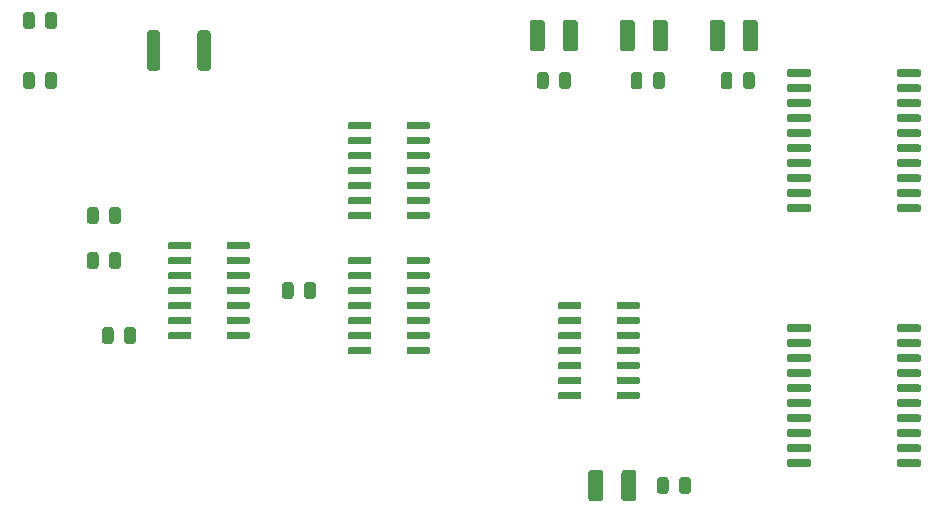
<source format=gbr>
G04 #@! TF.GenerationSoftware,KiCad,Pcbnew,(5.1.5-0-10_14)*
G04 #@! TF.CreationDate,2020-02-25T20:07:17-06:00*
G04 #@! TF.ProjectId,Electronic Target,456c6563-7472-46f6-9e69-632054617267,rev?*
G04 #@! TF.SameCoordinates,Original*
G04 #@! TF.FileFunction,Paste,Top*
G04 #@! TF.FilePolarity,Positive*
%FSLAX46Y46*%
G04 Gerber Fmt 4.6, Leading zero omitted, Abs format (unit mm)*
G04 Created by KiCad (PCBNEW (5.1.5-0-10_14)) date 2020-02-25 20:07:17*
%MOMM*%
%LPD*%
G04 APERTURE LIST*
%ADD10C,0.100000*%
G04 APERTURE END LIST*
D10*
G36*
X123929505Y-50371204D02*
G01*
X123953773Y-50374804D01*
X123977572Y-50380765D01*
X124000671Y-50389030D01*
X124022850Y-50399520D01*
X124043893Y-50412132D01*
X124063599Y-50426747D01*
X124081777Y-50443223D01*
X124098253Y-50461401D01*
X124112868Y-50481107D01*
X124125480Y-50502150D01*
X124135970Y-50524329D01*
X124144235Y-50547428D01*
X124150196Y-50571227D01*
X124153796Y-50595495D01*
X124155000Y-50619999D01*
X124155000Y-53520001D01*
X124153796Y-53544505D01*
X124150196Y-53568773D01*
X124144235Y-53592572D01*
X124135970Y-53615671D01*
X124125480Y-53637850D01*
X124112868Y-53658893D01*
X124098253Y-53678599D01*
X124081777Y-53696777D01*
X124063599Y-53713253D01*
X124043893Y-53727868D01*
X124022850Y-53740480D01*
X124000671Y-53750970D01*
X123977572Y-53759235D01*
X123953773Y-53765196D01*
X123929505Y-53768796D01*
X123905001Y-53770000D01*
X123279999Y-53770000D01*
X123255495Y-53768796D01*
X123231227Y-53765196D01*
X123207428Y-53759235D01*
X123184329Y-53750970D01*
X123162150Y-53740480D01*
X123141107Y-53727868D01*
X123121401Y-53713253D01*
X123103223Y-53696777D01*
X123086747Y-53678599D01*
X123072132Y-53658893D01*
X123059520Y-53637850D01*
X123049030Y-53615671D01*
X123040765Y-53592572D01*
X123034804Y-53568773D01*
X123031204Y-53544505D01*
X123030000Y-53520001D01*
X123030000Y-50619999D01*
X123031204Y-50595495D01*
X123034804Y-50571227D01*
X123040765Y-50547428D01*
X123049030Y-50524329D01*
X123059520Y-50502150D01*
X123072132Y-50481107D01*
X123086747Y-50461401D01*
X123103223Y-50443223D01*
X123121401Y-50426747D01*
X123141107Y-50412132D01*
X123162150Y-50399520D01*
X123184329Y-50389030D01*
X123207428Y-50380765D01*
X123231227Y-50374804D01*
X123255495Y-50371204D01*
X123279999Y-50370000D01*
X123905001Y-50370000D01*
X123929505Y-50371204D01*
G37*
G36*
X128204505Y-50371204D02*
G01*
X128228773Y-50374804D01*
X128252572Y-50380765D01*
X128275671Y-50389030D01*
X128297850Y-50399520D01*
X128318893Y-50412132D01*
X128338599Y-50426747D01*
X128356777Y-50443223D01*
X128373253Y-50461401D01*
X128387868Y-50481107D01*
X128400480Y-50502150D01*
X128410970Y-50524329D01*
X128419235Y-50547428D01*
X128425196Y-50571227D01*
X128428796Y-50595495D01*
X128430000Y-50619999D01*
X128430000Y-53520001D01*
X128428796Y-53544505D01*
X128425196Y-53568773D01*
X128419235Y-53592572D01*
X128410970Y-53615671D01*
X128400480Y-53637850D01*
X128387868Y-53658893D01*
X128373253Y-53678599D01*
X128356777Y-53696777D01*
X128338599Y-53713253D01*
X128318893Y-53727868D01*
X128297850Y-53740480D01*
X128275671Y-53750970D01*
X128252572Y-53759235D01*
X128228773Y-53765196D01*
X128204505Y-53768796D01*
X128180001Y-53770000D01*
X127554999Y-53770000D01*
X127530495Y-53768796D01*
X127506227Y-53765196D01*
X127482428Y-53759235D01*
X127459329Y-53750970D01*
X127437150Y-53740480D01*
X127416107Y-53727868D01*
X127396401Y-53713253D01*
X127378223Y-53696777D01*
X127361747Y-53678599D01*
X127347132Y-53658893D01*
X127334520Y-53637850D01*
X127324030Y-53615671D01*
X127315765Y-53592572D01*
X127309804Y-53568773D01*
X127306204Y-53544505D01*
X127305000Y-53520001D01*
X127305000Y-50619999D01*
X127306204Y-50595495D01*
X127309804Y-50571227D01*
X127315765Y-50547428D01*
X127324030Y-50524329D01*
X127334520Y-50502150D01*
X127347132Y-50481107D01*
X127361747Y-50461401D01*
X127378223Y-50443223D01*
X127396401Y-50426747D01*
X127416107Y-50412132D01*
X127437150Y-50399520D01*
X127459329Y-50389030D01*
X127482428Y-50380765D01*
X127506227Y-50374804D01*
X127530495Y-50371204D01*
X127554999Y-50370000D01*
X128180001Y-50370000D01*
X128204505Y-50371204D01*
G37*
G36*
X161429504Y-87576204D02*
G01*
X161453773Y-87579804D01*
X161477571Y-87585765D01*
X161500671Y-87594030D01*
X161522849Y-87604520D01*
X161543893Y-87617133D01*
X161563598Y-87631747D01*
X161581777Y-87648223D01*
X161598253Y-87666402D01*
X161612867Y-87686107D01*
X161625480Y-87707151D01*
X161635970Y-87729329D01*
X161644235Y-87752429D01*
X161650196Y-87776227D01*
X161653796Y-87800496D01*
X161655000Y-87825000D01*
X161655000Y-89975000D01*
X161653796Y-89999504D01*
X161650196Y-90023773D01*
X161644235Y-90047571D01*
X161635970Y-90070671D01*
X161625480Y-90092849D01*
X161612867Y-90113893D01*
X161598253Y-90133598D01*
X161581777Y-90151777D01*
X161563598Y-90168253D01*
X161543893Y-90182867D01*
X161522849Y-90195480D01*
X161500671Y-90205970D01*
X161477571Y-90214235D01*
X161453773Y-90220196D01*
X161429504Y-90223796D01*
X161405000Y-90225000D01*
X160655000Y-90225000D01*
X160630496Y-90223796D01*
X160606227Y-90220196D01*
X160582429Y-90214235D01*
X160559329Y-90205970D01*
X160537151Y-90195480D01*
X160516107Y-90182867D01*
X160496402Y-90168253D01*
X160478223Y-90151777D01*
X160461747Y-90133598D01*
X160447133Y-90113893D01*
X160434520Y-90092849D01*
X160424030Y-90070671D01*
X160415765Y-90047571D01*
X160409804Y-90023773D01*
X160406204Y-89999504D01*
X160405000Y-89975000D01*
X160405000Y-87825000D01*
X160406204Y-87800496D01*
X160409804Y-87776227D01*
X160415765Y-87752429D01*
X160424030Y-87729329D01*
X160434520Y-87707151D01*
X160447133Y-87686107D01*
X160461747Y-87666402D01*
X160478223Y-87648223D01*
X160496402Y-87631747D01*
X160516107Y-87617133D01*
X160537151Y-87604520D01*
X160559329Y-87594030D01*
X160582429Y-87585765D01*
X160606227Y-87579804D01*
X160630496Y-87576204D01*
X160655000Y-87575000D01*
X161405000Y-87575000D01*
X161429504Y-87576204D01*
G37*
G36*
X164229504Y-87576204D02*
G01*
X164253773Y-87579804D01*
X164277571Y-87585765D01*
X164300671Y-87594030D01*
X164322849Y-87604520D01*
X164343893Y-87617133D01*
X164363598Y-87631747D01*
X164381777Y-87648223D01*
X164398253Y-87666402D01*
X164412867Y-87686107D01*
X164425480Y-87707151D01*
X164435970Y-87729329D01*
X164444235Y-87752429D01*
X164450196Y-87776227D01*
X164453796Y-87800496D01*
X164455000Y-87825000D01*
X164455000Y-89975000D01*
X164453796Y-89999504D01*
X164450196Y-90023773D01*
X164444235Y-90047571D01*
X164435970Y-90070671D01*
X164425480Y-90092849D01*
X164412867Y-90113893D01*
X164398253Y-90133598D01*
X164381777Y-90151777D01*
X164363598Y-90168253D01*
X164343893Y-90182867D01*
X164322849Y-90195480D01*
X164300671Y-90205970D01*
X164277571Y-90214235D01*
X164253773Y-90220196D01*
X164229504Y-90223796D01*
X164205000Y-90225000D01*
X163455000Y-90225000D01*
X163430496Y-90223796D01*
X163406227Y-90220196D01*
X163382429Y-90214235D01*
X163359329Y-90205970D01*
X163337151Y-90195480D01*
X163316107Y-90182867D01*
X163296402Y-90168253D01*
X163278223Y-90151777D01*
X163261747Y-90133598D01*
X163247133Y-90113893D01*
X163234520Y-90092849D01*
X163224030Y-90070671D01*
X163215765Y-90047571D01*
X163209804Y-90023773D01*
X163206204Y-89999504D01*
X163205000Y-89975000D01*
X163205000Y-87825000D01*
X163206204Y-87800496D01*
X163209804Y-87776227D01*
X163215765Y-87752429D01*
X163224030Y-87729329D01*
X163234520Y-87707151D01*
X163247133Y-87686107D01*
X163261747Y-87666402D01*
X163278223Y-87648223D01*
X163296402Y-87631747D01*
X163316107Y-87617133D01*
X163337151Y-87604520D01*
X163359329Y-87594030D01*
X163382429Y-87585765D01*
X163406227Y-87579804D01*
X163430496Y-87576204D01*
X163455000Y-87575000D01*
X164205000Y-87575000D01*
X164229504Y-87576204D01*
G37*
G36*
X159279504Y-49476204D02*
G01*
X159303773Y-49479804D01*
X159327571Y-49485765D01*
X159350671Y-49494030D01*
X159372849Y-49504520D01*
X159393893Y-49517133D01*
X159413598Y-49531747D01*
X159431777Y-49548223D01*
X159448253Y-49566402D01*
X159462867Y-49586107D01*
X159475480Y-49607151D01*
X159485970Y-49629329D01*
X159494235Y-49652429D01*
X159500196Y-49676227D01*
X159503796Y-49700496D01*
X159505000Y-49725000D01*
X159505000Y-51875000D01*
X159503796Y-51899504D01*
X159500196Y-51923773D01*
X159494235Y-51947571D01*
X159485970Y-51970671D01*
X159475480Y-51992849D01*
X159462867Y-52013893D01*
X159448253Y-52033598D01*
X159431777Y-52051777D01*
X159413598Y-52068253D01*
X159393893Y-52082867D01*
X159372849Y-52095480D01*
X159350671Y-52105970D01*
X159327571Y-52114235D01*
X159303773Y-52120196D01*
X159279504Y-52123796D01*
X159255000Y-52125000D01*
X158505000Y-52125000D01*
X158480496Y-52123796D01*
X158456227Y-52120196D01*
X158432429Y-52114235D01*
X158409329Y-52105970D01*
X158387151Y-52095480D01*
X158366107Y-52082867D01*
X158346402Y-52068253D01*
X158328223Y-52051777D01*
X158311747Y-52033598D01*
X158297133Y-52013893D01*
X158284520Y-51992849D01*
X158274030Y-51970671D01*
X158265765Y-51947571D01*
X158259804Y-51923773D01*
X158256204Y-51899504D01*
X158255000Y-51875000D01*
X158255000Y-49725000D01*
X158256204Y-49700496D01*
X158259804Y-49676227D01*
X158265765Y-49652429D01*
X158274030Y-49629329D01*
X158284520Y-49607151D01*
X158297133Y-49586107D01*
X158311747Y-49566402D01*
X158328223Y-49548223D01*
X158346402Y-49531747D01*
X158366107Y-49517133D01*
X158387151Y-49504520D01*
X158409329Y-49494030D01*
X158432429Y-49485765D01*
X158456227Y-49479804D01*
X158480496Y-49476204D01*
X158505000Y-49475000D01*
X159255000Y-49475000D01*
X159279504Y-49476204D01*
G37*
G36*
X156479504Y-49476204D02*
G01*
X156503773Y-49479804D01*
X156527571Y-49485765D01*
X156550671Y-49494030D01*
X156572849Y-49504520D01*
X156593893Y-49517133D01*
X156613598Y-49531747D01*
X156631777Y-49548223D01*
X156648253Y-49566402D01*
X156662867Y-49586107D01*
X156675480Y-49607151D01*
X156685970Y-49629329D01*
X156694235Y-49652429D01*
X156700196Y-49676227D01*
X156703796Y-49700496D01*
X156705000Y-49725000D01*
X156705000Y-51875000D01*
X156703796Y-51899504D01*
X156700196Y-51923773D01*
X156694235Y-51947571D01*
X156685970Y-51970671D01*
X156675480Y-51992849D01*
X156662867Y-52013893D01*
X156648253Y-52033598D01*
X156631777Y-52051777D01*
X156613598Y-52068253D01*
X156593893Y-52082867D01*
X156572849Y-52095480D01*
X156550671Y-52105970D01*
X156527571Y-52114235D01*
X156503773Y-52120196D01*
X156479504Y-52123796D01*
X156455000Y-52125000D01*
X155705000Y-52125000D01*
X155680496Y-52123796D01*
X155656227Y-52120196D01*
X155632429Y-52114235D01*
X155609329Y-52105970D01*
X155587151Y-52095480D01*
X155566107Y-52082867D01*
X155546402Y-52068253D01*
X155528223Y-52051777D01*
X155511747Y-52033598D01*
X155497133Y-52013893D01*
X155484520Y-51992849D01*
X155474030Y-51970671D01*
X155465765Y-51947571D01*
X155459804Y-51923773D01*
X155456204Y-51899504D01*
X155455000Y-51875000D01*
X155455000Y-49725000D01*
X155456204Y-49700496D01*
X155459804Y-49676227D01*
X155465765Y-49652429D01*
X155474030Y-49629329D01*
X155484520Y-49607151D01*
X155497133Y-49586107D01*
X155511747Y-49566402D01*
X155528223Y-49548223D01*
X155546402Y-49531747D01*
X155566107Y-49517133D01*
X155587151Y-49504520D01*
X155609329Y-49494030D01*
X155632429Y-49485765D01*
X155656227Y-49479804D01*
X155680496Y-49476204D01*
X155705000Y-49475000D01*
X156455000Y-49475000D01*
X156479504Y-49476204D01*
G37*
G36*
X164099504Y-49476204D02*
G01*
X164123773Y-49479804D01*
X164147571Y-49485765D01*
X164170671Y-49494030D01*
X164192849Y-49504520D01*
X164213893Y-49517133D01*
X164233598Y-49531747D01*
X164251777Y-49548223D01*
X164268253Y-49566402D01*
X164282867Y-49586107D01*
X164295480Y-49607151D01*
X164305970Y-49629329D01*
X164314235Y-49652429D01*
X164320196Y-49676227D01*
X164323796Y-49700496D01*
X164325000Y-49725000D01*
X164325000Y-51875000D01*
X164323796Y-51899504D01*
X164320196Y-51923773D01*
X164314235Y-51947571D01*
X164305970Y-51970671D01*
X164295480Y-51992849D01*
X164282867Y-52013893D01*
X164268253Y-52033598D01*
X164251777Y-52051777D01*
X164233598Y-52068253D01*
X164213893Y-52082867D01*
X164192849Y-52095480D01*
X164170671Y-52105970D01*
X164147571Y-52114235D01*
X164123773Y-52120196D01*
X164099504Y-52123796D01*
X164075000Y-52125000D01*
X163325000Y-52125000D01*
X163300496Y-52123796D01*
X163276227Y-52120196D01*
X163252429Y-52114235D01*
X163229329Y-52105970D01*
X163207151Y-52095480D01*
X163186107Y-52082867D01*
X163166402Y-52068253D01*
X163148223Y-52051777D01*
X163131747Y-52033598D01*
X163117133Y-52013893D01*
X163104520Y-51992849D01*
X163094030Y-51970671D01*
X163085765Y-51947571D01*
X163079804Y-51923773D01*
X163076204Y-51899504D01*
X163075000Y-51875000D01*
X163075000Y-49725000D01*
X163076204Y-49700496D01*
X163079804Y-49676227D01*
X163085765Y-49652429D01*
X163094030Y-49629329D01*
X163104520Y-49607151D01*
X163117133Y-49586107D01*
X163131747Y-49566402D01*
X163148223Y-49548223D01*
X163166402Y-49531747D01*
X163186107Y-49517133D01*
X163207151Y-49504520D01*
X163229329Y-49494030D01*
X163252429Y-49485765D01*
X163276227Y-49479804D01*
X163300496Y-49476204D01*
X163325000Y-49475000D01*
X164075000Y-49475000D01*
X164099504Y-49476204D01*
G37*
G36*
X166899504Y-49476204D02*
G01*
X166923773Y-49479804D01*
X166947571Y-49485765D01*
X166970671Y-49494030D01*
X166992849Y-49504520D01*
X167013893Y-49517133D01*
X167033598Y-49531747D01*
X167051777Y-49548223D01*
X167068253Y-49566402D01*
X167082867Y-49586107D01*
X167095480Y-49607151D01*
X167105970Y-49629329D01*
X167114235Y-49652429D01*
X167120196Y-49676227D01*
X167123796Y-49700496D01*
X167125000Y-49725000D01*
X167125000Y-51875000D01*
X167123796Y-51899504D01*
X167120196Y-51923773D01*
X167114235Y-51947571D01*
X167105970Y-51970671D01*
X167095480Y-51992849D01*
X167082867Y-52013893D01*
X167068253Y-52033598D01*
X167051777Y-52051777D01*
X167033598Y-52068253D01*
X167013893Y-52082867D01*
X166992849Y-52095480D01*
X166970671Y-52105970D01*
X166947571Y-52114235D01*
X166923773Y-52120196D01*
X166899504Y-52123796D01*
X166875000Y-52125000D01*
X166125000Y-52125000D01*
X166100496Y-52123796D01*
X166076227Y-52120196D01*
X166052429Y-52114235D01*
X166029329Y-52105970D01*
X166007151Y-52095480D01*
X165986107Y-52082867D01*
X165966402Y-52068253D01*
X165948223Y-52051777D01*
X165931747Y-52033598D01*
X165917133Y-52013893D01*
X165904520Y-51992849D01*
X165894030Y-51970671D01*
X165885765Y-51947571D01*
X165879804Y-51923773D01*
X165876204Y-51899504D01*
X165875000Y-51875000D01*
X165875000Y-49725000D01*
X165876204Y-49700496D01*
X165879804Y-49676227D01*
X165885765Y-49652429D01*
X165894030Y-49629329D01*
X165904520Y-49607151D01*
X165917133Y-49586107D01*
X165931747Y-49566402D01*
X165948223Y-49548223D01*
X165966402Y-49531747D01*
X165986107Y-49517133D01*
X166007151Y-49504520D01*
X166029329Y-49494030D01*
X166052429Y-49485765D01*
X166076227Y-49479804D01*
X166100496Y-49476204D01*
X166125000Y-49475000D01*
X166875000Y-49475000D01*
X166899504Y-49476204D01*
G37*
G36*
X174519504Y-49476204D02*
G01*
X174543773Y-49479804D01*
X174567571Y-49485765D01*
X174590671Y-49494030D01*
X174612849Y-49504520D01*
X174633893Y-49517133D01*
X174653598Y-49531747D01*
X174671777Y-49548223D01*
X174688253Y-49566402D01*
X174702867Y-49586107D01*
X174715480Y-49607151D01*
X174725970Y-49629329D01*
X174734235Y-49652429D01*
X174740196Y-49676227D01*
X174743796Y-49700496D01*
X174745000Y-49725000D01*
X174745000Y-51875000D01*
X174743796Y-51899504D01*
X174740196Y-51923773D01*
X174734235Y-51947571D01*
X174725970Y-51970671D01*
X174715480Y-51992849D01*
X174702867Y-52013893D01*
X174688253Y-52033598D01*
X174671777Y-52051777D01*
X174653598Y-52068253D01*
X174633893Y-52082867D01*
X174612849Y-52095480D01*
X174590671Y-52105970D01*
X174567571Y-52114235D01*
X174543773Y-52120196D01*
X174519504Y-52123796D01*
X174495000Y-52125000D01*
X173745000Y-52125000D01*
X173720496Y-52123796D01*
X173696227Y-52120196D01*
X173672429Y-52114235D01*
X173649329Y-52105970D01*
X173627151Y-52095480D01*
X173606107Y-52082867D01*
X173586402Y-52068253D01*
X173568223Y-52051777D01*
X173551747Y-52033598D01*
X173537133Y-52013893D01*
X173524520Y-51992849D01*
X173514030Y-51970671D01*
X173505765Y-51947571D01*
X173499804Y-51923773D01*
X173496204Y-51899504D01*
X173495000Y-51875000D01*
X173495000Y-49725000D01*
X173496204Y-49700496D01*
X173499804Y-49676227D01*
X173505765Y-49652429D01*
X173514030Y-49629329D01*
X173524520Y-49607151D01*
X173537133Y-49586107D01*
X173551747Y-49566402D01*
X173568223Y-49548223D01*
X173586402Y-49531747D01*
X173606107Y-49517133D01*
X173627151Y-49504520D01*
X173649329Y-49494030D01*
X173672429Y-49485765D01*
X173696227Y-49479804D01*
X173720496Y-49476204D01*
X173745000Y-49475000D01*
X174495000Y-49475000D01*
X174519504Y-49476204D01*
G37*
G36*
X171719504Y-49476204D02*
G01*
X171743773Y-49479804D01*
X171767571Y-49485765D01*
X171790671Y-49494030D01*
X171812849Y-49504520D01*
X171833893Y-49517133D01*
X171853598Y-49531747D01*
X171871777Y-49548223D01*
X171888253Y-49566402D01*
X171902867Y-49586107D01*
X171915480Y-49607151D01*
X171925970Y-49629329D01*
X171934235Y-49652429D01*
X171940196Y-49676227D01*
X171943796Y-49700496D01*
X171945000Y-49725000D01*
X171945000Y-51875000D01*
X171943796Y-51899504D01*
X171940196Y-51923773D01*
X171934235Y-51947571D01*
X171925970Y-51970671D01*
X171915480Y-51992849D01*
X171902867Y-52013893D01*
X171888253Y-52033598D01*
X171871777Y-52051777D01*
X171853598Y-52068253D01*
X171833893Y-52082867D01*
X171812849Y-52095480D01*
X171790671Y-52105970D01*
X171767571Y-52114235D01*
X171743773Y-52120196D01*
X171719504Y-52123796D01*
X171695000Y-52125000D01*
X170945000Y-52125000D01*
X170920496Y-52123796D01*
X170896227Y-52120196D01*
X170872429Y-52114235D01*
X170849329Y-52105970D01*
X170827151Y-52095480D01*
X170806107Y-52082867D01*
X170786402Y-52068253D01*
X170768223Y-52051777D01*
X170751747Y-52033598D01*
X170737133Y-52013893D01*
X170724520Y-51992849D01*
X170714030Y-51970671D01*
X170705765Y-51947571D01*
X170699804Y-51923773D01*
X170696204Y-51899504D01*
X170695000Y-51875000D01*
X170695000Y-49725000D01*
X170696204Y-49700496D01*
X170699804Y-49676227D01*
X170705765Y-49652429D01*
X170714030Y-49629329D01*
X170724520Y-49607151D01*
X170737133Y-49586107D01*
X170751747Y-49566402D01*
X170768223Y-49548223D01*
X170786402Y-49531747D01*
X170806107Y-49517133D01*
X170827151Y-49504520D01*
X170849329Y-49494030D01*
X170872429Y-49485765D01*
X170896227Y-49479804D01*
X170920496Y-49476204D01*
X170945000Y-49475000D01*
X171695000Y-49475000D01*
X171719504Y-49476204D01*
G37*
G36*
X118710142Y-65341174D02*
G01*
X118733803Y-65344684D01*
X118757007Y-65350496D01*
X118779529Y-65358554D01*
X118801153Y-65368782D01*
X118821670Y-65381079D01*
X118840883Y-65395329D01*
X118858607Y-65411393D01*
X118874671Y-65429117D01*
X118888921Y-65448330D01*
X118901218Y-65468847D01*
X118911446Y-65490471D01*
X118919504Y-65512993D01*
X118925316Y-65536197D01*
X118928826Y-65559858D01*
X118930000Y-65583750D01*
X118930000Y-66496250D01*
X118928826Y-66520142D01*
X118925316Y-66543803D01*
X118919504Y-66567007D01*
X118911446Y-66589529D01*
X118901218Y-66611153D01*
X118888921Y-66631670D01*
X118874671Y-66650883D01*
X118858607Y-66668607D01*
X118840883Y-66684671D01*
X118821670Y-66698921D01*
X118801153Y-66711218D01*
X118779529Y-66721446D01*
X118757007Y-66729504D01*
X118733803Y-66735316D01*
X118710142Y-66738826D01*
X118686250Y-66740000D01*
X118198750Y-66740000D01*
X118174858Y-66738826D01*
X118151197Y-66735316D01*
X118127993Y-66729504D01*
X118105471Y-66721446D01*
X118083847Y-66711218D01*
X118063330Y-66698921D01*
X118044117Y-66684671D01*
X118026393Y-66668607D01*
X118010329Y-66650883D01*
X117996079Y-66631670D01*
X117983782Y-66611153D01*
X117973554Y-66589529D01*
X117965496Y-66567007D01*
X117959684Y-66543803D01*
X117956174Y-66520142D01*
X117955000Y-66496250D01*
X117955000Y-65583750D01*
X117956174Y-65559858D01*
X117959684Y-65536197D01*
X117965496Y-65512993D01*
X117973554Y-65490471D01*
X117983782Y-65468847D01*
X117996079Y-65448330D01*
X118010329Y-65429117D01*
X118026393Y-65411393D01*
X118044117Y-65395329D01*
X118063330Y-65381079D01*
X118083847Y-65368782D01*
X118105471Y-65358554D01*
X118127993Y-65350496D01*
X118151197Y-65344684D01*
X118174858Y-65341174D01*
X118198750Y-65340000D01*
X118686250Y-65340000D01*
X118710142Y-65341174D01*
G37*
G36*
X120585142Y-65341174D02*
G01*
X120608803Y-65344684D01*
X120632007Y-65350496D01*
X120654529Y-65358554D01*
X120676153Y-65368782D01*
X120696670Y-65381079D01*
X120715883Y-65395329D01*
X120733607Y-65411393D01*
X120749671Y-65429117D01*
X120763921Y-65448330D01*
X120776218Y-65468847D01*
X120786446Y-65490471D01*
X120794504Y-65512993D01*
X120800316Y-65536197D01*
X120803826Y-65559858D01*
X120805000Y-65583750D01*
X120805000Y-66496250D01*
X120803826Y-66520142D01*
X120800316Y-66543803D01*
X120794504Y-66567007D01*
X120786446Y-66589529D01*
X120776218Y-66611153D01*
X120763921Y-66631670D01*
X120749671Y-66650883D01*
X120733607Y-66668607D01*
X120715883Y-66684671D01*
X120696670Y-66698921D01*
X120676153Y-66711218D01*
X120654529Y-66721446D01*
X120632007Y-66729504D01*
X120608803Y-66735316D01*
X120585142Y-66738826D01*
X120561250Y-66740000D01*
X120073750Y-66740000D01*
X120049858Y-66738826D01*
X120026197Y-66735316D01*
X120002993Y-66729504D01*
X119980471Y-66721446D01*
X119958847Y-66711218D01*
X119938330Y-66698921D01*
X119919117Y-66684671D01*
X119901393Y-66668607D01*
X119885329Y-66650883D01*
X119871079Y-66631670D01*
X119858782Y-66611153D01*
X119848554Y-66589529D01*
X119840496Y-66567007D01*
X119834684Y-66543803D01*
X119831174Y-66520142D01*
X119830000Y-66496250D01*
X119830000Y-65583750D01*
X119831174Y-65559858D01*
X119834684Y-65536197D01*
X119840496Y-65512993D01*
X119848554Y-65490471D01*
X119858782Y-65468847D01*
X119871079Y-65448330D01*
X119885329Y-65429117D01*
X119901393Y-65411393D01*
X119919117Y-65395329D01*
X119938330Y-65381079D01*
X119958847Y-65368782D01*
X119980471Y-65358554D01*
X120002993Y-65350496D01*
X120026197Y-65344684D01*
X120049858Y-65341174D01*
X120073750Y-65340000D01*
X120561250Y-65340000D01*
X120585142Y-65341174D01*
G37*
G36*
X119980142Y-75501174D02*
G01*
X120003803Y-75504684D01*
X120027007Y-75510496D01*
X120049529Y-75518554D01*
X120071153Y-75528782D01*
X120091670Y-75541079D01*
X120110883Y-75555329D01*
X120128607Y-75571393D01*
X120144671Y-75589117D01*
X120158921Y-75608330D01*
X120171218Y-75628847D01*
X120181446Y-75650471D01*
X120189504Y-75672993D01*
X120195316Y-75696197D01*
X120198826Y-75719858D01*
X120200000Y-75743750D01*
X120200000Y-76656250D01*
X120198826Y-76680142D01*
X120195316Y-76703803D01*
X120189504Y-76727007D01*
X120181446Y-76749529D01*
X120171218Y-76771153D01*
X120158921Y-76791670D01*
X120144671Y-76810883D01*
X120128607Y-76828607D01*
X120110883Y-76844671D01*
X120091670Y-76858921D01*
X120071153Y-76871218D01*
X120049529Y-76881446D01*
X120027007Y-76889504D01*
X120003803Y-76895316D01*
X119980142Y-76898826D01*
X119956250Y-76900000D01*
X119468750Y-76900000D01*
X119444858Y-76898826D01*
X119421197Y-76895316D01*
X119397993Y-76889504D01*
X119375471Y-76881446D01*
X119353847Y-76871218D01*
X119333330Y-76858921D01*
X119314117Y-76844671D01*
X119296393Y-76828607D01*
X119280329Y-76810883D01*
X119266079Y-76791670D01*
X119253782Y-76771153D01*
X119243554Y-76749529D01*
X119235496Y-76727007D01*
X119229684Y-76703803D01*
X119226174Y-76680142D01*
X119225000Y-76656250D01*
X119225000Y-75743750D01*
X119226174Y-75719858D01*
X119229684Y-75696197D01*
X119235496Y-75672993D01*
X119243554Y-75650471D01*
X119253782Y-75628847D01*
X119266079Y-75608330D01*
X119280329Y-75589117D01*
X119296393Y-75571393D01*
X119314117Y-75555329D01*
X119333330Y-75541079D01*
X119353847Y-75528782D01*
X119375471Y-75518554D01*
X119397993Y-75510496D01*
X119421197Y-75504684D01*
X119444858Y-75501174D01*
X119468750Y-75500000D01*
X119956250Y-75500000D01*
X119980142Y-75501174D01*
G37*
G36*
X121855142Y-75501174D02*
G01*
X121878803Y-75504684D01*
X121902007Y-75510496D01*
X121924529Y-75518554D01*
X121946153Y-75528782D01*
X121966670Y-75541079D01*
X121985883Y-75555329D01*
X122003607Y-75571393D01*
X122019671Y-75589117D01*
X122033921Y-75608330D01*
X122046218Y-75628847D01*
X122056446Y-75650471D01*
X122064504Y-75672993D01*
X122070316Y-75696197D01*
X122073826Y-75719858D01*
X122075000Y-75743750D01*
X122075000Y-76656250D01*
X122073826Y-76680142D01*
X122070316Y-76703803D01*
X122064504Y-76727007D01*
X122056446Y-76749529D01*
X122046218Y-76771153D01*
X122033921Y-76791670D01*
X122019671Y-76810883D01*
X122003607Y-76828607D01*
X121985883Y-76844671D01*
X121966670Y-76858921D01*
X121946153Y-76871218D01*
X121924529Y-76881446D01*
X121902007Y-76889504D01*
X121878803Y-76895316D01*
X121855142Y-76898826D01*
X121831250Y-76900000D01*
X121343750Y-76900000D01*
X121319858Y-76898826D01*
X121296197Y-76895316D01*
X121272993Y-76889504D01*
X121250471Y-76881446D01*
X121228847Y-76871218D01*
X121208330Y-76858921D01*
X121189117Y-76844671D01*
X121171393Y-76828607D01*
X121155329Y-76810883D01*
X121141079Y-76791670D01*
X121128782Y-76771153D01*
X121118554Y-76749529D01*
X121110496Y-76727007D01*
X121104684Y-76703803D01*
X121101174Y-76680142D01*
X121100000Y-76656250D01*
X121100000Y-75743750D01*
X121101174Y-75719858D01*
X121104684Y-75696197D01*
X121110496Y-75672993D01*
X121118554Y-75650471D01*
X121128782Y-75628847D01*
X121141079Y-75608330D01*
X121155329Y-75589117D01*
X121171393Y-75571393D01*
X121189117Y-75555329D01*
X121208330Y-75541079D01*
X121228847Y-75528782D01*
X121250471Y-75518554D01*
X121272993Y-75510496D01*
X121296197Y-75504684D01*
X121319858Y-75501174D01*
X121343750Y-75500000D01*
X121831250Y-75500000D01*
X121855142Y-75501174D01*
G37*
G36*
X137095142Y-71691174D02*
G01*
X137118803Y-71694684D01*
X137142007Y-71700496D01*
X137164529Y-71708554D01*
X137186153Y-71718782D01*
X137206670Y-71731079D01*
X137225883Y-71745329D01*
X137243607Y-71761393D01*
X137259671Y-71779117D01*
X137273921Y-71798330D01*
X137286218Y-71818847D01*
X137296446Y-71840471D01*
X137304504Y-71862993D01*
X137310316Y-71886197D01*
X137313826Y-71909858D01*
X137315000Y-71933750D01*
X137315000Y-72846250D01*
X137313826Y-72870142D01*
X137310316Y-72893803D01*
X137304504Y-72917007D01*
X137296446Y-72939529D01*
X137286218Y-72961153D01*
X137273921Y-72981670D01*
X137259671Y-73000883D01*
X137243607Y-73018607D01*
X137225883Y-73034671D01*
X137206670Y-73048921D01*
X137186153Y-73061218D01*
X137164529Y-73071446D01*
X137142007Y-73079504D01*
X137118803Y-73085316D01*
X137095142Y-73088826D01*
X137071250Y-73090000D01*
X136583750Y-73090000D01*
X136559858Y-73088826D01*
X136536197Y-73085316D01*
X136512993Y-73079504D01*
X136490471Y-73071446D01*
X136468847Y-73061218D01*
X136448330Y-73048921D01*
X136429117Y-73034671D01*
X136411393Y-73018607D01*
X136395329Y-73000883D01*
X136381079Y-72981670D01*
X136368782Y-72961153D01*
X136358554Y-72939529D01*
X136350496Y-72917007D01*
X136344684Y-72893803D01*
X136341174Y-72870142D01*
X136340000Y-72846250D01*
X136340000Y-71933750D01*
X136341174Y-71909858D01*
X136344684Y-71886197D01*
X136350496Y-71862993D01*
X136358554Y-71840471D01*
X136368782Y-71818847D01*
X136381079Y-71798330D01*
X136395329Y-71779117D01*
X136411393Y-71761393D01*
X136429117Y-71745329D01*
X136448330Y-71731079D01*
X136468847Y-71718782D01*
X136490471Y-71708554D01*
X136512993Y-71700496D01*
X136536197Y-71694684D01*
X136559858Y-71691174D01*
X136583750Y-71690000D01*
X137071250Y-71690000D01*
X137095142Y-71691174D01*
G37*
G36*
X135220142Y-71691174D02*
G01*
X135243803Y-71694684D01*
X135267007Y-71700496D01*
X135289529Y-71708554D01*
X135311153Y-71718782D01*
X135331670Y-71731079D01*
X135350883Y-71745329D01*
X135368607Y-71761393D01*
X135384671Y-71779117D01*
X135398921Y-71798330D01*
X135411218Y-71818847D01*
X135421446Y-71840471D01*
X135429504Y-71862993D01*
X135435316Y-71886197D01*
X135438826Y-71909858D01*
X135440000Y-71933750D01*
X135440000Y-72846250D01*
X135438826Y-72870142D01*
X135435316Y-72893803D01*
X135429504Y-72917007D01*
X135421446Y-72939529D01*
X135411218Y-72961153D01*
X135398921Y-72981670D01*
X135384671Y-73000883D01*
X135368607Y-73018607D01*
X135350883Y-73034671D01*
X135331670Y-73048921D01*
X135311153Y-73061218D01*
X135289529Y-73071446D01*
X135267007Y-73079504D01*
X135243803Y-73085316D01*
X135220142Y-73088826D01*
X135196250Y-73090000D01*
X134708750Y-73090000D01*
X134684858Y-73088826D01*
X134661197Y-73085316D01*
X134637993Y-73079504D01*
X134615471Y-73071446D01*
X134593847Y-73061218D01*
X134573330Y-73048921D01*
X134554117Y-73034671D01*
X134536393Y-73018607D01*
X134520329Y-73000883D01*
X134506079Y-72981670D01*
X134493782Y-72961153D01*
X134483554Y-72939529D01*
X134475496Y-72917007D01*
X134469684Y-72893803D01*
X134466174Y-72870142D01*
X134465000Y-72846250D01*
X134465000Y-71933750D01*
X134466174Y-71909858D01*
X134469684Y-71886197D01*
X134475496Y-71862993D01*
X134483554Y-71840471D01*
X134493782Y-71818847D01*
X134506079Y-71798330D01*
X134520329Y-71779117D01*
X134536393Y-71761393D01*
X134554117Y-71745329D01*
X134573330Y-71731079D01*
X134593847Y-71718782D01*
X134615471Y-71708554D01*
X134637993Y-71700496D01*
X134661197Y-71694684D01*
X134684858Y-71691174D01*
X134708750Y-71690000D01*
X135196250Y-71690000D01*
X135220142Y-71691174D01*
G37*
G36*
X118710142Y-69151174D02*
G01*
X118733803Y-69154684D01*
X118757007Y-69160496D01*
X118779529Y-69168554D01*
X118801153Y-69178782D01*
X118821670Y-69191079D01*
X118840883Y-69205329D01*
X118858607Y-69221393D01*
X118874671Y-69239117D01*
X118888921Y-69258330D01*
X118901218Y-69278847D01*
X118911446Y-69300471D01*
X118919504Y-69322993D01*
X118925316Y-69346197D01*
X118928826Y-69369858D01*
X118930000Y-69393750D01*
X118930000Y-70306250D01*
X118928826Y-70330142D01*
X118925316Y-70353803D01*
X118919504Y-70377007D01*
X118911446Y-70399529D01*
X118901218Y-70421153D01*
X118888921Y-70441670D01*
X118874671Y-70460883D01*
X118858607Y-70478607D01*
X118840883Y-70494671D01*
X118821670Y-70508921D01*
X118801153Y-70521218D01*
X118779529Y-70531446D01*
X118757007Y-70539504D01*
X118733803Y-70545316D01*
X118710142Y-70548826D01*
X118686250Y-70550000D01*
X118198750Y-70550000D01*
X118174858Y-70548826D01*
X118151197Y-70545316D01*
X118127993Y-70539504D01*
X118105471Y-70531446D01*
X118083847Y-70521218D01*
X118063330Y-70508921D01*
X118044117Y-70494671D01*
X118026393Y-70478607D01*
X118010329Y-70460883D01*
X117996079Y-70441670D01*
X117983782Y-70421153D01*
X117973554Y-70399529D01*
X117965496Y-70377007D01*
X117959684Y-70353803D01*
X117956174Y-70330142D01*
X117955000Y-70306250D01*
X117955000Y-69393750D01*
X117956174Y-69369858D01*
X117959684Y-69346197D01*
X117965496Y-69322993D01*
X117973554Y-69300471D01*
X117983782Y-69278847D01*
X117996079Y-69258330D01*
X118010329Y-69239117D01*
X118026393Y-69221393D01*
X118044117Y-69205329D01*
X118063330Y-69191079D01*
X118083847Y-69178782D01*
X118105471Y-69168554D01*
X118127993Y-69160496D01*
X118151197Y-69154684D01*
X118174858Y-69151174D01*
X118198750Y-69150000D01*
X118686250Y-69150000D01*
X118710142Y-69151174D01*
G37*
G36*
X120585142Y-69151174D02*
G01*
X120608803Y-69154684D01*
X120632007Y-69160496D01*
X120654529Y-69168554D01*
X120676153Y-69178782D01*
X120696670Y-69191079D01*
X120715883Y-69205329D01*
X120733607Y-69221393D01*
X120749671Y-69239117D01*
X120763921Y-69258330D01*
X120776218Y-69278847D01*
X120786446Y-69300471D01*
X120794504Y-69322993D01*
X120800316Y-69346197D01*
X120803826Y-69369858D01*
X120805000Y-69393750D01*
X120805000Y-70306250D01*
X120803826Y-70330142D01*
X120800316Y-70353803D01*
X120794504Y-70377007D01*
X120786446Y-70399529D01*
X120776218Y-70421153D01*
X120763921Y-70441670D01*
X120749671Y-70460883D01*
X120733607Y-70478607D01*
X120715883Y-70494671D01*
X120696670Y-70508921D01*
X120676153Y-70521218D01*
X120654529Y-70531446D01*
X120632007Y-70539504D01*
X120608803Y-70545316D01*
X120585142Y-70548826D01*
X120561250Y-70550000D01*
X120073750Y-70550000D01*
X120049858Y-70548826D01*
X120026197Y-70545316D01*
X120002993Y-70539504D01*
X119980471Y-70531446D01*
X119958847Y-70521218D01*
X119938330Y-70508921D01*
X119919117Y-70494671D01*
X119901393Y-70478607D01*
X119885329Y-70460883D01*
X119871079Y-70441670D01*
X119858782Y-70421153D01*
X119848554Y-70399529D01*
X119840496Y-70377007D01*
X119834684Y-70353803D01*
X119831174Y-70330142D01*
X119830000Y-70306250D01*
X119830000Y-69393750D01*
X119831174Y-69369858D01*
X119834684Y-69346197D01*
X119840496Y-69322993D01*
X119848554Y-69300471D01*
X119858782Y-69278847D01*
X119871079Y-69258330D01*
X119885329Y-69239117D01*
X119901393Y-69221393D01*
X119919117Y-69205329D01*
X119938330Y-69191079D01*
X119958847Y-69178782D01*
X119980471Y-69168554D01*
X120002993Y-69160496D01*
X120026197Y-69154684D01*
X120049858Y-69151174D01*
X120073750Y-69150000D01*
X120561250Y-69150000D01*
X120585142Y-69151174D01*
G37*
G36*
X115172642Y-48831174D02*
G01*
X115196303Y-48834684D01*
X115219507Y-48840496D01*
X115242029Y-48848554D01*
X115263653Y-48858782D01*
X115284170Y-48871079D01*
X115303383Y-48885329D01*
X115321107Y-48901393D01*
X115337171Y-48919117D01*
X115351421Y-48938330D01*
X115363718Y-48958847D01*
X115373946Y-48980471D01*
X115382004Y-49002993D01*
X115387816Y-49026197D01*
X115391326Y-49049858D01*
X115392500Y-49073750D01*
X115392500Y-49986250D01*
X115391326Y-50010142D01*
X115387816Y-50033803D01*
X115382004Y-50057007D01*
X115373946Y-50079529D01*
X115363718Y-50101153D01*
X115351421Y-50121670D01*
X115337171Y-50140883D01*
X115321107Y-50158607D01*
X115303383Y-50174671D01*
X115284170Y-50188921D01*
X115263653Y-50201218D01*
X115242029Y-50211446D01*
X115219507Y-50219504D01*
X115196303Y-50225316D01*
X115172642Y-50228826D01*
X115148750Y-50230000D01*
X114661250Y-50230000D01*
X114637358Y-50228826D01*
X114613697Y-50225316D01*
X114590493Y-50219504D01*
X114567971Y-50211446D01*
X114546347Y-50201218D01*
X114525830Y-50188921D01*
X114506617Y-50174671D01*
X114488893Y-50158607D01*
X114472829Y-50140883D01*
X114458579Y-50121670D01*
X114446282Y-50101153D01*
X114436054Y-50079529D01*
X114427996Y-50057007D01*
X114422184Y-50033803D01*
X114418674Y-50010142D01*
X114417500Y-49986250D01*
X114417500Y-49073750D01*
X114418674Y-49049858D01*
X114422184Y-49026197D01*
X114427996Y-49002993D01*
X114436054Y-48980471D01*
X114446282Y-48958847D01*
X114458579Y-48938330D01*
X114472829Y-48919117D01*
X114488893Y-48901393D01*
X114506617Y-48885329D01*
X114525830Y-48871079D01*
X114546347Y-48858782D01*
X114567971Y-48848554D01*
X114590493Y-48840496D01*
X114613697Y-48834684D01*
X114637358Y-48831174D01*
X114661250Y-48830000D01*
X115148750Y-48830000D01*
X115172642Y-48831174D01*
G37*
G36*
X113297642Y-48831174D02*
G01*
X113321303Y-48834684D01*
X113344507Y-48840496D01*
X113367029Y-48848554D01*
X113388653Y-48858782D01*
X113409170Y-48871079D01*
X113428383Y-48885329D01*
X113446107Y-48901393D01*
X113462171Y-48919117D01*
X113476421Y-48938330D01*
X113488718Y-48958847D01*
X113498946Y-48980471D01*
X113507004Y-49002993D01*
X113512816Y-49026197D01*
X113516326Y-49049858D01*
X113517500Y-49073750D01*
X113517500Y-49986250D01*
X113516326Y-50010142D01*
X113512816Y-50033803D01*
X113507004Y-50057007D01*
X113498946Y-50079529D01*
X113488718Y-50101153D01*
X113476421Y-50121670D01*
X113462171Y-50140883D01*
X113446107Y-50158607D01*
X113428383Y-50174671D01*
X113409170Y-50188921D01*
X113388653Y-50201218D01*
X113367029Y-50211446D01*
X113344507Y-50219504D01*
X113321303Y-50225316D01*
X113297642Y-50228826D01*
X113273750Y-50230000D01*
X112786250Y-50230000D01*
X112762358Y-50228826D01*
X112738697Y-50225316D01*
X112715493Y-50219504D01*
X112692971Y-50211446D01*
X112671347Y-50201218D01*
X112650830Y-50188921D01*
X112631617Y-50174671D01*
X112613893Y-50158607D01*
X112597829Y-50140883D01*
X112583579Y-50121670D01*
X112571282Y-50101153D01*
X112561054Y-50079529D01*
X112552996Y-50057007D01*
X112547184Y-50033803D01*
X112543674Y-50010142D01*
X112542500Y-49986250D01*
X112542500Y-49073750D01*
X112543674Y-49049858D01*
X112547184Y-49026197D01*
X112552996Y-49002993D01*
X112561054Y-48980471D01*
X112571282Y-48958847D01*
X112583579Y-48938330D01*
X112597829Y-48919117D01*
X112613893Y-48901393D01*
X112631617Y-48885329D01*
X112650830Y-48871079D01*
X112671347Y-48858782D01*
X112692971Y-48848554D01*
X112715493Y-48840496D01*
X112738697Y-48834684D01*
X112762358Y-48831174D01*
X112786250Y-48830000D01*
X113273750Y-48830000D01*
X113297642Y-48831174D01*
G37*
G36*
X113297642Y-53911174D02*
G01*
X113321303Y-53914684D01*
X113344507Y-53920496D01*
X113367029Y-53928554D01*
X113388653Y-53938782D01*
X113409170Y-53951079D01*
X113428383Y-53965329D01*
X113446107Y-53981393D01*
X113462171Y-53999117D01*
X113476421Y-54018330D01*
X113488718Y-54038847D01*
X113498946Y-54060471D01*
X113507004Y-54082993D01*
X113512816Y-54106197D01*
X113516326Y-54129858D01*
X113517500Y-54153750D01*
X113517500Y-55066250D01*
X113516326Y-55090142D01*
X113512816Y-55113803D01*
X113507004Y-55137007D01*
X113498946Y-55159529D01*
X113488718Y-55181153D01*
X113476421Y-55201670D01*
X113462171Y-55220883D01*
X113446107Y-55238607D01*
X113428383Y-55254671D01*
X113409170Y-55268921D01*
X113388653Y-55281218D01*
X113367029Y-55291446D01*
X113344507Y-55299504D01*
X113321303Y-55305316D01*
X113297642Y-55308826D01*
X113273750Y-55310000D01*
X112786250Y-55310000D01*
X112762358Y-55308826D01*
X112738697Y-55305316D01*
X112715493Y-55299504D01*
X112692971Y-55291446D01*
X112671347Y-55281218D01*
X112650830Y-55268921D01*
X112631617Y-55254671D01*
X112613893Y-55238607D01*
X112597829Y-55220883D01*
X112583579Y-55201670D01*
X112571282Y-55181153D01*
X112561054Y-55159529D01*
X112552996Y-55137007D01*
X112547184Y-55113803D01*
X112543674Y-55090142D01*
X112542500Y-55066250D01*
X112542500Y-54153750D01*
X112543674Y-54129858D01*
X112547184Y-54106197D01*
X112552996Y-54082993D01*
X112561054Y-54060471D01*
X112571282Y-54038847D01*
X112583579Y-54018330D01*
X112597829Y-53999117D01*
X112613893Y-53981393D01*
X112631617Y-53965329D01*
X112650830Y-53951079D01*
X112671347Y-53938782D01*
X112692971Y-53928554D01*
X112715493Y-53920496D01*
X112738697Y-53914684D01*
X112762358Y-53911174D01*
X112786250Y-53910000D01*
X113273750Y-53910000D01*
X113297642Y-53911174D01*
G37*
G36*
X115172642Y-53911174D02*
G01*
X115196303Y-53914684D01*
X115219507Y-53920496D01*
X115242029Y-53928554D01*
X115263653Y-53938782D01*
X115284170Y-53951079D01*
X115303383Y-53965329D01*
X115321107Y-53981393D01*
X115337171Y-53999117D01*
X115351421Y-54018330D01*
X115363718Y-54038847D01*
X115373946Y-54060471D01*
X115382004Y-54082993D01*
X115387816Y-54106197D01*
X115391326Y-54129858D01*
X115392500Y-54153750D01*
X115392500Y-55066250D01*
X115391326Y-55090142D01*
X115387816Y-55113803D01*
X115382004Y-55137007D01*
X115373946Y-55159529D01*
X115363718Y-55181153D01*
X115351421Y-55201670D01*
X115337171Y-55220883D01*
X115321107Y-55238607D01*
X115303383Y-55254671D01*
X115284170Y-55268921D01*
X115263653Y-55281218D01*
X115242029Y-55291446D01*
X115219507Y-55299504D01*
X115196303Y-55305316D01*
X115172642Y-55308826D01*
X115148750Y-55310000D01*
X114661250Y-55310000D01*
X114637358Y-55308826D01*
X114613697Y-55305316D01*
X114590493Y-55299504D01*
X114567971Y-55291446D01*
X114546347Y-55281218D01*
X114525830Y-55268921D01*
X114506617Y-55254671D01*
X114488893Y-55238607D01*
X114472829Y-55220883D01*
X114458579Y-55201670D01*
X114446282Y-55181153D01*
X114436054Y-55159529D01*
X114427996Y-55137007D01*
X114422184Y-55113803D01*
X114418674Y-55090142D01*
X114417500Y-55066250D01*
X114417500Y-54153750D01*
X114418674Y-54129858D01*
X114422184Y-54106197D01*
X114427996Y-54082993D01*
X114436054Y-54060471D01*
X114446282Y-54038847D01*
X114458579Y-54018330D01*
X114472829Y-53999117D01*
X114488893Y-53981393D01*
X114506617Y-53965329D01*
X114525830Y-53951079D01*
X114546347Y-53938782D01*
X114567971Y-53928554D01*
X114590493Y-53920496D01*
X114613697Y-53914684D01*
X114637358Y-53911174D01*
X114661250Y-53910000D01*
X115148750Y-53910000D01*
X115172642Y-53911174D01*
G37*
G36*
X168845142Y-88201174D02*
G01*
X168868803Y-88204684D01*
X168892007Y-88210496D01*
X168914529Y-88218554D01*
X168936153Y-88228782D01*
X168956670Y-88241079D01*
X168975883Y-88255329D01*
X168993607Y-88271393D01*
X169009671Y-88289117D01*
X169023921Y-88308330D01*
X169036218Y-88328847D01*
X169046446Y-88350471D01*
X169054504Y-88372993D01*
X169060316Y-88396197D01*
X169063826Y-88419858D01*
X169065000Y-88443750D01*
X169065000Y-89356250D01*
X169063826Y-89380142D01*
X169060316Y-89403803D01*
X169054504Y-89427007D01*
X169046446Y-89449529D01*
X169036218Y-89471153D01*
X169023921Y-89491670D01*
X169009671Y-89510883D01*
X168993607Y-89528607D01*
X168975883Y-89544671D01*
X168956670Y-89558921D01*
X168936153Y-89571218D01*
X168914529Y-89581446D01*
X168892007Y-89589504D01*
X168868803Y-89595316D01*
X168845142Y-89598826D01*
X168821250Y-89600000D01*
X168333750Y-89600000D01*
X168309858Y-89598826D01*
X168286197Y-89595316D01*
X168262993Y-89589504D01*
X168240471Y-89581446D01*
X168218847Y-89571218D01*
X168198330Y-89558921D01*
X168179117Y-89544671D01*
X168161393Y-89528607D01*
X168145329Y-89510883D01*
X168131079Y-89491670D01*
X168118782Y-89471153D01*
X168108554Y-89449529D01*
X168100496Y-89427007D01*
X168094684Y-89403803D01*
X168091174Y-89380142D01*
X168090000Y-89356250D01*
X168090000Y-88443750D01*
X168091174Y-88419858D01*
X168094684Y-88396197D01*
X168100496Y-88372993D01*
X168108554Y-88350471D01*
X168118782Y-88328847D01*
X168131079Y-88308330D01*
X168145329Y-88289117D01*
X168161393Y-88271393D01*
X168179117Y-88255329D01*
X168198330Y-88241079D01*
X168218847Y-88228782D01*
X168240471Y-88218554D01*
X168262993Y-88210496D01*
X168286197Y-88204684D01*
X168309858Y-88201174D01*
X168333750Y-88200000D01*
X168821250Y-88200000D01*
X168845142Y-88201174D01*
G37*
G36*
X166970142Y-88201174D02*
G01*
X166993803Y-88204684D01*
X167017007Y-88210496D01*
X167039529Y-88218554D01*
X167061153Y-88228782D01*
X167081670Y-88241079D01*
X167100883Y-88255329D01*
X167118607Y-88271393D01*
X167134671Y-88289117D01*
X167148921Y-88308330D01*
X167161218Y-88328847D01*
X167171446Y-88350471D01*
X167179504Y-88372993D01*
X167185316Y-88396197D01*
X167188826Y-88419858D01*
X167190000Y-88443750D01*
X167190000Y-89356250D01*
X167188826Y-89380142D01*
X167185316Y-89403803D01*
X167179504Y-89427007D01*
X167171446Y-89449529D01*
X167161218Y-89471153D01*
X167148921Y-89491670D01*
X167134671Y-89510883D01*
X167118607Y-89528607D01*
X167100883Y-89544671D01*
X167081670Y-89558921D01*
X167061153Y-89571218D01*
X167039529Y-89581446D01*
X167017007Y-89589504D01*
X166993803Y-89595316D01*
X166970142Y-89598826D01*
X166946250Y-89600000D01*
X166458750Y-89600000D01*
X166434858Y-89598826D01*
X166411197Y-89595316D01*
X166387993Y-89589504D01*
X166365471Y-89581446D01*
X166343847Y-89571218D01*
X166323330Y-89558921D01*
X166304117Y-89544671D01*
X166286393Y-89528607D01*
X166270329Y-89510883D01*
X166256079Y-89491670D01*
X166243782Y-89471153D01*
X166233554Y-89449529D01*
X166225496Y-89427007D01*
X166219684Y-89403803D01*
X166216174Y-89380142D01*
X166215000Y-89356250D01*
X166215000Y-88443750D01*
X166216174Y-88419858D01*
X166219684Y-88396197D01*
X166225496Y-88372993D01*
X166233554Y-88350471D01*
X166243782Y-88328847D01*
X166256079Y-88308330D01*
X166270329Y-88289117D01*
X166286393Y-88271393D01*
X166304117Y-88255329D01*
X166323330Y-88241079D01*
X166343847Y-88228782D01*
X166365471Y-88218554D01*
X166387993Y-88210496D01*
X166411197Y-88204684D01*
X166434858Y-88201174D01*
X166458750Y-88200000D01*
X166946250Y-88200000D01*
X166970142Y-88201174D01*
G37*
G36*
X158685142Y-53911174D02*
G01*
X158708803Y-53914684D01*
X158732007Y-53920496D01*
X158754529Y-53928554D01*
X158776153Y-53938782D01*
X158796670Y-53951079D01*
X158815883Y-53965329D01*
X158833607Y-53981393D01*
X158849671Y-53999117D01*
X158863921Y-54018330D01*
X158876218Y-54038847D01*
X158886446Y-54060471D01*
X158894504Y-54082993D01*
X158900316Y-54106197D01*
X158903826Y-54129858D01*
X158905000Y-54153750D01*
X158905000Y-55066250D01*
X158903826Y-55090142D01*
X158900316Y-55113803D01*
X158894504Y-55137007D01*
X158886446Y-55159529D01*
X158876218Y-55181153D01*
X158863921Y-55201670D01*
X158849671Y-55220883D01*
X158833607Y-55238607D01*
X158815883Y-55254671D01*
X158796670Y-55268921D01*
X158776153Y-55281218D01*
X158754529Y-55291446D01*
X158732007Y-55299504D01*
X158708803Y-55305316D01*
X158685142Y-55308826D01*
X158661250Y-55310000D01*
X158173750Y-55310000D01*
X158149858Y-55308826D01*
X158126197Y-55305316D01*
X158102993Y-55299504D01*
X158080471Y-55291446D01*
X158058847Y-55281218D01*
X158038330Y-55268921D01*
X158019117Y-55254671D01*
X158001393Y-55238607D01*
X157985329Y-55220883D01*
X157971079Y-55201670D01*
X157958782Y-55181153D01*
X157948554Y-55159529D01*
X157940496Y-55137007D01*
X157934684Y-55113803D01*
X157931174Y-55090142D01*
X157930000Y-55066250D01*
X157930000Y-54153750D01*
X157931174Y-54129858D01*
X157934684Y-54106197D01*
X157940496Y-54082993D01*
X157948554Y-54060471D01*
X157958782Y-54038847D01*
X157971079Y-54018330D01*
X157985329Y-53999117D01*
X158001393Y-53981393D01*
X158019117Y-53965329D01*
X158038330Y-53951079D01*
X158058847Y-53938782D01*
X158080471Y-53928554D01*
X158102993Y-53920496D01*
X158126197Y-53914684D01*
X158149858Y-53911174D01*
X158173750Y-53910000D01*
X158661250Y-53910000D01*
X158685142Y-53911174D01*
G37*
G36*
X156810142Y-53911174D02*
G01*
X156833803Y-53914684D01*
X156857007Y-53920496D01*
X156879529Y-53928554D01*
X156901153Y-53938782D01*
X156921670Y-53951079D01*
X156940883Y-53965329D01*
X156958607Y-53981393D01*
X156974671Y-53999117D01*
X156988921Y-54018330D01*
X157001218Y-54038847D01*
X157011446Y-54060471D01*
X157019504Y-54082993D01*
X157025316Y-54106197D01*
X157028826Y-54129858D01*
X157030000Y-54153750D01*
X157030000Y-55066250D01*
X157028826Y-55090142D01*
X157025316Y-55113803D01*
X157019504Y-55137007D01*
X157011446Y-55159529D01*
X157001218Y-55181153D01*
X156988921Y-55201670D01*
X156974671Y-55220883D01*
X156958607Y-55238607D01*
X156940883Y-55254671D01*
X156921670Y-55268921D01*
X156901153Y-55281218D01*
X156879529Y-55291446D01*
X156857007Y-55299504D01*
X156833803Y-55305316D01*
X156810142Y-55308826D01*
X156786250Y-55310000D01*
X156298750Y-55310000D01*
X156274858Y-55308826D01*
X156251197Y-55305316D01*
X156227993Y-55299504D01*
X156205471Y-55291446D01*
X156183847Y-55281218D01*
X156163330Y-55268921D01*
X156144117Y-55254671D01*
X156126393Y-55238607D01*
X156110329Y-55220883D01*
X156096079Y-55201670D01*
X156083782Y-55181153D01*
X156073554Y-55159529D01*
X156065496Y-55137007D01*
X156059684Y-55113803D01*
X156056174Y-55090142D01*
X156055000Y-55066250D01*
X156055000Y-54153750D01*
X156056174Y-54129858D01*
X156059684Y-54106197D01*
X156065496Y-54082993D01*
X156073554Y-54060471D01*
X156083782Y-54038847D01*
X156096079Y-54018330D01*
X156110329Y-53999117D01*
X156126393Y-53981393D01*
X156144117Y-53965329D01*
X156163330Y-53951079D01*
X156183847Y-53938782D01*
X156205471Y-53928554D01*
X156227993Y-53920496D01*
X156251197Y-53914684D01*
X156274858Y-53911174D01*
X156298750Y-53910000D01*
X156786250Y-53910000D01*
X156810142Y-53911174D01*
G37*
G36*
X164762642Y-53911174D02*
G01*
X164786303Y-53914684D01*
X164809507Y-53920496D01*
X164832029Y-53928554D01*
X164853653Y-53938782D01*
X164874170Y-53951079D01*
X164893383Y-53965329D01*
X164911107Y-53981393D01*
X164927171Y-53999117D01*
X164941421Y-54018330D01*
X164953718Y-54038847D01*
X164963946Y-54060471D01*
X164972004Y-54082993D01*
X164977816Y-54106197D01*
X164981326Y-54129858D01*
X164982500Y-54153750D01*
X164982500Y-55066250D01*
X164981326Y-55090142D01*
X164977816Y-55113803D01*
X164972004Y-55137007D01*
X164963946Y-55159529D01*
X164953718Y-55181153D01*
X164941421Y-55201670D01*
X164927171Y-55220883D01*
X164911107Y-55238607D01*
X164893383Y-55254671D01*
X164874170Y-55268921D01*
X164853653Y-55281218D01*
X164832029Y-55291446D01*
X164809507Y-55299504D01*
X164786303Y-55305316D01*
X164762642Y-55308826D01*
X164738750Y-55310000D01*
X164251250Y-55310000D01*
X164227358Y-55308826D01*
X164203697Y-55305316D01*
X164180493Y-55299504D01*
X164157971Y-55291446D01*
X164136347Y-55281218D01*
X164115830Y-55268921D01*
X164096617Y-55254671D01*
X164078893Y-55238607D01*
X164062829Y-55220883D01*
X164048579Y-55201670D01*
X164036282Y-55181153D01*
X164026054Y-55159529D01*
X164017996Y-55137007D01*
X164012184Y-55113803D01*
X164008674Y-55090142D01*
X164007500Y-55066250D01*
X164007500Y-54153750D01*
X164008674Y-54129858D01*
X164012184Y-54106197D01*
X164017996Y-54082993D01*
X164026054Y-54060471D01*
X164036282Y-54038847D01*
X164048579Y-54018330D01*
X164062829Y-53999117D01*
X164078893Y-53981393D01*
X164096617Y-53965329D01*
X164115830Y-53951079D01*
X164136347Y-53938782D01*
X164157971Y-53928554D01*
X164180493Y-53920496D01*
X164203697Y-53914684D01*
X164227358Y-53911174D01*
X164251250Y-53910000D01*
X164738750Y-53910000D01*
X164762642Y-53911174D01*
G37*
G36*
X166637642Y-53911174D02*
G01*
X166661303Y-53914684D01*
X166684507Y-53920496D01*
X166707029Y-53928554D01*
X166728653Y-53938782D01*
X166749170Y-53951079D01*
X166768383Y-53965329D01*
X166786107Y-53981393D01*
X166802171Y-53999117D01*
X166816421Y-54018330D01*
X166828718Y-54038847D01*
X166838946Y-54060471D01*
X166847004Y-54082993D01*
X166852816Y-54106197D01*
X166856326Y-54129858D01*
X166857500Y-54153750D01*
X166857500Y-55066250D01*
X166856326Y-55090142D01*
X166852816Y-55113803D01*
X166847004Y-55137007D01*
X166838946Y-55159529D01*
X166828718Y-55181153D01*
X166816421Y-55201670D01*
X166802171Y-55220883D01*
X166786107Y-55238607D01*
X166768383Y-55254671D01*
X166749170Y-55268921D01*
X166728653Y-55281218D01*
X166707029Y-55291446D01*
X166684507Y-55299504D01*
X166661303Y-55305316D01*
X166637642Y-55308826D01*
X166613750Y-55310000D01*
X166126250Y-55310000D01*
X166102358Y-55308826D01*
X166078697Y-55305316D01*
X166055493Y-55299504D01*
X166032971Y-55291446D01*
X166011347Y-55281218D01*
X165990830Y-55268921D01*
X165971617Y-55254671D01*
X165953893Y-55238607D01*
X165937829Y-55220883D01*
X165923579Y-55201670D01*
X165911282Y-55181153D01*
X165901054Y-55159529D01*
X165892996Y-55137007D01*
X165887184Y-55113803D01*
X165883674Y-55090142D01*
X165882500Y-55066250D01*
X165882500Y-54153750D01*
X165883674Y-54129858D01*
X165887184Y-54106197D01*
X165892996Y-54082993D01*
X165901054Y-54060471D01*
X165911282Y-54038847D01*
X165923579Y-54018330D01*
X165937829Y-53999117D01*
X165953893Y-53981393D01*
X165971617Y-53965329D01*
X165990830Y-53951079D01*
X166011347Y-53938782D01*
X166032971Y-53928554D01*
X166055493Y-53920496D01*
X166078697Y-53914684D01*
X166102358Y-53911174D01*
X166126250Y-53910000D01*
X166613750Y-53910000D01*
X166637642Y-53911174D01*
G37*
G36*
X174257642Y-53911174D02*
G01*
X174281303Y-53914684D01*
X174304507Y-53920496D01*
X174327029Y-53928554D01*
X174348653Y-53938782D01*
X174369170Y-53951079D01*
X174388383Y-53965329D01*
X174406107Y-53981393D01*
X174422171Y-53999117D01*
X174436421Y-54018330D01*
X174448718Y-54038847D01*
X174458946Y-54060471D01*
X174467004Y-54082993D01*
X174472816Y-54106197D01*
X174476326Y-54129858D01*
X174477500Y-54153750D01*
X174477500Y-55066250D01*
X174476326Y-55090142D01*
X174472816Y-55113803D01*
X174467004Y-55137007D01*
X174458946Y-55159529D01*
X174448718Y-55181153D01*
X174436421Y-55201670D01*
X174422171Y-55220883D01*
X174406107Y-55238607D01*
X174388383Y-55254671D01*
X174369170Y-55268921D01*
X174348653Y-55281218D01*
X174327029Y-55291446D01*
X174304507Y-55299504D01*
X174281303Y-55305316D01*
X174257642Y-55308826D01*
X174233750Y-55310000D01*
X173746250Y-55310000D01*
X173722358Y-55308826D01*
X173698697Y-55305316D01*
X173675493Y-55299504D01*
X173652971Y-55291446D01*
X173631347Y-55281218D01*
X173610830Y-55268921D01*
X173591617Y-55254671D01*
X173573893Y-55238607D01*
X173557829Y-55220883D01*
X173543579Y-55201670D01*
X173531282Y-55181153D01*
X173521054Y-55159529D01*
X173512996Y-55137007D01*
X173507184Y-55113803D01*
X173503674Y-55090142D01*
X173502500Y-55066250D01*
X173502500Y-54153750D01*
X173503674Y-54129858D01*
X173507184Y-54106197D01*
X173512996Y-54082993D01*
X173521054Y-54060471D01*
X173531282Y-54038847D01*
X173543579Y-54018330D01*
X173557829Y-53999117D01*
X173573893Y-53981393D01*
X173591617Y-53965329D01*
X173610830Y-53951079D01*
X173631347Y-53938782D01*
X173652971Y-53928554D01*
X173675493Y-53920496D01*
X173698697Y-53914684D01*
X173722358Y-53911174D01*
X173746250Y-53910000D01*
X174233750Y-53910000D01*
X174257642Y-53911174D01*
G37*
G36*
X172382642Y-53911174D02*
G01*
X172406303Y-53914684D01*
X172429507Y-53920496D01*
X172452029Y-53928554D01*
X172473653Y-53938782D01*
X172494170Y-53951079D01*
X172513383Y-53965329D01*
X172531107Y-53981393D01*
X172547171Y-53999117D01*
X172561421Y-54018330D01*
X172573718Y-54038847D01*
X172583946Y-54060471D01*
X172592004Y-54082993D01*
X172597816Y-54106197D01*
X172601326Y-54129858D01*
X172602500Y-54153750D01*
X172602500Y-55066250D01*
X172601326Y-55090142D01*
X172597816Y-55113803D01*
X172592004Y-55137007D01*
X172583946Y-55159529D01*
X172573718Y-55181153D01*
X172561421Y-55201670D01*
X172547171Y-55220883D01*
X172531107Y-55238607D01*
X172513383Y-55254671D01*
X172494170Y-55268921D01*
X172473653Y-55281218D01*
X172452029Y-55291446D01*
X172429507Y-55299504D01*
X172406303Y-55305316D01*
X172382642Y-55308826D01*
X172358750Y-55310000D01*
X171871250Y-55310000D01*
X171847358Y-55308826D01*
X171823697Y-55305316D01*
X171800493Y-55299504D01*
X171777971Y-55291446D01*
X171756347Y-55281218D01*
X171735830Y-55268921D01*
X171716617Y-55254671D01*
X171698893Y-55238607D01*
X171682829Y-55220883D01*
X171668579Y-55201670D01*
X171656282Y-55181153D01*
X171646054Y-55159529D01*
X171637996Y-55137007D01*
X171632184Y-55113803D01*
X171628674Y-55090142D01*
X171627500Y-55066250D01*
X171627500Y-54153750D01*
X171628674Y-54129858D01*
X171632184Y-54106197D01*
X171637996Y-54082993D01*
X171646054Y-54060471D01*
X171656282Y-54038847D01*
X171668579Y-54018330D01*
X171682829Y-53999117D01*
X171698893Y-53981393D01*
X171716617Y-53965329D01*
X171735830Y-53951079D01*
X171756347Y-53938782D01*
X171777971Y-53928554D01*
X171800493Y-53920496D01*
X171823697Y-53914684D01*
X171847358Y-53911174D01*
X171871250Y-53910000D01*
X172358750Y-53910000D01*
X172382642Y-53911174D01*
G37*
G36*
X131584703Y-68280722D02*
G01*
X131599264Y-68282882D01*
X131613543Y-68286459D01*
X131627403Y-68291418D01*
X131640710Y-68297712D01*
X131653336Y-68305280D01*
X131665159Y-68314048D01*
X131676066Y-68323934D01*
X131685952Y-68334841D01*
X131694720Y-68346664D01*
X131702288Y-68359290D01*
X131708582Y-68372597D01*
X131713541Y-68386457D01*
X131717118Y-68400736D01*
X131719278Y-68415297D01*
X131720000Y-68430000D01*
X131720000Y-68730000D01*
X131719278Y-68744703D01*
X131717118Y-68759264D01*
X131713541Y-68773543D01*
X131708582Y-68787403D01*
X131702288Y-68800710D01*
X131694720Y-68813336D01*
X131685952Y-68825159D01*
X131676066Y-68836066D01*
X131665159Y-68845952D01*
X131653336Y-68854720D01*
X131640710Y-68862288D01*
X131627403Y-68868582D01*
X131613543Y-68873541D01*
X131599264Y-68877118D01*
X131584703Y-68879278D01*
X131570000Y-68880000D01*
X129920000Y-68880000D01*
X129905297Y-68879278D01*
X129890736Y-68877118D01*
X129876457Y-68873541D01*
X129862597Y-68868582D01*
X129849290Y-68862288D01*
X129836664Y-68854720D01*
X129824841Y-68845952D01*
X129813934Y-68836066D01*
X129804048Y-68825159D01*
X129795280Y-68813336D01*
X129787712Y-68800710D01*
X129781418Y-68787403D01*
X129776459Y-68773543D01*
X129772882Y-68759264D01*
X129770722Y-68744703D01*
X129770000Y-68730000D01*
X129770000Y-68430000D01*
X129770722Y-68415297D01*
X129772882Y-68400736D01*
X129776459Y-68386457D01*
X129781418Y-68372597D01*
X129787712Y-68359290D01*
X129795280Y-68346664D01*
X129804048Y-68334841D01*
X129813934Y-68323934D01*
X129824841Y-68314048D01*
X129836664Y-68305280D01*
X129849290Y-68297712D01*
X129862597Y-68291418D01*
X129876457Y-68286459D01*
X129890736Y-68282882D01*
X129905297Y-68280722D01*
X129920000Y-68280000D01*
X131570000Y-68280000D01*
X131584703Y-68280722D01*
G37*
G36*
X131584703Y-69550722D02*
G01*
X131599264Y-69552882D01*
X131613543Y-69556459D01*
X131627403Y-69561418D01*
X131640710Y-69567712D01*
X131653336Y-69575280D01*
X131665159Y-69584048D01*
X131676066Y-69593934D01*
X131685952Y-69604841D01*
X131694720Y-69616664D01*
X131702288Y-69629290D01*
X131708582Y-69642597D01*
X131713541Y-69656457D01*
X131717118Y-69670736D01*
X131719278Y-69685297D01*
X131720000Y-69700000D01*
X131720000Y-70000000D01*
X131719278Y-70014703D01*
X131717118Y-70029264D01*
X131713541Y-70043543D01*
X131708582Y-70057403D01*
X131702288Y-70070710D01*
X131694720Y-70083336D01*
X131685952Y-70095159D01*
X131676066Y-70106066D01*
X131665159Y-70115952D01*
X131653336Y-70124720D01*
X131640710Y-70132288D01*
X131627403Y-70138582D01*
X131613543Y-70143541D01*
X131599264Y-70147118D01*
X131584703Y-70149278D01*
X131570000Y-70150000D01*
X129920000Y-70150000D01*
X129905297Y-70149278D01*
X129890736Y-70147118D01*
X129876457Y-70143541D01*
X129862597Y-70138582D01*
X129849290Y-70132288D01*
X129836664Y-70124720D01*
X129824841Y-70115952D01*
X129813934Y-70106066D01*
X129804048Y-70095159D01*
X129795280Y-70083336D01*
X129787712Y-70070710D01*
X129781418Y-70057403D01*
X129776459Y-70043543D01*
X129772882Y-70029264D01*
X129770722Y-70014703D01*
X129770000Y-70000000D01*
X129770000Y-69700000D01*
X129770722Y-69685297D01*
X129772882Y-69670736D01*
X129776459Y-69656457D01*
X129781418Y-69642597D01*
X129787712Y-69629290D01*
X129795280Y-69616664D01*
X129804048Y-69604841D01*
X129813934Y-69593934D01*
X129824841Y-69584048D01*
X129836664Y-69575280D01*
X129849290Y-69567712D01*
X129862597Y-69561418D01*
X129876457Y-69556459D01*
X129890736Y-69552882D01*
X129905297Y-69550722D01*
X129920000Y-69550000D01*
X131570000Y-69550000D01*
X131584703Y-69550722D01*
G37*
G36*
X131584703Y-70820722D02*
G01*
X131599264Y-70822882D01*
X131613543Y-70826459D01*
X131627403Y-70831418D01*
X131640710Y-70837712D01*
X131653336Y-70845280D01*
X131665159Y-70854048D01*
X131676066Y-70863934D01*
X131685952Y-70874841D01*
X131694720Y-70886664D01*
X131702288Y-70899290D01*
X131708582Y-70912597D01*
X131713541Y-70926457D01*
X131717118Y-70940736D01*
X131719278Y-70955297D01*
X131720000Y-70970000D01*
X131720000Y-71270000D01*
X131719278Y-71284703D01*
X131717118Y-71299264D01*
X131713541Y-71313543D01*
X131708582Y-71327403D01*
X131702288Y-71340710D01*
X131694720Y-71353336D01*
X131685952Y-71365159D01*
X131676066Y-71376066D01*
X131665159Y-71385952D01*
X131653336Y-71394720D01*
X131640710Y-71402288D01*
X131627403Y-71408582D01*
X131613543Y-71413541D01*
X131599264Y-71417118D01*
X131584703Y-71419278D01*
X131570000Y-71420000D01*
X129920000Y-71420000D01*
X129905297Y-71419278D01*
X129890736Y-71417118D01*
X129876457Y-71413541D01*
X129862597Y-71408582D01*
X129849290Y-71402288D01*
X129836664Y-71394720D01*
X129824841Y-71385952D01*
X129813934Y-71376066D01*
X129804048Y-71365159D01*
X129795280Y-71353336D01*
X129787712Y-71340710D01*
X129781418Y-71327403D01*
X129776459Y-71313543D01*
X129772882Y-71299264D01*
X129770722Y-71284703D01*
X129770000Y-71270000D01*
X129770000Y-70970000D01*
X129770722Y-70955297D01*
X129772882Y-70940736D01*
X129776459Y-70926457D01*
X129781418Y-70912597D01*
X129787712Y-70899290D01*
X129795280Y-70886664D01*
X129804048Y-70874841D01*
X129813934Y-70863934D01*
X129824841Y-70854048D01*
X129836664Y-70845280D01*
X129849290Y-70837712D01*
X129862597Y-70831418D01*
X129876457Y-70826459D01*
X129890736Y-70822882D01*
X129905297Y-70820722D01*
X129920000Y-70820000D01*
X131570000Y-70820000D01*
X131584703Y-70820722D01*
G37*
G36*
X131584703Y-72090722D02*
G01*
X131599264Y-72092882D01*
X131613543Y-72096459D01*
X131627403Y-72101418D01*
X131640710Y-72107712D01*
X131653336Y-72115280D01*
X131665159Y-72124048D01*
X131676066Y-72133934D01*
X131685952Y-72144841D01*
X131694720Y-72156664D01*
X131702288Y-72169290D01*
X131708582Y-72182597D01*
X131713541Y-72196457D01*
X131717118Y-72210736D01*
X131719278Y-72225297D01*
X131720000Y-72240000D01*
X131720000Y-72540000D01*
X131719278Y-72554703D01*
X131717118Y-72569264D01*
X131713541Y-72583543D01*
X131708582Y-72597403D01*
X131702288Y-72610710D01*
X131694720Y-72623336D01*
X131685952Y-72635159D01*
X131676066Y-72646066D01*
X131665159Y-72655952D01*
X131653336Y-72664720D01*
X131640710Y-72672288D01*
X131627403Y-72678582D01*
X131613543Y-72683541D01*
X131599264Y-72687118D01*
X131584703Y-72689278D01*
X131570000Y-72690000D01*
X129920000Y-72690000D01*
X129905297Y-72689278D01*
X129890736Y-72687118D01*
X129876457Y-72683541D01*
X129862597Y-72678582D01*
X129849290Y-72672288D01*
X129836664Y-72664720D01*
X129824841Y-72655952D01*
X129813934Y-72646066D01*
X129804048Y-72635159D01*
X129795280Y-72623336D01*
X129787712Y-72610710D01*
X129781418Y-72597403D01*
X129776459Y-72583543D01*
X129772882Y-72569264D01*
X129770722Y-72554703D01*
X129770000Y-72540000D01*
X129770000Y-72240000D01*
X129770722Y-72225297D01*
X129772882Y-72210736D01*
X129776459Y-72196457D01*
X129781418Y-72182597D01*
X129787712Y-72169290D01*
X129795280Y-72156664D01*
X129804048Y-72144841D01*
X129813934Y-72133934D01*
X129824841Y-72124048D01*
X129836664Y-72115280D01*
X129849290Y-72107712D01*
X129862597Y-72101418D01*
X129876457Y-72096459D01*
X129890736Y-72092882D01*
X129905297Y-72090722D01*
X129920000Y-72090000D01*
X131570000Y-72090000D01*
X131584703Y-72090722D01*
G37*
G36*
X131584703Y-73360722D02*
G01*
X131599264Y-73362882D01*
X131613543Y-73366459D01*
X131627403Y-73371418D01*
X131640710Y-73377712D01*
X131653336Y-73385280D01*
X131665159Y-73394048D01*
X131676066Y-73403934D01*
X131685952Y-73414841D01*
X131694720Y-73426664D01*
X131702288Y-73439290D01*
X131708582Y-73452597D01*
X131713541Y-73466457D01*
X131717118Y-73480736D01*
X131719278Y-73495297D01*
X131720000Y-73510000D01*
X131720000Y-73810000D01*
X131719278Y-73824703D01*
X131717118Y-73839264D01*
X131713541Y-73853543D01*
X131708582Y-73867403D01*
X131702288Y-73880710D01*
X131694720Y-73893336D01*
X131685952Y-73905159D01*
X131676066Y-73916066D01*
X131665159Y-73925952D01*
X131653336Y-73934720D01*
X131640710Y-73942288D01*
X131627403Y-73948582D01*
X131613543Y-73953541D01*
X131599264Y-73957118D01*
X131584703Y-73959278D01*
X131570000Y-73960000D01*
X129920000Y-73960000D01*
X129905297Y-73959278D01*
X129890736Y-73957118D01*
X129876457Y-73953541D01*
X129862597Y-73948582D01*
X129849290Y-73942288D01*
X129836664Y-73934720D01*
X129824841Y-73925952D01*
X129813934Y-73916066D01*
X129804048Y-73905159D01*
X129795280Y-73893336D01*
X129787712Y-73880710D01*
X129781418Y-73867403D01*
X129776459Y-73853543D01*
X129772882Y-73839264D01*
X129770722Y-73824703D01*
X129770000Y-73810000D01*
X129770000Y-73510000D01*
X129770722Y-73495297D01*
X129772882Y-73480736D01*
X129776459Y-73466457D01*
X129781418Y-73452597D01*
X129787712Y-73439290D01*
X129795280Y-73426664D01*
X129804048Y-73414841D01*
X129813934Y-73403934D01*
X129824841Y-73394048D01*
X129836664Y-73385280D01*
X129849290Y-73377712D01*
X129862597Y-73371418D01*
X129876457Y-73366459D01*
X129890736Y-73362882D01*
X129905297Y-73360722D01*
X129920000Y-73360000D01*
X131570000Y-73360000D01*
X131584703Y-73360722D01*
G37*
G36*
X131584703Y-74630722D02*
G01*
X131599264Y-74632882D01*
X131613543Y-74636459D01*
X131627403Y-74641418D01*
X131640710Y-74647712D01*
X131653336Y-74655280D01*
X131665159Y-74664048D01*
X131676066Y-74673934D01*
X131685952Y-74684841D01*
X131694720Y-74696664D01*
X131702288Y-74709290D01*
X131708582Y-74722597D01*
X131713541Y-74736457D01*
X131717118Y-74750736D01*
X131719278Y-74765297D01*
X131720000Y-74780000D01*
X131720000Y-75080000D01*
X131719278Y-75094703D01*
X131717118Y-75109264D01*
X131713541Y-75123543D01*
X131708582Y-75137403D01*
X131702288Y-75150710D01*
X131694720Y-75163336D01*
X131685952Y-75175159D01*
X131676066Y-75186066D01*
X131665159Y-75195952D01*
X131653336Y-75204720D01*
X131640710Y-75212288D01*
X131627403Y-75218582D01*
X131613543Y-75223541D01*
X131599264Y-75227118D01*
X131584703Y-75229278D01*
X131570000Y-75230000D01*
X129920000Y-75230000D01*
X129905297Y-75229278D01*
X129890736Y-75227118D01*
X129876457Y-75223541D01*
X129862597Y-75218582D01*
X129849290Y-75212288D01*
X129836664Y-75204720D01*
X129824841Y-75195952D01*
X129813934Y-75186066D01*
X129804048Y-75175159D01*
X129795280Y-75163336D01*
X129787712Y-75150710D01*
X129781418Y-75137403D01*
X129776459Y-75123543D01*
X129772882Y-75109264D01*
X129770722Y-75094703D01*
X129770000Y-75080000D01*
X129770000Y-74780000D01*
X129770722Y-74765297D01*
X129772882Y-74750736D01*
X129776459Y-74736457D01*
X129781418Y-74722597D01*
X129787712Y-74709290D01*
X129795280Y-74696664D01*
X129804048Y-74684841D01*
X129813934Y-74673934D01*
X129824841Y-74664048D01*
X129836664Y-74655280D01*
X129849290Y-74647712D01*
X129862597Y-74641418D01*
X129876457Y-74636459D01*
X129890736Y-74632882D01*
X129905297Y-74630722D01*
X129920000Y-74630000D01*
X131570000Y-74630000D01*
X131584703Y-74630722D01*
G37*
G36*
X131584703Y-75900722D02*
G01*
X131599264Y-75902882D01*
X131613543Y-75906459D01*
X131627403Y-75911418D01*
X131640710Y-75917712D01*
X131653336Y-75925280D01*
X131665159Y-75934048D01*
X131676066Y-75943934D01*
X131685952Y-75954841D01*
X131694720Y-75966664D01*
X131702288Y-75979290D01*
X131708582Y-75992597D01*
X131713541Y-76006457D01*
X131717118Y-76020736D01*
X131719278Y-76035297D01*
X131720000Y-76050000D01*
X131720000Y-76350000D01*
X131719278Y-76364703D01*
X131717118Y-76379264D01*
X131713541Y-76393543D01*
X131708582Y-76407403D01*
X131702288Y-76420710D01*
X131694720Y-76433336D01*
X131685952Y-76445159D01*
X131676066Y-76456066D01*
X131665159Y-76465952D01*
X131653336Y-76474720D01*
X131640710Y-76482288D01*
X131627403Y-76488582D01*
X131613543Y-76493541D01*
X131599264Y-76497118D01*
X131584703Y-76499278D01*
X131570000Y-76500000D01*
X129920000Y-76500000D01*
X129905297Y-76499278D01*
X129890736Y-76497118D01*
X129876457Y-76493541D01*
X129862597Y-76488582D01*
X129849290Y-76482288D01*
X129836664Y-76474720D01*
X129824841Y-76465952D01*
X129813934Y-76456066D01*
X129804048Y-76445159D01*
X129795280Y-76433336D01*
X129787712Y-76420710D01*
X129781418Y-76407403D01*
X129776459Y-76393543D01*
X129772882Y-76379264D01*
X129770722Y-76364703D01*
X129770000Y-76350000D01*
X129770000Y-76050000D01*
X129770722Y-76035297D01*
X129772882Y-76020736D01*
X129776459Y-76006457D01*
X129781418Y-75992597D01*
X129787712Y-75979290D01*
X129795280Y-75966664D01*
X129804048Y-75954841D01*
X129813934Y-75943934D01*
X129824841Y-75934048D01*
X129836664Y-75925280D01*
X129849290Y-75917712D01*
X129862597Y-75911418D01*
X129876457Y-75906459D01*
X129890736Y-75902882D01*
X129905297Y-75900722D01*
X129920000Y-75900000D01*
X131570000Y-75900000D01*
X131584703Y-75900722D01*
G37*
G36*
X126634703Y-75900722D02*
G01*
X126649264Y-75902882D01*
X126663543Y-75906459D01*
X126677403Y-75911418D01*
X126690710Y-75917712D01*
X126703336Y-75925280D01*
X126715159Y-75934048D01*
X126726066Y-75943934D01*
X126735952Y-75954841D01*
X126744720Y-75966664D01*
X126752288Y-75979290D01*
X126758582Y-75992597D01*
X126763541Y-76006457D01*
X126767118Y-76020736D01*
X126769278Y-76035297D01*
X126770000Y-76050000D01*
X126770000Y-76350000D01*
X126769278Y-76364703D01*
X126767118Y-76379264D01*
X126763541Y-76393543D01*
X126758582Y-76407403D01*
X126752288Y-76420710D01*
X126744720Y-76433336D01*
X126735952Y-76445159D01*
X126726066Y-76456066D01*
X126715159Y-76465952D01*
X126703336Y-76474720D01*
X126690710Y-76482288D01*
X126677403Y-76488582D01*
X126663543Y-76493541D01*
X126649264Y-76497118D01*
X126634703Y-76499278D01*
X126620000Y-76500000D01*
X124970000Y-76500000D01*
X124955297Y-76499278D01*
X124940736Y-76497118D01*
X124926457Y-76493541D01*
X124912597Y-76488582D01*
X124899290Y-76482288D01*
X124886664Y-76474720D01*
X124874841Y-76465952D01*
X124863934Y-76456066D01*
X124854048Y-76445159D01*
X124845280Y-76433336D01*
X124837712Y-76420710D01*
X124831418Y-76407403D01*
X124826459Y-76393543D01*
X124822882Y-76379264D01*
X124820722Y-76364703D01*
X124820000Y-76350000D01*
X124820000Y-76050000D01*
X124820722Y-76035297D01*
X124822882Y-76020736D01*
X124826459Y-76006457D01*
X124831418Y-75992597D01*
X124837712Y-75979290D01*
X124845280Y-75966664D01*
X124854048Y-75954841D01*
X124863934Y-75943934D01*
X124874841Y-75934048D01*
X124886664Y-75925280D01*
X124899290Y-75917712D01*
X124912597Y-75911418D01*
X124926457Y-75906459D01*
X124940736Y-75902882D01*
X124955297Y-75900722D01*
X124970000Y-75900000D01*
X126620000Y-75900000D01*
X126634703Y-75900722D01*
G37*
G36*
X126634703Y-74630722D02*
G01*
X126649264Y-74632882D01*
X126663543Y-74636459D01*
X126677403Y-74641418D01*
X126690710Y-74647712D01*
X126703336Y-74655280D01*
X126715159Y-74664048D01*
X126726066Y-74673934D01*
X126735952Y-74684841D01*
X126744720Y-74696664D01*
X126752288Y-74709290D01*
X126758582Y-74722597D01*
X126763541Y-74736457D01*
X126767118Y-74750736D01*
X126769278Y-74765297D01*
X126770000Y-74780000D01*
X126770000Y-75080000D01*
X126769278Y-75094703D01*
X126767118Y-75109264D01*
X126763541Y-75123543D01*
X126758582Y-75137403D01*
X126752288Y-75150710D01*
X126744720Y-75163336D01*
X126735952Y-75175159D01*
X126726066Y-75186066D01*
X126715159Y-75195952D01*
X126703336Y-75204720D01*
X126690710Y-75212288D01*
X126677403Y-75218582D01*
X126663543Y-75223541D01*
X126649264Y-75227118D01*
X126634703Y-75229278D01*
X126620000Y-75230000D01*
X124970000Y-75230000D01*
X124955297Y-75229278D01*
X124940736Y-75227118D01*
X124926457Y-75223541D01*
X124912597Y-75218582D01*
X124899290Y-75212288D01*
X124886664Y-75204720D01*
X124874841Y-75195952D01*
X124863934Y-75186066D01*
X124854048Y-75175159D01*
X124845280Y-75163336D01*
X124837712Y-75150710D01*
X124831418Y-75137403D01*
X124826459Y-75123543D01*
X124822882Y-75109264D01*
X124820722Y-75094703D01*
X124820000Y-75080000D01*
X124820000Y-74780000D01*
X124820722Y-74765297D01*
X124822882Y-74750736D01*
X124826459Y-74736457D01*
X124831418Y-74722597D01*
X124837712Y-74709290D01*
X124845280Y-74696664D01*
X124854048Y-74684841D01*
X124863934Y-74673934D01*
X124874841Y-74664048D01*
X124886664Y-74655280D01*
X124899290Y-74647712D01*
X124912597Y-74641418D01*
X124926457Y-74636459D01*
X124940736Y-74632882D01*
X124955297Y-74630722D01*
X124970000Y-74630000D01*
X126620000Y-74630000D01*
X126634703Y-74630722D01*
G37*
G36*
X126634703Y-73360722D02*
G01*
X126649264Y-73362882D01*
X126663543Y-73366459D01*
X126677403Y-73371418D01*
X126690710Y-73377712D01*
X126703336Y-73385280D01*
X126715159Y-73394048D01*
X126726066Y-73403934D01*
X126735952Y-73414841D01*
X126744720Y-73426664D01*
X126752288Y-73439290D01*
X126758582Y-73452597D01*
X126763541Y-73466457D01*
X126767118Y-73480736D01*
X126769278Y-73495297D01*
X126770000Y-73510000D01*
X126770000Y-73810000D01*
X126769278Y-73824703D01*
X126767118Y-73839264D01*
X126763541Y-73853543D01*
X126758582Y-73867403D01*
X126752288Y-73880710D01*
X126744720Y-73893336D01*
X126735952Y-73905159D01*
X126726066Y-73916066D01*
X126715159Y-73925952D01*
X126703336Y-73934720D01*
X126690710Y-73942288D01*
X126677403Y-73948582D01*
X126663543Y-73953541D01*
X126649264Y-73957118D01*
X126634703Y-73959278D01*
X126620000Y-73960000D01*
X124970000Y-73960000D01*
X124955297Y-73959278D01*
X124940736Y-73957118D01*
X124926457Y-73953541D01*
X124912597Y-73948582D01*
X124899290Y-73942288D01*
X124886664Y-73934720D01*
X124874841Y-73925952D01*
X124863934Y-73916066D01*
X124854048Y-73905159D01*
X124845280Y-73893336D01*
X124837712Y-73880710D01*
X124831418Y-73867403D01*
X124826459Y-73853543D01*
X124822882Y-73839264D01*
X124820722Y-73824703D01*
X124820000Y-73810000D01*
X124820000Y-73510000D01*
X124820722Y-73495297D01*
X124822882Y-73480736D01*
X124826459Y-73466457D01*
X124831418Y-73452597D01*
X124837712Y-73439290D01*
X124845280Y-73426664D01*
X124854048Y-73414841D01*
X124863934Y-73403934D01*
X124874841Y-73394048D01*
X124886664Y-73385280D01*
X124899290Y-73377712D01*
X124912597Y-73371418D01*
X124926457Y-73366459D01*
X124940736Y-73362882D01*
X124955297Y-73360722D01*
X124970000Y-73360000D01*
X126620000Y-73360000D01*
X126634703Y-73360722D01*
G37*
G36*
X126634703Y-72090722D02*
G01*
X126649264Y-72092882D01*
X126663543Y-72096459D01*
X126677403Y-72101418D01*
X126690710Y-72107712D01*
X126703336Y-72115280D01*
X126715159Y-72124048D01*
X126726066Y-72133934D01*
X126735952Y-72144841D01*
X126744720Y-72156664D01*
X126752288Y-72169290D01*
X126758582Y-72182597D01*
X126763541Y-72196457D01*
X126767118Y-72210736D01*
X126769278Y-72225297D01*
X126770000Y-72240000D01*
X126770000Y-72540000D01*
X126769278Y-72554703D01*
X126767118Y-72569264D01*
X126763541Y-72583543D01*
X126758582Y-72597403D01*
X126752288Y-72610710D01*
X126744720Y-72623336D01*
X126735952Y-72635159D01*
X126726066Y-72646066D01*
X126715159Y-72655952D01*
X126703336Y-72664720D01*
X126690710Y-72672288D01*
X126677403Y-72678582D01*
X126663543Y-72683541D01*
X126649264Y-72687118D01*
X126634703Y-72689278D01*
X126620000Y-72690000D01*
X124970000Y-72690000D01*
X124955297Y-72689278D01*
X124940736Y-72687118D01*
X124926457Y-72683541D01*
X124912597Y-72678582D01*
X124899290Y-72672288D01*
X124886664Y-72664720D01*
X124874841Y-72655952D01*
X124863934Y-72646066D01*
X124854048Y-72635159D01*
X124845280Y-72623336D01*
X124837712Y-72610710D01*
X124831418Y-72597403D01*
X124826459Y-72583543D01*
X124822882Y-72569264D01*
X124820722Y-72554703D01*
X124820000Y-72540000D01*
X124820000Y-72240000D01*
X124820722Y-72225297D01*
X124822882Y-72210736D01*
X124826459Y-72196457D01*
X124831418Y-72182597D01*
X124837712Y-72169290D01*
X124845280Y-72156664D01*
X124854048Y-72144841D01*
X124863934Y-72133934D01*
X124874841Y-72124048D01*
X124886664Y-72115280D01*
X124899290Y-72107712D01*
X124912597Y-72101418D01*
X124926457Y-72096459D01*
X124940736Y-72092882D01*
X124955297Y-72090722D01*
X124970000Y-72090000D01*
X126620000Y-72090000D01*
X126634703Y-72090722D01*
G37*
G36*
X126634703Y-70820722D02*
G01*
X126649264Y-70822882D01*
X126663543Y-70826459D01*
X126677403Y-70831418D01*
X126690710Y-70837712D01*
X126703336Y-70845280D01*
X126715159Y-70854048D01*
X126726066Y-70863934D01*
X126735952Y-70874841D01*
X126744720Y-70886664D01*
X126752288Y-70899290D01*
X126758582Y-70912597D01*
X126763541Y-70926457D01*
X126767118Y-70940736D01*
X126769278Y-70955297D01*
X126770000Y-70970000D01*
X126770000Y-71270000D01*
X126769278Y-71284703D01*
X126767118Y-71299264D01*
X126763541Y-71313543D01*
X126758582Y-71327403D01*
X126752288Y-71340710D01*
X126744720Y-71353336D01*
X126735952Y-71365159D01*
X126726066Y-71376066D01*
X126715159Y-71385952D01*
X126703336Y-71394720D01*
X126690710Y-71402288D01*
X126677403Y-71408582D01*
X126663543Y-71413541D01*
X126649264Y-71417118D01*
X126634703Y-71419278D01*
X126620000Y-71420000D01*
X124970000Y-71420000D01*
X124955297Y-71419278D01*
X124940736Y-71417118D01*
X124926457Y-71413541D01*
X124912597Y-71408582D01*
X124899290Y-71402288D01*
X124886664Y-71394720D01*
X124874841Y-71385952D01*
X124863934Y-71376066D01*
X124854048Y-71365159D01*
X124845280Y-71353336D01*
X124837712Y-71340710D01*
X124831418Y-71327403D01*
X124826459Y-71313543D01*
X124822882Y-71299264D01*
X124820722Y-71284703D01*
X124820000Y-71270000D01*
X124820000Y-70970000D01*
X124820722Y-70955297D01*
X124822882Y-70940736D01*
X124826459Y-70926457D01*
X124831418Y-70912597D01*
X124837712Y-70899290D01*
X124845280Y-70886664D01*
X124854048Y-70874841D01*
X124863934Y-70863934D01*
X124874841Y-70854048D01*
X124886664Y-70845280D01*
X124899290Y-70837712D01*
X124912597Y-70831418D01*
X124926457Y-70826459D01*
X124940736Y-70822882D01*
X124955297Y-70820722D01*
X124970000Y-70820000D01*
X126620000Y-70820000D01*
X126634703Y-70820722D01*
G37*
G36*
X126634703Y-69550722D02*
G01*
X126649264Y-69552882D01*
X126663543Y-69556459D01*
X126677403Y-69561418D01*
X126690710Y-69567712D01*
X126703336Y-69575280D01*
X126715159Y-69584048D01*
X126726066Y-69593934D01*
X126735952Y-69604841D01*
X126744720Y-69616664D01*
X126752288Y-69629290D01*
X126758582Y-69642597D01*
X126763541Y-69656457D01*
X126767118Y-69670736D01*
X126769278Y-69685297D01*
X126770000Y-69700000D01*
X126770000Y-70000000D01*
X126769278Y-70014703D01*
X126767118Y-70029264D01*
X126763541Y-70043543D01*
X126758582Y-70057403D01*
X126752288Y-70070710D01*
X126744720Y-70083336D01*
X126735952Y-70095159D01*
X126726066Y-70106066D01*
X126715159Y-70115952D01*
X126703336Y-70124720D01*
X126690710Y-70132288D01*
X126677403Y-70138582D01*
X126663543Y-70143541D01*
X126649264Y-70147118D01*
X126634703Y-70149278D01*
X126620000Y-70150000D01*
X124970000Y-70150000D01*
X124955297Y-70149278D01*
X124940736Y-70147118D01*
X124926457Y-70143541D01*
X124912597Y-70138582D01*
X124899290Y-70132288D01*
X124886664Y-70124720D01*
X124874841Y-70115952D01*
X124863934Y-70106066D01*
X124854048Y-70095159D01*
X124845280Y-70083336D01*
X124837712Y-70070710D01*
X124831418Y-70057403D01*
X124826459Y-70043543D01*
X124822882Y-70029264D01*
X124820722Y-70014703D01*
X124820000Y-70000000D01*
X124820000Y-69700000D01*
X124820722Y-69685297D01*
X124822882Y-69670736D01*
X124826459Y-69656457D01*
X124831418Y-69642597D01*
X124837712Y-69629290D01*
X124845280Y-69616664D01*
X124854048Y-69604841D01*
X124863934Y-69593934D01*
X124874841Y-69584048D01*
X124886664Y-69575280D01*
X124899290Y-69567712D01*
X124912597Y-69561418D01*
X124926457Y-69556459D01*
X124940736Y-69552882D01*
X124955297Y-69550722D01*
X124970000Y-69550000D01*
X126620000Y-69550000D01*
X126634703Y-69550722D01*
G37*
G36*
X126634703Y-68280722D02*
G01*
X126649264Y-68282882D01*
X126663543Y-68286459D01*
X126677403Y-68291418D01*
X126690710Y-68297712D01*
X126703336Y-68305280D01*
X126715159Y-68314048D01*
X126726066Y-68323934D01*
X126735952Y-68334841D01*
X126744720Y-68346664D01*
X126752288Y-68359290D01*
X126758582Y-68372597D01*
X126763541Y-68386457D01*
X126767118Y-68400736D01*
X126769278Y-68415297D01*
X126770000Y-68430000D01*
X126770000Y-68730000D01*
X126769278Y-68744703D01*
X126767118Y-68759264D01*
X126763541Y-68773543D01*
X126758582Y-68787403D01*
X126752288Y-68800710D01*
X126744720Y-68813336D01*
X126735952Y-68825159D01*
X126726066Y-68836066D01*
X126715159Y-68845952D01*
X126703336Y-68854720D01*
X126690710Y-68862288D01*
X126677403Y-68868582D01*
X126663543Y-68873541D01*
X126649264Y-68877118D01*
X126634703Y-68879278D01*
X126620000Y-68880000D01*
X124970000Y-68880000D01*
X124955297Y-68879278D01*
X124940736Y-68877118D01*
X124926457Y-68873541D01*
X124912597Y-68868582D01*
X124899290Y-68862288D01*
X124886664Y-68854720D01*
X124874841Y-68845952D01*
X124863934Y-68836066D01*
X124854048Y-68825159D01*
X124845280Y-68813336D01*
X124837712Y-68800710D01*
X124831418Y-68787403D01*
X124826459Y-68773543D01*
X124822882Y-68759264D01*
X124820722Y-68744703D01*
X124820000Y-68730000D01*
X124820000Y-68430000D01*
X124820722Y-68415297D01*
X124822882Y-68400736D01*
X124826459Y-68386457D01*
X124831418Y-68372597D01*
X124837712Y-68359290D01*
X124845280Y-68346664D01*
X124854048Y-68334841D01*
X124863934Y-68323934D01*
X124874841Y-68314048D01*
X124886664Y-68305280D01*
X124899290Y-68297712D01*
X124912597Y-68291418D01*
X124926457Y-68286459D01*
X124940736Y-68282882D01*
X124955297Y-68280722D01*
X124970000Y-68280000D01*
X126620000Y-68280000D01*
X126634703Y-68280722D01*
G37*
G36*
X141874703Y-58120722D02*
G01*
X141889264Y-58122882D01*
X141903543Y-58126459D01*
X141917403Y-58131418D01*
X141930710Y-58137712D01*
X141943336Y-58145280D01*
X141955159Y-58154048D01*
X141966066Y-58163934D01*
X141975952Y-58174841D01*
X141984720Y-58186664D01*
X141992288Y-58199290D01*
X141998582Y-58212597D01*
X142003541Y-58226457D01*
X142007118Y-58240736D01*
X142009278Y-58255297D01*
X142010000Y-58270000D01*
X142010000Y-58570000D01*
X142009278Y-58584703D01*
X142007118Y-58599264D01*
X142003541Y-58613543D01*
X141998582Y-58627403D01*
X141992288Y-58640710D01*
X141984720Y-58653336D01*
X141975952Y-58665159D01*
X141966066Y-58676066D01*
X141955159Y-58685952D01*
X141943336Y-58694720D01*
X141930710Y-58702288D01*
X141917403Y-58708582D01*
X141903543Y-58713541D01*
X141889264Y-58717118D01*
X141874703Y-58719278D01*
X141860000Y-58720000D01*
X140210000Y-58720000D01*
X140195297Y-58719278D01*
X140180736Y-58717118D01*
X140166457Y-58713541D01*
X140152597Y-58708582D01*
X140139290Y-58702288D01*
X140126664Y-58694720D01*
X140114841Y-58685952D01*
X140103934Y-58676066D01*
X140094048Y-58665159D01*
X140085280Y-58653336D01*
X140077712Y-58640710D01*
X140071418Y-58627403D01*
X140066459Y-58613543D01*
X140062882Y-58599264D01*
X140060722Y-58584703D01*
X140060000Y-58570000D01*
X140060000Y-58270000D01*
X140060722Y-58255297D01*
X140062882Y-58240736D01*
X140066459Y-58226457D01*
X140071418Y-58212597D01*
X140077712Y-58199290D01*
X140085280Y-58186664D01*
X140094048Y-58174841D01*
X140103934Y-58163934D01*
X140114841Y-58154048D01*
X140126664Y-58145280D01*
X140139290Y-58137712D01*
X140152597Y-58131418D01*
X140166457Y-58126459D01*
X140180736Y-58122882D01*
X140195297Y-58120722D01*
X140210000Y-58120000D01*
X141860000Y-58120000D01*
X141874703Y-58120722D01*
G37*
G36*
X141874703Y-59390722D02*
G01*
X141889264Y-59392882D01*
X141903543Y-59396459D01*
X141917403Y-59401418D01*
X141930710Y-59407712D01*
X141943336Y-59415280D01*
X141955159Y-59424048D01*
X141966066Y-59433934D01*
X141975952Y-59444841D01*
X141984720Y-59456664D01*
X141992288Y-59469290D01*
X141998582Y-59482597D01*
X142003541Y-59496457D01*
X142007118Y-59510736D01*
X142009278Y-59525297D01*
X142010000Y-59540000D01*
X142010000Y-59840000D01*
X142009278Y-59854703D01*
X142007118Y-59869264D01*
X142003541Y-59883543D01*
X141998582Y-59897403D01*
X141992288Y-59910710D01*
X141984720Y-59923336D01*
X141975952Y-59935159D01*
X141966066Y-59946066D01*
X141955159Y-59955952D01*
X141943336Y-59964720D01*
X141930710Y-59972288D01*
X141917403Y-59978582D01*
X141903543Y-59983541D01*
X141889264Y-59987118D01*
X141874703Y-59989278D01*
X141860000Y-59990000D01*
X140210000Y-59990000D01*
X140195297Y-59989278D01*
X140180736Y-59987118D01*
X140166457Y-59983541D01*
X140152597Y-59978582D01*
X140139290Y-59972288D01*
X140126664Y-59964720D01*
X140114841Y-59955952D01*
X140103934Y-59946066D01*
X140094048Y-59935159D01*
X140085280Y-59923336D01*
X140077712Y-59910710D01*
X140071418Y-59897403D01*
X140066459Y-59883543D01*
X140062882Y-59869264D01*
X140060722Y-59854703D01*
X140060000Y-59840000D01*
X140060000Y-59540000D01*
X140060722Y-59525297D01*
X140062882Y-59510736D01*
X140066459Y-59496457D01*
X140071418Y-59482597D01*
X140077712Y-59469290D01*
X140085280Y-59456664D01*
X140094048Y-59444841D01*
X140103934Y-59433934D01*
X140114841Y-59424048D01*
X140126664Y-59415280D01*
X140139290Y-59407712D01*
X140152597Y-59401418D01*
X140166457Y-59396459D01*
X140180736Y-59392882D01*
X140195297Y-59390722D01*
X140210000Y-59390000D01*
X141860000Y-59390000D01*
X141874703Y-59390722D01*
G37*
G36*
X141874703Y-60660722D02*
G01*
X141889264Y-60662882D01*
X141903543Y-60666459D01*
X141917403Y-60671418D01*
X141930710Y-60677712D01*
X141943336Y-60685280D01*
X141955159Y-60694048D01*
X141966066Y-60703934D01*
X141975952Y-60714841D01*
X141984720Y-60726664D01*
X141992288Y-60739290D01*
X141998582Y-60752597D01*
X142003541Y-60766457D01*
X142007118Y-60780736D01*
X142009278Y-60795297D01*
X142010000Y-60810000D01*
X142010000Y-61110000D01*
X142009278Y-61124703D01*
X142007118Y-61139264D01*
X142003541Y-61153543D01*
X141998582Y-61167403D01*
X141992288Y-61180710D01*
X141984720Y-61193336D01*
X141975952Y-61205159D01*
X141966066Y-61216066D01*
X141955159Y-61225952D01*
X141943336Y-61234720D01*
X141930710Y-61242288D01*
X141917403Y-61248582D01*
X141903543Y-61253541D01*
X141889264Y-61257118D01*
X141874703Y-61259278D01*
X141860000Y-61260000D01*
X140210000Y-61260000D01*
X140195297Y-61259278D01*
X140180736Y-61257118D01*
X140166457Y-61253541D01*
X140152597Y-61248582D01*
X140139290Y-61242288D01*
X140126664Y-61234720D01*
X140114841Y-61225952D01*
X140103934Y-61216066D01*
X140094048Y-61205159D01*
X140085280Y-61193336D01*
X140077712Y-61180710D01*
X140071418Y-61167403D01*
X140066459Y-61153543D01*
X140062882Y-61139264D01*
X140060722Y-61124703D01*
X140060000Y-61110000D01*
X140060000Y-60810000D01*
X140060722Y-60795297D01*
X140062882Y-60780736D01*
X140066459Y-60766457D01*
X140071418Y-60752597D01*
X140077712Y-60739290D01*
X140085280Y-60726664D01*
X140094048Y-60714841D01*
X140103934Y-60703934D01*
X140114841Y-60694048D01*
X140126664Y-60685280D01*
X140139290Y-60677712D01*
X140152597Y-60671418D01*
X140166457Y-60666459D01*
X140180736Y-60662882D01*
X140195297Y-60660722D01*
X140210000Y-60660000D01*
X141860000Y-60660000D01*
X141874703Y-60660722D01*
G37*
G36*
X141874703Y-61930722D02*
G01*
X141889264Y-61932882D01*
X141903543Y-61936459D01*
X141917403Y-61941418D01*
X141930710Y-61947712D01*
X141943336Y-61955280D01*
X141955159Y-61964048D01*
X141966066Y-61973934D01*
X141975952Y-61984841D01*
X141984720Y-61996664D01*
X141992288Y-62009290D01*
X141998582Y-62022597D01*
X142003541Y-62036457D01*
X142007118Y-62050736D01*
X142009278Y-62065297D01*
X142010000Y-62080000D01*
X142010000Y-62380000D01*
X142009278Y-62394703D01*
X142007118Y-62409264D01*
X142003541Y-62423543D01*
X141998582Y-62437403D01*
X141992288Y-62450710D01*
X141984720Y-62463336D01*
X141975952Y-62475159D01*
X141966066Y-62486066D01*
X141955159Y-62495952D01*
X141943336Y-62504720D01*
X141930710Y-62512288D01*
X141917403Y-62518582D01*
X141903543Y-62523541D01*
X141889264Y-62527118D01*
X141874703Y-62529278D01*
X141860000Y-62530000D01*
X140210000Y-62530000D01*
X140195297Y-62529278D01*
X140180736Y-62527118D01*
X140166457Y-62523541D01*
X140152597Y-62518582D01*
X140139290Y-62512288D01*
X140126664Y-62504720D01*
X140114841Y-62495952D01*
X140103934Y-62486066D01*
X140094048Y-62475159D01*
X140085280Y-62463336D01*
X140077712Y-62450710D01*
X140071418Y-62437403D01*
X140066459Y-62423543D01*
X140062882Y-62409264D01*
X140060722Y-62394703D01*
X140060000Y-62380000D01*
X140060000Y-62080000D01*
X140060722Y-62065297D01*
X140062882Y-62050736D01*
X140066459Y-62036457D01*
X140071418Y-62022597D01*
X140077712Y-62009290D01*
X140085280Y-61996664D01*
X140094048Y-61984841D01*
X140103934Y-61973934D01*
X140114841Y-61964048D01*
X140126664Y-61955280D01*
X140139290Y-61947712D01*
X140152597Y-61941418D01*
X140166457Y-61936459D01*
X140180736Y-61932882D01*
X140195297Y-61930722D01*
X140210000Y-61930000D01*
X141860000Y-61930000D01*
X141874703Y-61930722D01*
G37*
G36*
X141874703Y-63200722D02*
G01*
X141889264Y-63202882D01*
X141903543Y-63206459D01*
X141917403Y-63211418D01*
X141930710Y-63217712D01*
X141943336Y-63225280D01*
X141955159Y-63234048D01*
X141966066Y-63243934D01*
X141975952Y-63254841D01*
X141984720Y-63266664D01*
X141992288Y-63279290D01*
X141998582Y-63292597D01*
X142003541Y-63306457D01*
X142007118Y-63320736D01*
X142009278Y-63335297D01*
X142010000Y-63350000D01*
X142010000Y-63650000D01*
X142009278Y-63664703D01*
X142007118Y-63679264D01*
X142003541Y-63693543D01*
X141998582Y-63707403D01*
X141992288Y-63720710D01*
X141984720Y-63733336D01*
X141975952Y-63745159D01*
X141966066Y-63756066D01*
X141955159Y-63765952D01*
X141943336Y-63774720D01*
X141930710Y-63782288D01*
X141917403Y-63788582D01*
X141903543Y-63793541D01*
X141889264Y-63797118D01*
X141874703Y-63799278D01*
X141860000Y-63800000D01*
X140210000Y-63800000D01*
X140195297Y-63799278D01*
X140180736Y-63797118D01*
X140166457Y-63793541D01*
X140152597Y-63788582D01*
X140139290Y-63782288D01*
X140126664Y-63774720D01*
X140114841Y-63765952D01*
X140103934Y-63756066D01*
X140094048Y-63745159D01*
X140085280Y-63733336D01*
X140077712Y-63720710D01*
X140071418Y-63707403D01*
X140066459Y-63693543D01*
X140062882Y-63679264D01*
X140060722Y-63664703D01*
X140060000Y-63650000D01*
X140060000Y-63350000D01*
X140060722Y-63335297D01*
X140062882Y-63320736D01*
X140066459Y-63306457D01*
X140071418Y-63292597D01*
X140077712Y-63279290D01*
X140085280Y-63266664D01*
X140094048Y-63254841D01*
X140103934Y-63243934D01*
X140114841Y-63234048D01*
X140126664Y-63225280D01*
X140139290Y-63217712D01*
X140152597Y-63211418D01*
X140166457Y-63206459D01*
X140180736Y-63202882D01*
X140195297Y-63200722D01*
X140210000Y-63200000D01*
X141860000Y-63200000D01*
X141874703Y-63200722D01*
G37*
G36*
X141874703Y-64470722D02*
G01*
X141889264Y-64472882D01*
X141903543Y-64476459D01*
X141917403Y-64481418D01*
X141930710Y-64487712D01*
X141943336Y-64495280D01*
X141955159Y-64504048D01*
X141966066Y-64513934D01*
X141975952Y-64524841D01*
X141984720Y-64536664D01*
X141992288Y-64549290D01*
X141998582Y-64562597D01*
X142003541Y-64576457D01*
X142007118Y-64590736D01*
X142009278Y-64605297D01*
X142010000Y-64620000D01*
X142010000Y-64920000D01*
X142009278Y-64934703D01*
X142007118Y-64949264D01*
X142003541Y-64963543D01*
X141998582Y-64977403D01*
X141992288Y-64990710D01*
X141984720Y-65003336D01*
X141975952Y-65015159D01*
X141966066Y-65026066D01*
X141955159Y-65035952D01*
X141943336Y-65044720D01*
X141930710Y-65052288D01*
X141917403Y-65058582D01*
X141903543Y-65063541D01*
X141889264Y-65067118D01*
X141874703Y-65069278D01*
X141860000Y-65070000D01*
X140210000Y-65070000D01*
X140195297Y-65069278D01*
X140180736Y-65067118D01*
X140166457Y-65063541D01*
X140152597Y-65058582D01*
X140139290Y-65052288D01*
X140126664Y-65044720D01*
X140114841Y-65035952D01*
X140103934Y-65026066D01*
X140094048Y-65015159D01*
X140085280Y-65003336D01*
X140077712Y-64990710D01*
X140071418Y-64977403D01*
X140066459Y-64963543D01*
X140062882Y-64949264D01*
X140060722Y-64934703D01*
X140060000Y-64920000D01*
X140060000Y-64620000D01*
X140060722Y-64605297D01*
X140062882Y-64590736D01*
X140066459Y-64576457D01*
X140071418Y-64562597D01*
X140077712Y-64549290D01*
X140085280Y-64536664D01*
X140094048Y-64524841D01*
X140103934Y-64513934D01*
X140114841Y-64504048D01*
X140126664Y-64495280D01*
X140139290Y-64487712D01*
X140152597Y-64481418D01*
X140166457Y-64476459D01*
X140180736Y-64472882D01*
X140195297Y-64470722D01*
X140210000Y-64470000D01*
X141860000Y-64470000D01*
X141874703Y-64470722D01*
G37*
G36*
X141874703Y-65740722D02*
G01*
X141889264Y-65742882D01*
X141903543Y-65746459D01*
X141917403Y-65751418D01*
X141930710Y-65757712D01*
X141943336Y-65765280D01*
X141955159Y-65774048D01*
X141966066Y-65783934D01*
X141975952Y-65794841D01*
X141984720Y-65806664D01*
X141992288Y-65819290D01*
X141998582Y-65832597D01*
X142003541Y-65846457D01*
X142007118Y-65860736D01*
X142009278Y-65875297D01*
X142010000Y-65890000D01*
X142010000Y-66190000D01*
X142009278Y-66204703D01*
X142007118Y-66219264D01*
X142003541Y-66233543D01*
X141998582Y-66247403D01*
X141992288Y-66260710D01*
X141984720Y-66273336D01*
X141975952Y-66285159D01*
X141966066Y-66296066D01*
X141955159Y-66305952D01*
X141943336Y-66314720D01*
X141930710Y-66322288D01*
X141917403Y-66328582D01*
X141903543Y-66333541D01*
X141889264Y-66337118D01*
X141874703Y-66339278D01*
X141860000Y-66340000D01*
X140210000Y-66340000D01*
X140195297Y-66339278D01*
X140180736Y-66337118D01*
X140166457Y-66333541D01*
X140152597Y-66328582D01*
X140139290Y-66322288D01*
X140126664Y-66314720D01*
X140114841Y-66305952D01*
X140103934Y-66296066D01*
X140094048Y-66285159D01*
X140085280Y-66273336D01*
X140077712Y-66260710D01*
X140071418Y-66247403D01*
X140066459Y-66233543D01*
X140062882Y-66219264D01*
X140060722Y-66204703D01*
X140060000Y-66190000D01*
X140060000Y-65890000D01*
X140060722Y-65875297D01*
X140062882Y-65860736D01*
X140066459Y-65846457D01*
X140071418Y-65832597D01*
X140077712Y-65819290D01*
X140085280Y-65806664D01*
X140094048Y-65794841D01*
X140103934Y-65783934D01*
X140114841Y-65774048D01*
X140126664Y-65765280D01*
X140139290Y-65757712D01*
X140152597Y-65751418D01*
X140166457Y-65746459D01*
X140180736Y-65742882D01*
X140195297Y-65740722D01*
X140210000Y-65740000D01*
X141860000Y-65740000D01*
X141874703Y-65740722D01*
G37*
G36*
X146824703Y-65740722D02*
G01*
X146839264Y-65742882D01*
X146853543Y-65746459D01*
X146867403Y-65751418D01*
X146880710Y-65757712D01*
X146893336Y-65765280D01*
X146905159Y-65774048D01*
X146916066Y-65783934D01*
X146925952Y-65794841D01*
X146934720Y-65806664D01*
X146942288Y-65819290D01*
X146948582Y-65832597D01*
X146953541Y-65846457D01*
X146957118Y-65860736D01*
X146959278Y-65875297D01*
X146960000Y-65890000D01*
X146960000Y-66190000D01*
X146959278Y-66204703D01*
X146957118Y-66219264D01*
X146953541Y-66233543D01*
X146948582Y-66247403D01*
X146942288Y-66260710D01*
X146934720Y-66273336D01*
X146925952Y-66285159D01*
X146916066Y-66296066D01*
X146905159Y-66305952D01*
X146893336Y-66314720D01*
X146880710Y-66322288D01*
X146867403Y-66328582D01*
X146853543Y-66333541D01*
X146839264Y-66337118D01*
X146824703Y-66339278D01*
X146810000Y-66340000D01*
X145160000Y-66340000D01*
X145145297Y-66339278D01*
X145130736Y-66337118D01*
X145116457Y-66333541D01*
X145102597Y-66328582D01*
X145089290Y-66322288D01*
X145076664Y-66314720D01*
X145064841Y-66305952D01*
X145053934Y-66296066D01*
X145044048Y-66285159D01*
X145035280Y-66273336D01*
X145027712Y-66260710D01*
X145021418Y-66247403D01*
X145016459Y-66233543D01*
X145012882Y-66219264D01*
X145010722Y-66204703D01*
X145010000Y-66190000D01*
X145010000Y-65890000D01*
X145010722Y-65875297D01*
X145012882Y-65860736D01*
X145016459Y-65846457D01*
X145021418Y-65832597D01*
X145027712Y-65819290D01*
X145035280Y-65806664D01*
X145044048Y-65794841D01*
X145053934Y-65783934D01*
X145064841Y-65774048D01*
X145076664Y-65765280D01*
X145089290Y-65757712D01*
X145102597Y-65751418D01*
X145116457Y-65746459D01*
X145130736Y-65742882D01*
X145145297Y-65740722D01*
X145160000Y-65740000D01*
X146810000Y-65740000D01*
X146824703Y-65740722D01*
G37*
G36*
X146824703Y-64470722D02*
G01*
X146839264Y-64472882D01*
X146853543Y-64476459D01*
X146867403Y-64481418D01*
X146880710Y-64487712D01*
X146893336Y-64495280D01*
X146905159Y-64504048D01*
X146916066Y-64513934D01*
X146925952Y-64524841D01*
X146934720Y-64536664D01*
X146942288Y-64549290D01*
X146948582Y-64562597D01*
X146953541Y-64576457D01*
X146957118Y-64590736D01*
X146959278Y-64605297D01*
X146960000Y-64620000D01*
X146960000Y-64920000D01*
X146959278Y-64934703D01*
X146957118Y-64949264D01*
X146953541Y-64963543D01*
X146948582Y-64977403D01*
X146942288Y-64990710D01*
X146934720Y-65003336D01*
X146925952Y-65015159D01*
X146916066Y-65026066D01*
X146905159Y-65035952D01*
X146893336Y-65044720D01*
X146880710Y-65052288D01*
X146867403Y-65058582D01*
X146853543Y-65063541D01*
X146839264Y-65067118D01*
X146824703Y-65069278D01*
X146810000Y-65070000D01*
X145160000Y-65070000D01*
X145145297Y-65069278D01*
X145130736Y-65067118D01*
X145116457Y-65063541D01*
X145102597Y-65058582D01*
X145089290Y-65052288D01*
X145076664Y-65044720D01*
X145064841Y-65035952D01*
X145053934Y-65026066D01*
X145044048Y-65015159D01*
X145035280Y-65003336D01*
X145027712Y-64990710D01*
X145021418Y-64977403D01*
X145016459Y-64963543D01*
X145012882Y-64949264D01*
X145010722Y-64934703D01*
X145010000Y-64920000D01*
X145010000Y-64620000D01*
X145010722Y-64605297D01*
X145012882Y-64590736D01*
X145016459Y-64576457D01*
X145021418Y-64562597D01*
X145027712Y-64549290D01*
X145035280Y-64536664D01*
X145044048Y-64524841D01*
X145053934Y-64513934D01*
X145064841Y-64504048D01*
X145076664Y-64495280D01*
X145089290Y-64487712D01*
X145102597Y-64481418D01*
X145116457Y-64476459D01*
X145130736Y-64472882D01*
X145145297Y-64470722D01*
X145160000Y-64470000D01*
X146810000Y-64470000D01*
X146824703Y-64470722D01*
G37*
G36*
X146824703Y-63200722D02*
G01*
X146839264Y-63202882D01*
X146853543Y-63206459D01*
X146867403Y-63211418D01*
X146880710Y-63217712D01*
X146893336Y-63225280D01*
X146905159Y-63234048D01*
X146916066Y-63243934D01*
X146925952Y-63254841D01*
X146934720Y-63266664D01*
X146942288Y-63279290D01*
X146948582Y-63292597D01*
X146953541Y-63306457D01*
X146957118Y-63320736D01*
X146959278Y-63335297D01*
X146960000Y-63350000D01*
X146960000Y-63650000D01*
X146959278Y-63664703D01*
X146957118Y-63679264D01*
X146953541Y-63693543D01*
X146948582Y-63707403D01*
X146942288Y-63720710D01*
X146934720Y-63733336D01*
X146925952Y-63745159D01*
X146916066Y-63756066D01*
X146905159Y-63765952D01*
X146893336Y-63774720D01*
X146880710Y-63782288D01*
X146867403Y-63788582D01*
X146853543Y-63793541D01*
X146839264Y-63797118D01*
X146824703Y-63799278D01*
X146810000Y-63800000D01*
X145160000Y-63800000D01*
X145145297Y-63799278D01*
X145130736Y-63797118D01*
X145116457Y-63793541D01*
X145102597Y-63788582D01*
X145089290Y-63782288D01*
X145076664Y-63774720D01*
X145064841Y-63765952D01*
X145053934Y-63756066D01*
X145044048Y-63745159D01*
X145035280Y-63733336D01*
X145027712Y-63720710D01*
X145021418Y-63707403D01*
X145016459Y-63693543D01*
X145012882Y-63679264D01*
X145010722Y-63664703D01*
X145010000Y-63650000D01*
X145010000Y-63350000D01*
X145010722Y-63335297D01*
X145012882Y-63320736D01*
X145016459Y-63306457D01*
X145021418Y-63292597D01*
X145027712Y-63279290D01*
X145035280Y-63266664D01*
X145044048Y-63254841D01*
X145053934Y-63243934D01*
X145064841Y-63234048D01*
X145076664Y-63225280D01*
X145089290Y-63217712D01*
X145102597Y-63211418D01*
X145116457Y-63206459D01*
X145130736Y-63202882D01*
X145145297Y-63200722D01*
X145160000Y-63200000D01*
X146810000Y-63200000D01*
X146824703Y-63200722D01*
G37*
G36*
X146824703Y-61930722D02*
G01*
X146839264Y-61932882D01*
X146853543Y-61936459D01*
X146867403Y-61941418D01*
X146880710Y-61947712D01*
X146893336Y-61955280D01*
X146905159Y-61964048D01*
X146916066Y-61973934D01*
X146925952Y-61984841D01*
X146934720Y-61996664D01*
X146942288Y-62009290D01*
X146948582Y-62022597D01*
X146953541Y-62036457D01*
X146957118Y-62050736D01*
X146959278Y-62065297D01*
X146960000Y-62080000D01*
X146960000Y-62380000D01*
X146959278Y-62394703D01*
X146957118Y-62409264D01*
X146953541Y-62423543D01*
X146948582Y-62437403D01*
X146942288Y-62450710D01*
X146934720Y-62463336D01*
X146925952Y-62475159D01*
X146916066Y-62486066D01*
X146905159Y-62495952D01*
X146893336Y-62504720D01*
X146880710Y-62512288D01*
X146867403Y-62518582D01*
X146853543Y-62523541D01*
X146839264Y-62527118D01*
X146824703Y-62529278D01*
X146810000Y-62530000D01*
X145160000Y-62530000D01*
X145145297Y-62529278D01*
X145130736Y-62527118D01*
X145116457Y-62523541D01*
X145102597Y-62518582D01*
X145089290Y-62512288D01*
X145076664Y-62504720D01*
X145064841Y-62495952D01*
X145053934Y-62486066D01*
X145044048Y-62475159D01*
X145035280Y-62463336D01*
X145027712Y-62450710D01*
X145021418Y-62437403D01*
X145016459Y-62423543D01*
X145012882Y-62409264D01*
X145010722Y-62394703D01*
X145010000Y-62380000D01*
X145010000Y-62080000D01*
X145010722Y-62065297D01*
X145012882Y-62050736D01*
X145016459Y-62036457D01*
X145021418Y-62022597D01*
X145027712Y-62009290D01*
X145035280Y-61996664D01*
X145044048Y-61984841D01*
X145053934Y-61973934D01*
X145064841Y-61964048D01*
X145076664Y-61955280D01*
X145089290Y-61947712D01*
X145102597Y-61941418D01*
X145116457Y-61936459D01*
X145130736Y-61932882D01*
X145145297Y-61930722D01*
X145160000Y-61930000D01*
X146810000Y-61930000D01*
X146824703Y-61930722D01*
G37*
G36*
X146824703Y-60660722D02*
G01*
X146839264Y-60662882D01*
X146853543Y-60666459D01*
X146867403Y-60671418D01*
X146880710Y-60677712D01*
X146893336Y-60685280D01*
X146905159Y-60694048D01*
X146916066Y-60703934D01*
X146925952Y-60714841D01*
X146934720Y-60726664D01*
X146942288Y-60739290D01*
X146948582Y-60752597D01*
X146953541Y-60766457D01*
X146957118Y-60780736D01*
X146959278Y-60795297D01*
X146960000Y-60810000D01*
X146960000Y-61110000D01*
X146959278Y-61124703D01*
X146957118Y-61139264D01*
X146953541Y-61153543D01*
X146948582Y-61167403D01*
X146942288Y-61180710D01*
X146934720Y-61193336D01*
X146925952Y-61205159D01*
X146916066Y-61216066D01*
X146905159Y-61225952D01*
X146893336Y-61234720D01*
X146880710Y-61242288D01*
X146867403Y-61248582D01*
X146853543Y-61253541D01*
X146839264Y-61257118D01*
X146824703Y-61259278D01*
X146810000Y-61260000D01*
X145160000Y-61260000D01*
X145145297Y-61259278D01*
X145130736Y-61257118D01*
X145116457Y-61253541D01*
X145102597Y-61248582D01*
X145089290Y-61242288D01*
X145076664Y-61234720D01*
X145064841Y-61225952D01*
X145053934Y-61216066D01*
X145044048Y-61205159D01*
X145035280Y-61193336D01*
X145027712Y-61180710D01*
X145021418Y-61167403D01*
X145016459Y-61153543D01*
X145012882Y-61139264D01*
X145010722Y-61124703D01*
X145010000Y-61110000D01*
X145010000Y-60810000D01*
X145010722Y-60795297D01*
X145012882Y-60780736D01*
X145016459Y-60766457D01*
X145021418Y-60752597D01*
X145027712Y-60739290D01*
X145035280Y-60726664D01*
X145044048Y-60714841D01*
X145053934Y-60703934D01*
X145064841Y-60694048D01*
X145076664Y-60685280D01*
X145089290Y-60677712D01*
X145102597Y-60671418D01*
X145116457Y-60666459D01*
X145130736Y-60662882D01*
X145145297Y-60660722D01*
X145160000Y-60660000D01*
X146810000Y-60660000D01*
X146824703Y-60660722D01*
G37*
G36*
X146824703Y-59390722D02*
G01*
X146839264Y-59392882D01*
X146853543Y-59396459D01*
X146867403Y-59401418D01*
X146880710Y-59407712D01*
X146893336Y-59415280D01*
X146905159Y-59424048D01*
X146916066Y-59433934D01*
X146925952Y-59444841D01*
X146934720Y-59456664D01*
X146942288Y-59469290D01*
X146948582Y-59482597D01*
X146953541Y-59496457D01*
X146957118Y-59510736D01*
X146959278Y-59525297D01*
X146960000Y-59540000D01*
X146960000Y-59840000D01*
X146959278Y-59854703D01*
X146957118Y-59869264D01*
X146953541Y-59883543D01*
X146948582Y-59897403D01*
X146942288Y-59910710D01*
X146934720Y-59923336D01*
X146925952Y-59935159D01*
X146916066Y-59946066D01*
X146905159Y-59955952D01*
X146893336Y-59964720D01*
X146880710Y-59972288D01*
X146867403Y-59978582D01*
X146853543Y-59983541D01*
X146839264Y-59987118D01*
X146824703Y-59989278D01*
X146810000Y-59990000D01*
X145160000Y-59990000D01*
X145145297Y-59989278D01*
X145130736Y-59987118D01*
X145116457Y-59983541D01*
X145102597Y-59978582D01*
X145089290Y-59972288D01*
X145076664Y-59964720D01*
X145064841Y-59955952D01*
X145053934Y-59946066D01*
X145044048Y-59935159D01*
X145035280Y-59923336D01*
X145027712Y-59910710D01*
X145021418Y-59897403D01*
X145016459Y-59883543D01*
X145012882Y-59869264D01*
X145010722Y-59854703D01*
X145010000Y-59840000D01*
X145010000Y-59540000D01*
X145010722Y-59525297D01*
X145012882Y-59510736D01*
X145016459Y-59496457D01*
X145021418Y-59482597D01*
X145027712Y-59469290D01*
X145035280Y-59456664D01*
X145044048Y-59444841D01*
X145053934Y-59433934D01*
X145064841Y-59424048D01*
X145076664Y-59415280D01*
X145089290Y-59407712D01*
X145102597Y-59401418D01*
X145116457Y-59396459D01*
X145130736Y-59392882D01*
X145145297Y-59390722D01*
X145160000Y-59390000D01*
X146810000Y-59390000D01*
X146824703Y-59390722D01*
G37*
G36*
X146824703Y-58120722D02*
G01*
X146839264Y-58122882D01*
X146853543Y-58126459D01*
X146867403Y-58131418D01*
X146880710Y-58137712D01*
X146893336Y-58145280D01*
X146905159Y-58154048D01*
X146916066Y-58163934D01*
X146925952Y-58174841D01*
X146934720Y-58186664D01*
X146942288Y-58199290D01*
X146948582Y-58212597D01*
X146953541Y-58226457D01*
X146957118Y-58240736D01*
X146959278Y-58255297D01*
X146960000Y-58270000D01*
X146960000Y-58570000D01*
X146959278Y-58584703D01*
X146957118Y-58599264D01*
X146953541Y-58613543D01*
X146948582Y-58627403D01*
X146942288Y-58640710D01*
X146934720Y-58653336D01*
X146925952Y-58665159D01*
X146916066Y-58676066D01*
X146905159Y-58685952D01*
X146893336Y-58694720D01*
X146880710Y-58702288D01*
X146867403Y-58708582D01*
X146853543Y-58713541D01*
X146839264Y-58717118D01*
X146824703Y-58719278D01*
X146810000Y-58720000D01*
X145160000Y-58720000D01*
X145145297Y-58719278D01*
X145130736Y-58717118D01*
X145116457Y-58713541D01*
X145102597Y-58708582D01*
X145089290Y-58702288D01*
X145076664Y-58694720D01*
X145064841Y-58685952D01*
X145053934Y-58676066D01*
X145044048Y-58665159D01*
X145035280Y-58653336D01*
X145027712Y-58640710D01*
X145021418Y-58627403D01*
X145016459Y-58613543D01*
X145012882Y-58599264D01*
X145010722Y-58584703D01*
X145010000Y-58570000D01*
X145010000Y-58270000D01*
X145010722Y-58255297D01*
X145012882Y-58240736D01*
X145016459Y-58226457D01*
X145021418Y-58212597D01*
X145027712Y-58199290D01*
X145035280Y-58186664D01*
X145044048Y-58174841D01*
X145053934Y-58163934D01*
X145064841Y-58154048D01*
X145076664Y-58145280D01*
X145089290Y-58137712D01*
X145102597Y-58131418D01*
X145116457Y-58126459D01*
X145130736Y-58122882D01*
X145145297Y-58120722D01*
X145160000Y-58120000D01*
X146810000Y-58120000D01*
X146824703Y-58120722D01*
G37*
G36*
X141874703Y-69550722D02*
G01*
X141889264Y-69552882D01*
X141903543Y-69556459D01*
X141917403Y-69561418D01*
X141930710Y-69567712D01*
X141943336Y-69575280D01*
X141955159Y-69584048D01*
X141966066Y-69593934D01*
X141975952Y-69604841D01*
X141984720Y-69616664D01*
X141992288Y-69629290D01*
X141998582Y-69642597D01*
X142003541Y-69656457D01*
X142007118Y-69670736D01*
X142009278Y-69685297D01*
X142010000Y-69700000D01*
X142010000Y-70000000D01*
X142009278Y-70014703D01*
X142007118Y-70029264D01*
X142003541Y-70043543D01*
X141998582Y-70057403D01*
X141992288Y-70070710D01*
X141984720Y-70083336D01*
X141975952Y-70095159D01*
X141966066Y-70106066D01*
X141955159Y-70115952D01*
X141943336Y-70124720D01*
X141930710Y-70132288D01*
X141917403Y-70138582D01*
X141903543Y-70143541D01*
X141889264Y-70147118D01*
X141874703Y-70149278D01*
X141860000Y-70150000D01*
X140210000Y-70150000D01*
X140195297Y-70149278D01*
X140180736Y-70147118D01*
X140166457Y-70143541D01*
X140152597Y-70138582D01*
X140139290Y-70132288D01*
X140126664Y-70124720D01*
X140114841Y-70115952D01*
X140103934Y-70106066D01*
X140094048Y-70095159D01*
X140085280Y-70083336D01*
X140077712Y-70070710D01*
X140071418Y-70057403D01*
X140066459Y-70043543D01*
X140062882Y-70029264D01*
X140060722Y-70014703D01*
X140060000Y-70000000D01*
X140060000Y-69700000D01*
X140060722Y-69685297D01*
X140062882Y-69670736D01*
X140066459Y-69656457D01*
X140071418Y-69642597D01*
X140077712Y-69629290D01*
X140085280Y-69616664D01*
X140094048Y-69604841D01*
X140103934Y-69593934D01*
X140114841Y-69584048D01*
X140126664Y-69575280D01*
X140139290Y-69567712D01*
X140152597Y-69561418D01*
X140166457Y-69556459D01*
X140180736Y-69552882D01*
X140195297Y-69550722D01*
X140210000Y-69550000D01*
X141860000Y-69550000D01*
X141874703Y-69550722D01*
G37*
G36*
X141874703Y-70820722D02*
G01*
X141889264Y-70822882D01*
X141903543Y-70826459D01*
X141917403Y-70831418D01*
X141930710Y-70837712D01*
X141943336Y-70845280D01*
X141955159Y-70854048D01*
X141966066Y-70863934D01*
X141975952Y-70874841D01*
X141984720Y-70886664D01*
X141992288Y-70899290D01*
X141998582Y-70912597D01*
X142003541Y-70926457D01*
X142007118Y-70940736D01*
X142009278Y-70955297D01*
X142010000Y-70970000D01*
X142010000Y-71270000D01*
X142009278Y-71284703D01*
X142007118Y-71299264D01*
X142003541Y-71313543D01*
X141998582Y-71327403D01*
X141992288Y-71340710D01*
X141984720Y-71353336D01*
X141975952Y-71365159D01*
X141966066Y-71376066D01*
X141955159Y-71385952D01*
X141943336Y-71394720D01*
X141930710Y-71402288D01*
X141917403Y-71408582D01*
X141903543Y-71413541D01*
X141889264Y-71417118D01*
X141874703Y-71419278D01*
X141860000Y-71420000D01*
X140210000Y-71420000D01*
X140195297Y-71419278D01*
X140180736Y-71417118D01*
X140166457Y-71413541D01*
X140152597Y-71408582D01*
X140139290Y-71402288D01*
X140126664Y-71394720D01*
X140114841Y-71385952D01*
X140103934Y-71376066D01*
X140094048Y-71365159D01*
X140085280Y-71353336D01*
X140077712Y-71340710D01*
X140071418Y-71327403D01*
X140066459Y-71313543D01*
X140062882Y-71299264D01*
X140060722Y-71284703D01*
X140060000Y-71270000D01*
X140060000Y-70970000D01*
X140060722Y-70955297D01*
X140062882Y-70940736D01*
X140066459Y-70926457D01*
X140071418Y-70912597D01*
X140077712Y-70899290D01*
X140085280Y-70886664D01*
X140094048Y-70874841D01*
X140103934Y-70863934D01*
X140114841Y-70854048D01*
X140126664Y-70845280D01*
X140139290Y-70837712D01*
X140152597Y-70831418D01*
X140166457Y-70826459D01*
X140180736Y-70822882D01*
X140195297Y-70820722D01*
X140210000Y-70820000D01*
X141860000Y-70820000D01*
X141874703Y-70820722D01*
G37*
G36*
X141874703Y-72090722D02*
G01*
X141889264Y-72092882D01*
X141903543Y-72096459D01*
X141917403Y-72101418D01*
X141930710Y-72107712D01*
X141943336Y-72115280D01*
X141955159Y-72124048D01*
X141966066Y-72133934D01*
X141975952Y-72144841D01*
X141984720Y-72156664D01*
X141992288Y-72169290D01*
X141998582Y-72182597D01*
X142003541Y-72196457D01*
X142007118Y-72210736D01*
X142009278Y-72225297D01*
X142010000Y-72240000D01*
X142010000Y-72540000D01*
X142009278Y-72554703D01*
X142007118Y-72569264D01*
X142003541Y-72583543D01*
X141998582Y-72597403D01*
X141992288Y-72610710D01*
X141984720Y-72623336D01*
X141975952Y-72635159D01*
X141966066Y-72646066D01*
X141955159Y-72655952D01*
X141943336Y-72664720D01*
X141930710Y-72672288D01*
X141917403Y-72678582D01*
X141903543Y-72683541D01*
X141889264Y-72687118D01*
X141874703Y-72689278D01*
X141860000Y-72690000D01*
X140210000Y-72690000D01*
X140195297Y-72689278D01*
X140180736Y-72687118D01*
X140166457Y-72683541D01*
X140152597Y-72678582D01*
X140139290Y-72672288D01*
X140126664Y-72664720D01*
X140114841Y-72655952D01*
X140103934Y-72646066D01*
X140094048Y-72635159D01*
X140085280Y-72623336D01*
X140077712Y-72610710D01*
X140071418Y-72597403D01*
X140066459Y-72583543D01*
X140062882Y-72569264D01*
X140060722Y-72554703D01*
X140060000Y-72540000D01*
X140060000Y-72240000D01*
X140060722Y-72225297D01*
X140062882Y-72210736D01*
X140066459Y-72196457D01*
X140071418Y-72182597D01*
X140077712Y-72169290D01*
X140085280Y-72156664D01*
X140094048Y-72144841D01*
X140103934Y-72133934D01*
X140114841Y-72124048D01*
X140126664Y-72115280D01*
X140139290Y-72107712D01*
X140152597Y-72101418D01*
X140166457Y-72096459D01*
X140180736Y-72092882D01*
X140195297Y-72090722D01*
X140210000Y-72090000D01*
X141860000Y-72090000D01*
X141874703Y-72090722D01*
G37*
G36*
X141874703Y-73360722D02*
G01*
X141889264Y-73362882D01*
X141903543Y-73366459D01*
X141917403Y-73371418D01*
X141930710Y-73377712D01*
X141943336Y-73385280D01*
X141955159Y-73394048D01*
X141966066Y-73403934D01*
X141975952Y-73414841D01*
X141984720Y-73426664D01*
X141992288Y-73439290D01*
X141998582Y-73452597D01*
X142003541Y-73466457D01*
X142007118Y-73480736D01*
X142009278Y-73495297D01*
X142010000Y-73510000D01*
X142010000Y-73810000D01*
X142009278Y-73824703D01*
X142007118Y-73839264D01*
X142003541Y-73853543D01*
X141998582Y-73867403D01*
X141992288Y-73880710D01*
X141984720Y-73893336D01*
X141975952Y-73905159D01*
X141966066Y-73916066D01*
X141955159Y-73925952D01*
X141943336Y-73934720D01*
X141930710Y-73942288D01*
X141917403Y-73948582D01*
X141903543Y-73953541D01*
X141889264Y-73957118D01*
X141874703Y-73959278D01*
X141860000Y-73960000D01*
X140210000Y-73960000D01*
X140195297Y-73959278D01*
X140180736Y-73957118D01*
X140166457Y-73953541D01*
X140152597Y-73948582D01*
X140139290Y-73942288D01*
X140126664Y-73934720D01*
X140114841Y-73925952D01*
X140103934Y-73916066D01*
X140094048Y-73905159D01*
X140085280Y-73893336D01*
X140077712Y-73880710D01*
X140071418Y-73867403D01*
X140066459Y-73853543D01*
X140062882Y-73839264D01*
X140060722Y-73824703D01*
X140060000Y-73810000D01*
X140060000Y-73510000D01*
X140060722Y-73495297D01*
X140062882Y-73480736D01*
X140066459Y-73466457D01*
X140071418Y-73452597D01*
X140077712Y-73439290D01*
X140085280Y-73426664D01*
X140094048Y-73414841D01*
X140103934Y-73403934D01*
X140114841Y-73394048D01*
X140126664Y-73385280D01*
X140139290Y-73377712D01*
X140152597Y-73371418D01*
X140166457Y-73366459D01*
X140180736Y-73362882D01*
X140195297Y-73360722D01*
X140210000Y-73360000D01*
X141860000Y-73360000D01*
X141874703Y-73360722D01*
G37*
G36*
X141874703Y-74630722D02*
G01*
X141889264Y-74632882D01*
X141903543Y-74636459D01*
X141917403Y-74641418D01*
X141930710Y-74647712D01*
X141943336Y-74655280D01*
X141955159Y-74664048D01*
X141966066Y-74673934D01*
X141975952Y-74684841D01*
X141984720Y-74696664D01*
X141992288Y-74709290D01*
X141998582Y-74722597D01*
X142003541Y-74736457D01*
X142007118Y-74750736D01*
X142009278Y-74765297D01*
X142010000Y-74780000D01*
X142010000Y-75080000D01*
X142009278Y-75094703D01*
X142007118Y-75109264D01*
X142003541Y-75123543D01*
X141998582Y-75137403D01*
X141992288Y-75150710D01*
X141984720Y-75163336D01*
X141975952Y-75175159D01*
X141966066Y-75186066D01*
X141955159Y-75195952D01*
X141943336Y-75204720D01*
X141930710Y-75212288D01*
X141917403Y-75218582D01*
X141903543Y-75223541D01*
X141889264Y-75227118D01*
X141874703Y-75229278D01*
X141860000Y-75230000D01*
X140210000Y-75230000D01*
X140195297Y-75229278D01*
X140180736Y-75227118D01*
X140166457Y-75223541D01*
X140152597Y-75218582D01*
X140139290Y-75212288D01*
X140126664Y-75204720D01*
X140114841Y-75195952D01*
X140103934Y-75186066D01*
X140094048Y-75175159D01*
X140085280Y-75163336D01*
X140077712Y-75150710D01*
X140071418Y-75137403D01*
X140066459Y-75123543D01*
X140062882Y-75109264D01*
X140060722Y-75094703D01*
X140060000Y-75080000D01*
X140060000Y-74780000D01*
X140060722Y-74765297D01*
X140062882Y-74750736D01*
X140066459Y-74736457D01*
X140071418Y-74722597D01*
X140077712Y-74709290D01*
X140085280Y-74696664D01*
X140094048Y-74684841D01*
X140103934Y-74673934D01*
X140114841Y-74664048D01*
X140126664Y-74655280D01*
X140139290Y-74647712D01*
X140152597Y-74641418D01*
X140166457Y-74636459D01*
X140180736Y-74632882D01*
X140195297Y-74630722D01*
X140210000Y-74630000D01*
X141860000Y-74630000D01*
X141874703Y-74630722D01*
G37*
G36*
X141874703Y-75900722D02*
G01*
X141889264Y-75902882D01*
X141903543Y-75906459D01*
X141917403Y-75911418D01*
X141930710Y-75917712D01*
X141943336Y-75925280D01*
X141955159Y-75934048D01*
X141966066Y-75943934D01*
X141975952Y-75954841D01*
X141984720Y-75966664D01*
X141992288Y-75979290D01*
X141998582Y-75992597D01*
X142003541Y-76006457D01*
X142007118Y-76020736D01*
X142009278Y-76035297D01*
X142010000Y-76050000D01*
X142010000Y-76350000D01*
X142009278Y-76364703D01*
X142007118Y-76379264D01*
X142003541Y-76393543D01*
X141998582Y-76407403D01*
X141992288Y-76420710D01*
X141984720Y-76433336D01*
X141975952Y-76445159D01*
X141966066Y-76456066D01*
X141955159Y-76465952D01*
X141943336Y-76474720D01*
X141930710Y-76482288D01*
X141917403Y-76488582D01*
X141903543Y-76493541D01*
X141889264Y-76497118D01*
X141874703Y-76499278D01*
X141860000Y-76500000D01*
X140210000Y-76500000D01*
X140195297Y-76499278D01*
X140180736Y-76497118D01*
X140166457Y-76493541D01*
X140152597Y-76488582D01*
X140139290Y-76482288D01*
X140126664Y-76474720D01*
X140114841Y-76465952D01*
X140103934Y-76456066D01*
X140094048Y-76445159D01*
X140085280Y-76433336D01*
X140077712Y-76420710D01*
X140071418Y-76407403D01*
X140066459Y-76393543D01*
X140062882Y-76379264D01*
X140060722Y-76364703D01*
X140060000Y-76350000D01*
X140060000Y-76050000D01*
X140060722Y-76035297D01*
X140062882Y-76020736D01*
X140066459Y-76006457D01*
X140071418Y-75992597D01*
X140077712Y-75979290D01*
X140085280Y-75966664D01*
X140094048Y-75954841D01*
X140103934Y-75943934D01*
X140114841Y-75934048D01*
X140126664Y-75925280D01*
X140139290Y-75917712D01*
X140152597Y-75911418D01*
X140166457Y-75906459D01*
X140180736Y-75902882D01*
X140195297Y-75900722D01*
X140210000Y-75900000D01*
X141860000Y-75900000D01*
X141874703Y-75900722D01*
G37*
G36*
X141874703Y-77170722D02*
G01*
X141889264Y-77172882D01*
X141903543Y-77176459D01*
X141917403Y-77181418D01*
X141930710Y-77187712D01*
X141943336Y-77195280D01*
X141955159Y-77204048D01*
X141966066Y-77213934D01*
X141975952Y-77224841D01*
X141984720Y-77236664D01*
X141992288Y-77249290D01*
X141998582Y-77262597D01*
X142003541Y-77276457D01*
X142007118Y-77290736D01*
X142009278Y-77305297D01*
X142010000Y-77320000D01*
X142010000Y-77620000D01*
X142009278Y-77634703D01*
X142007118Y-77649264D01*
X142003541Y-77663543D01*
X141998582Y-77677403D01*
X141992288Y-77690710D01*
X141984720Y-77703336D01*
X141975952Y-77715159D01*
X141966066Y-77726066D01*
X141955159Y-77735952D01*
X141943336Y-77744720D01*
X141930710Y-77752288D01*
X141917403Y-77758582D01*
X141903543Y-77763541D01*
X141889264Y-77767118D01*
X141874703Y-77769278D01*
X141860000Y-77770000D01*
X140210000Y-77770000D01*
X140195297Y-77769278D01*
X140180736Y-77767118D01*
X140166457Y-77763541D01*
X140152597Y-77758582D01*
X140139290Y-77752288D01*
X140126664Y-77744720D01*
X140114841Y-77735952D01*
X140103934Y-77726066D01*
X140094048Y-77715159D01*
X140085280Y-77703336D01*
X140077712Y-77690710D01*
X140071418Y-77677403D01*
X140066459Y-77663543D01*
X140062882Y-77649264D01*
X140060722Y-77634703D01*
X140060000Y-77620000D01*
X140060000Y-77320000D01*
X140060722Y-77305297D01*
X140062882Y-77290736D01*
X140066459Y-77276457D01*
X140071418Y-77262597D01*
X140077712Y-77249290D01*
X140085280Y-77236664D01*
X140094048Y-77224841D01*
X140103934Y-77213934D01*
X140114841Y-77204048D01*
X140126664Y-77195280D01*
X140139290Y-77187712D01*
X140152597Y-77181418D01*
X140166457Y-77176459D01*
X140180736Y-77172882D01*
X140195297Y-77170722D01*
X140210000Y-77170000D01*
X141860000Y-77170000D01*
X141874703Y-77170722D01*
G37*
G36*
X146824703Y-77170722D02*
G01*
X146839264Y-77172882D01*
X146853543Y-77176459D01*
X146867403Y-77181418D01*
X146880710Y-77187712D01*
X146893336Y-77195280D01*
X146905159Y-77204048D01*
X146916066Y-77213934D01*
X146925952Y-77224841D01*
X146934720Y-77236664D01*
X146942288Y-77249290D01*
X146948582Y-77262597D01*
X146953541Y-77276457D01*
X146957118Y-77290736D01*
X146959278Y-77305297D01*
X146960000Y-77320000D01*
X146960000Y-77620000D01*
X146959278Y-77634703D01*
X146957118Y-77649264D01*
X146953541Y-77663543D01*
X146948582Y-77677403D01*
X146942288Y-77690710D01*
X146934720Y-77703336D01*
X146925952Y-77715159D01*
X146916066Y-77726066D01*
X146905159Y-77735952D01*
X146893336Y-77744720D01*
X146880710Y-77752288D01*
X146867403Y-77758582D01*
X146853543Y-77763541D01*
X146839264Y-77767118D01*
X146824703Y-77769278D01*
X146810000Y-77770000D01*
X145160000Y-77770000D01*
X145145297Y-77769278D01*
X145130736Y-77767118D01*
X145116457Y-77763541D01*
X145102597Y-77758582D01*
X145089290Y-77752288D01*
X145076664Y-77744720D01*
X145064841Y-77735952D01*
X145053934Y-77726066D01*
X145044048Y-77715159D01*
X145035280Y-77703336D01*
X145027712Y-77690710D01*
X145021418Y-77677403D01*
X145016459Y-77663543D01*
X145012882Y-77649264D01*
X145010722Y-77634703D01*
X145010000Y-77620000D01*
X145010000Y-77320000D01*
X145010722Y-77305297D01*
X145012882Y-77290736D01*
X145016459Y-77276457D01*
X145021418Y-77262597D01*
X145027712Y-77249290D01*
X145035280Y-77236664D01*
X145044048Y-77224841D01*
X145053934Y-77213934D01*
X145064841Y-77204048D01*
X145076664Y-77195280D01*
X145089290Y-77187712D01*
X145102597Y-77181418D01*
X145116457Y-77176459D01*
X145130736Y-77172882D01*
X145145297Y-77170722D01*
X145160000Y-77170000D01*
X146810000Y-77170000D01*
X146824703Y-77170722D01*
G37*
G36*
X146824703Y-75900722D02*
G01*
X146839264Y-75902882D01*
X146853543Y-75906459D01*
X146867403Y-75911418D01*
X146880710Y-75917712D01*
X146893336Y-75925280D01*
X146905159Y-75934048D01*
X146916066Y-75943934D01*
X146925952Y-75954841D01*
X146934720Y-75966664D01*
X146942288Y-75979290D01*
X146948582Y-75992597D01*
X146953541Y-76006457D01*
X146957118Y-76020736D01*
X146959278Y-76035297D01*
X146960000Y-76050000D01*
X146960000Y-76350000D01*
X146959278Y-76364703D01*
X146957118Y-76379264D01*
X146953541Y-76393543D01*
X146948582Y-76407403D01*
X146942288Y-76420710D01*
X146934720Y-76433336D01*
X146925952Y-76445159D01*
X146916066Y-76456066D01*
X146905159Y-76465952D01*
X146893336Y-76474720D01*
X146880710Y-76482288D01*
X146867403Y-76488582D01*
X146853543Y-76493541D01*
X146839264Y-76497118D01*
X146824703Y-76499278D01*
X146810000Y-76500000D01*
X145160000Y-76500000D01*
X145145297Y-76499278D01*
X145130736Y-76497118D01*
X145116457Y-76493541D01*
X145102597Y-76488582D01*
X145089290Y-76482288D01*
X145076664Y-76474720D01*
X145064841Y-76465952D01*
X145053934Y-76456066D01*
X145044048Y-76445159D01*
X145035280Y-76433336D01*
X145027712Y-76420710D01*
X145021418Y-76407403D01*
X145016459Y-76393543D01*
X145012882Y-76379264D01*
X145010722Y-76364703D01*
X145010000Y-76350000D01*
X145010000Y-76050000D01*
X145010722Y-76035297D01*
X145012882Y-76020736D01*
X145016459Y-76006457D01*
X145021418Y-75992597D01*
X145027712Y-75979290D01*
X145035280Y-75966664D01*
X145044048Y-75954841D01*
X145053934Y-75943934D01*
X145064841Y-75934048D01*
X145076664Y-75925280D01*
X145089290Y-75917712D01*
X145102597Y-75911418D01*
X145116457Y-75906459D01*
X145130736Y-75902882D01*
X145145297Y-75900722D01*
X145160000Y-75900000D01*
X146810000Y-75900000D01*
X146824703Y-75900722D01*
G37*
G36*
X146824703Y-74630722D02*
G01*
X146839264Y-74632882D01*
X146853543Y-74636459D01*
X146867403Y-74641418D01*
X146880710Y-74647712D01*
X146893336Y-74655280D01*
X146905159Y-74664048D01*
X146916066Y-74673934D01*
X146925952Y-74684841D01*
X146934720Y-74696664D01*
X146942288Y-74709290D01*
X146948582Y-74722597D01*
X146953541Y-74736457D01*
X146957118Y-74750736D01*
X146959278Y-74765297D01*
X146960000Y-74780000D01*
X146960000Y-75080000D01*
X146959278Y-75094703D01*
X146957118Y-75109264D01*
X146953541Y-75123543D01*
X146948582Y-75137403D01*
X146942288Y-75150710D01*
X146934720Y-75163336D01*
X146925952Y-75175159D01*
X146916066Y-75186066D01*
X146905159Y-75195952D01*
X146893336Y-75204720D01*
X146880710Y-75212288D01*
X146867403Y-75218582D01*
X146853543Y-75223541D01*
X146839264Y-75227118D01*
X146824703Y-75229278D01*
X146810000Y-75230000D01*
X145160000Y-75230000D01*
X145145297Y-75229278D01*
X145130736Y-75227118D01*
X145116457Y-75223541D01*
X145102597Y-75218582D01*
X145089290Y-75212288D01*
X145076664Y-75204720D01*
X145064841Y-75195952D01*
X145053934Y-75186066D01*
X145044048Y-75175159D01*
X145035280Y-75163336D01*
X145027712Y-75150710D01*
X145021418Y-75137403D01*
X145016459Y-75123543D01*
X145012882Y-75109264D01*
X145010722Y-75094703D01*
X145010000Y-75080000D01*
X145010000Y-74780000D01*
X145010722Y-74765297D01*
X145012882Y-74750736D01*
X145016459Y-74736457D01*
X145021418Y-74722597D01*
X145027712Y-74709290D01*
X145035280Y-74696664D01*
X145044048Y-74684841D01*
X145053934Y-74673934D01*
X145064841Y-74664048D01*
X145076664Y-74655280D01*
X145089290Y-74647712D01*
X145102597Y-74641418D01*
X145116457Y-74636459D01*
X145130736Y-74632882D01*
X145145297Y-74630722D01*
X145160000Y-74630000D01*
X146810000Y-74630000D01*
X146824703Y-74630722D01*
G37*
G36*
X146824703Y-73360722D02*
G01*
X146839264Y-73362882D01*
X146853543Y-73366459D01*
X146867403Y-73371418D01*
X146880710Y-73377712D01*
X146893336Y-73385280D01*
X146905159Y-73394048D01*
X146916066Y-73403934D01*
X146925952Y-73414841D01*
X146934720Y-73426664D01*
X146942288Y-73439290D01*
X146948582Y-73452597D01*
X146953541Y-73466457D01*
X146957118Y-73480736D01*
X146959278Y-73495297D01*
X146960000Y-73510000D01*
X146960000Y-73810000D01*
X146959278Y-73824703D01*
X146957118Y-73839264D01*
X146953541Y-73853543D01*
X146948582Y-73867403D01*
X146942288Y-73880710D01*
X146934720Y-73893336D01*
X146925952Y-73905159D01*
X146916066Y-73916066D01*
X146905159Y-73925952D01*
X146893336Y-73934720D01*
X146880710Y-73942288D01*
X146867403Y-73948582D01*
X146853543Y-73953541D01*
X146839264Y-73957118D01*
X146824703Y-73959278D01*
X146810000Y-73960000D01*
X145160000Y-73960000D01*
X145145297Y-73959278D01*
X145130736Y-73957118D01*
X145116457Y-73953541D01*
X145102597Y-73948582D01*
X145089290Y-73942288D01*
X145076664Y-73934720D01*
X145064841Y-73925952D01*
X145053934Y-73916066D01*
X145044048Y-73905159D01*
X145035280Y-73893336D01*
X145027712Y-73880710D01*
X145021418Y-73867403D01*
X145016459Y-73853543D01*
X145012882Y-73839264D01*
X145010722Y-73824703D01*
X145010000Y-73810000D01*
X145010000Y-73510000D01*
X145010722Y-73495297D01*
X145012882Y-73480736D01*
X145016459Y-73466457D01*
X145021418Y-73452597D01*
X145027712Y-73439290D01*
X145035280Y-73426664D01*
X145044048Y-73414841D01*
X145053934Y-73403934D01*
X145064841Y-73394048D01*
X145076664Y-73385280D01*
X145089290Y-73377712D01*
X145102597Y-73371418D01*
X145116457Y-73366459D01*
X145130736Y-73362882D01*
X145145297Y-73360722D01*
X145160000Y-73360000D01*
X146810000Y-73360000D01*
X146824703Y-73360722D01*
G37*
G36*
X146824703Y-72090722D02*
G01*
X146839264Y-72092882D01*
X146853543Y-72096459D01*
X146867403Y-72101418D01*
X146880710Y-72107712D01*
X146893336Y-72115280D01*
X146905159Y-72124048D01*
X146916066Y-72133934D01*
X146925952Y-72144841D01*
X146934720Y-72156664D01*
X146942288Y-72169290D01*
X146948582Y-72182597D01*
X146953541Y-72196457D01*
X146957118Y-72210736D01*
X146959278Y-72225297D01*
X146960000Y-72240000D01*
X146960000Y-72540000D01*
X146959278Y-72554703D01*
X146957118Y-72569264D01*
X146953541Y-72583543D01*
X146948582Y-72597403D01*
X146942288Y-72610710D01*
X146934720Y-72623336D01*
X146925952Y-72635159D01*
X146916066Y-72646066D01*
X146905159Y-72655952D01*
X146893336Y-72664720D01*
X146880710Y-72672288D01*
X146867403Y-72678582D01*
X146853543Y-72683541D01*
X146839264Y-72687118D01*
X146824703Y-72689278D01*
X146810000Y-72690000D01*
X145160000Y-72690000D01*
X145145297Y-72689278D01*
X145130736Y-72687118D01*
X145116457Y-72683541D01*
X145102597Y-72678582D01*
X145089290Y-72672288D01*
X145076664Y-72664720D01*
X145064841Y-72655952D01*
X145053934Y-72646066D01*
X145044048Y-72635159D01*
X145035280Y-72623336D01*
X145027712Y-72610710D01*
X145021418Y-72597403D01*
X145016459Y-72583543D01*
X145012882Y-72569264D01*
X145010722Y-72554703D01*
X145010000Y-72540000D01*
X145010000Y-72240000D01*
X145010722Y-72225297D01*
X145012882Y-72210736D01*
X145016459Y-72196457D01*
X145021418Y-72182597D01*
X145027712Y-72169290D01*
X145035280Y-72156664D01*
X145044048Y-72144841D01*
X145053934Y-72133934D01*
X145064841Y-72124048D01*
X145076664Y-72115280D01*
X145089290Y-72107712D01*
X145102597Y-72101418D01*
X145116457Y-72096459D01*
X145130736Y-72092882D01*
X145145297Y-72090722D01*
X145160000Y-72090000D01*
X146810000Y-72090000D01*
X146824703Y-72090722D01*
G37*
G36*
X146824703Y-70820722D02*
G01*
X146839264Y-70822882D01*
X146853543Y-70826459D01*
X146867403Y-70831418D01*
X146880710Y-70837712D01*
X146893336Y-70845280D01*
X146905159Y-70854048D01*
X146916066Y-70863934D01*
X146925952Y-70874841D01*
X146934720Y-70886664D01*
X146942288Y-70899290D01*
X146948582Y-70912597D01*
X146953541Y-70926457D01*
X146957118Y-70940736D01*
X146959278Y-70955297D01*
X146960000Y-70970000D01*
X146960000Y-71270000D01*
X146959278Y-71284703D01*
X146957118Y-71299264D01*
X146953541Y-71313543D01*
X146948582Y-71327403D01*
X146942288Y-71340710D01*
X146934720Y-71353336D01*
X146925952Y-71365159D01*
X146916066Y-71376066D01*
X146905159Y-71385952D01*
X146893336Y-71394720D01*
X146880710Y-71402288D01*
X146867403Y-71408582D01*
X146853543Y-71413541D01*
X146839264Y-71417118D01*
X146824703Y-71419278D01*
X146810000Y-71420000D01*
X145160000Y-71420000D01*
X145145297Y-71419278D01*
X145130736Y-71417118D01*
X145116457Y-71413541D01*
X145102597Y-71408582D01*
X145089290Y-71402288D01*
X145076664Y-71394720D01*
X145064841Y-71385952D01*
X145053934Y-71376066D01*
X145044048Y-71365159D01*
X145035280Y-71353336D01*
X145027712Y-71340710D01*
X145021418Y-71327403D01*
X145016459Y-71313543D01*
X145012882Y-71299264D01*
X145010722Y-71284703D01*
X145010000Y-71270000D01*
X145010000Y-70970000D01*
X145010722Y-70955297D01*
X145012882Y-70940736D01*
X145016459Y-70926457D01*
X145021418Y-70912597D01*
X145027712Y-70899290D01*
X145035280Y-70886664D01*
X145044048Y-70874841D01*
X145053934Y-70863934D01*
X145064841Y-70854048D01*
X145076664Y-70845280D01*
X145089290Y-70837712D01*
X145102597Y-70831418D01*
X145116457Y-70826459D01*
X145130736Y-70822882D01*
X145145297Y-70820722D01*
X145160000Y-70820000D01*
X146810000Y-70820000D01*
X146824703Y-70820722D01*
G37*
G36*
X146824703Y-69550722D02*
G01*
X146839264Y-69552882D01*
X146853543Y-69556459D01*
X146867403Y-69561418D01*
X146880710Y-69567712D01*
X146893336Y-69575280D01*
X146905159Y-69584048D01*
X146916066Y-69593934D01*
X146925952Y-69604841D01*
X146934720Y-69616664D01*
X146942288Y-69629290D01*
X146948582Y-69642597D01*
X146953541Y-69656457D01*
X146957118Y-69670736D01*
X146959278Y-69685297D01*
X146960000Y-69700000D01*
X146960000Y-70000000D01*
X146959278Y-70014703D01*
X146957118Y-70029264D01*
X146953541Y-70043543D01*
X146948582Y-70057403D01*
X146942288Y-70070710D01*
X146934720Y-70083336D01*
X146925952Y-70095159D01*
X146916066Y-70106066D01*
X146905159Y-70115952D01*
X146893336Y-70124720D01*
X146880710Y-70132288D01*
X146867403Y-70138582D01*
X146853543Y-70143541D01*
X146839264Y-70147118D01*
X146824703Y-70149278D01*
X146810000Y-70150000D01*
X145160000Y-70150000D01*
X145145297Y-70149278D01*
X145130736Y-70147118D01*
X145116457Y-70143541D01*
X145102597Y-70138582D01*
X145089290Y-70132288D01*
X145076664Y-70124720D01*
X145064841Y-70115952D01*
X145053934Y-70106066D01*
X145044048Y-70095159D01*
X145035280Y-70083336D01*
X145027712Y-70070710D01*
X145021418Y-70057403D01*
X145016459Y-70043543D01*
X145012882Y-70029264D01*
X145010722Y-70014703D01*
X145010000Y-70000000D01*
X145010000Y-69700000D01*
X145010722Y-69685297D01*
X145012882Y-69670736D01*
X145016459Y-69656457D01*
X145021418Y-69642597D01*
X145027712Y-69629290D01*
X145035280Y-69616664D01*
X145044048Y-69604841D01*
X145053934Y-69593934D01*
X145064841Y-69584048D01*
X145076664Y-69575280D01*
X145089290Y-69567712D01*
X145102597Y-69561418D01*
X145116457Y-69556459D01*
X145130736Y-69552882D01*
X145145297Y-69550722D01*
X145160000Y-69550000D01*
X146810000Y-69550000D01*
X146824703Y-69550722D01*
G37*
G36*
X164604703Y-73360722D02*
G01*
X164619264Y-73362882D01*
X164633543Y-73366459D01*
X164647403Y-73371418D01*
X164660710Y-73377712D01*
X164673336Y-73385280D01*
X164685159Y-73394048D01*
X164696066Y-73403934D01*
X164705952Y-73414841D01*
X164714720Y-73426664D01*
X164722288Y-73439290D01*
X164728582Y-73452597D01*
X164733541Y-73466457D01*
X164737118Y-73480736D01*
X164739278Y-73495297D01*
X164740000Y-73510000D01*
X164740000Y-73810000D01*
X164739278Y-73824703D01*
X164737118Y-73839264D01*
X164733541Y-73853543D01*
X164728582Y-73867403D01*
X164722288Y-73880710D01*
X164714720Y-73893336D01*
X164705952Y-73905159D01*
X164696066Y-73916066D01*
X164685159Y-73925952D01*
X164673336Y-73934720D01*
X164660710Y-73942288D01*
X164647403Y-73948582D01*
X164633543Y-73953541D01*
X164619264Y-73957118D01*
X164604703Y-73959278D01*
X164590000Y-73960000D01*
X162940000Y-73960000D01*
X162925297Y-73959278D01*
X162910736Y-73957118D01*
X162896457Y-73953541D01*
X162882597Y-73948582D01*
X162869290Y-73942288D01*
X162856664Y-73934720D01*
X162844841Y-73925952D01*
X162833934Y-73916066D01*
X162824048Y-73905159D01*
X162815280Y-73893336D01*
X162807712Y-73880710D01*
X162801418Y-73867403D01*
X162796459Y-73853543D01*
X162792882Y-73839264D01*
X162790722Y-73824703D01*
X162790000Y-73810000D01*
X162790000Y-73510000D01*
X162790722Y-73495297D01*
X162792882Y-73480736D01*
X162796459Y-73466457D01*
X162801418Y-73452597D01*
X162807712Y-73439290D01*
X162815280Y-73426664D01*
X162824048Y-73414841D01*
X162833934Y-73403934D01*
X162844841Y-73394048D01*
X162856664Y-73385280D01*
X162869290Y-73377712D01*
X162882597Y-73371418D01*
X162896457Y-73366459D01*
X162910736Y-73362882D01*
X162925297Y-73360722D01*
X162940000Y-73360000D01*
X164590000Y-73360000D01*
X164604703Y-73360722D01*
G37*
G36*
X164604703Y-74630722D02*
G01*
X164619264Y-74632882D01*
X164633543Y-74636459D01*
X164647403Y-74641418D01*
X164660710Y-74647712D01*
X164673336Y-74655280D01*
X164685159Y-74664048D01*
X164696066Y-74673934D01*
X164705952Y-74684841D01*
X164714720Y-74696664D01*
X164722288Y-74709290D01*
X164728582Y-74722597D01*
X164733541Y-74736457D01*
X164737118Y-74750736D01*
X164739278Y-74765297D01*
X164740000Y-74780000D01*
X164740000Y-75080000D01*
X164739278Y-75094703D01*
X164737118Y-75109264D01*
X164733541Y-75123543D01*
X164728582Y-75137403D01*
X164722288Y-75150710D01*
X164714720Y-75163336D01*
X164705952Y-75175159D01*
X164696066Y-75186066D01*
X164685159Y-75195952D01*
X164673336Y-75204720D01*
X164660710Y-75212288D01*
X164647403Y-75218582D01*
X164633543Y-75223541D01*
X164619264Y-75227118D01*
X164604703Y-75229278D01*
X164590000Y-75230000D01*
X162940000Y-75230000D01*
X162925297Y-75229278D01*
X162910736Y-75227118D01*
X162896457Y-75223541D01*
X162882597Y-75218582D01*
X162869290Y-75212288D01*
X162856664Y-75204720D01*
X162844841Y-75195952D01*
X162833934Y-75186066D01*
X162824048Y-75175159D01*
X162815280Y-75163336D01*
X162807712Y-75150710D01*
X162801418Y-75137403D01*
X162796459Y-75123543D01*
X162792882Y-75109264D01*
X162790722Y-75094703D01*
X162790000Y-75080000D01*
X162790000Y-74780000D01*
X162790722Y-74765297D01*
X162792882Y-74750736D01*
X162796459Y-74736457D01*
X162801418Y-74722597D01*
X162807712Y-74709290D01*
X162815280Y-74696664D01*
X162824048Y-74684841D01*
X162833934Y-74673934D01*
X162844841Y-74664048D01*
X162856664Y-74655280D01*
X162869290Y-74647712D01*
X162882597Y-74641418D01*
X162896457Y-74636459D01*
X162910736Y-74632882D01*
X162925297Y-74630722D01*
X162940000Y-74630000D01*
X164590000Y-74630000D01*
X164604703Y-74630722D01*
G37*
G36*
X164604703Y-75900722D02*
G01*
X164619264Y-75902882D01*
X164633543Y-75906459D01*
X164647403Y-75911418D01*
X164660710Y-75917712D01*
X164673336Y-75925280D01*
X164685159Y-75934048D01*
X164696066Y-75943934D01*
X164705952Y-75954841D01*
X164714720Y-75966664D01*
X164722288Y-75979290D01*
X164728582Y-75992597D01*
X164733541Y-76006457D01*
X164737118Y-76020736D01*
X164739278Y-76035297D01*
X164740000Y-76050000D01*
X164740000Y-76350000D01*
X164739278Y-76364703D01*
X164737118Y-76379264D01*
X164733541Y-76393543D01*
X164728582Y-76407403D01*
X164722288Y-76420710D01*
X164714720Y-76433336D01*
X164705952Y-76445159D01*
X164696066Y-76456066D01*
X164685159Y-76465952D01*
X164673336Y-76474720D01*
X164660710Y-76482288D01*
X164647403Y-76488582D01*
X164633543Y-76493541D01*
X164619264Y-76497118D01*
X164604703Y-76499278D01*
X164590000Y-76500000D01*
X162940000Y-76500000D01*
X162925297Y-76499278D01*
X162910736Y-76497118D01*
X162896457Y-76493541D01*
X162882597Y-76488582D01*
X162869290Y-76482288D01*
X162856664Y-76474720D01*
X162844841Y-76465952D01*
X162833934Y-76456066D01*
X162824048Y-76445159D01*
X162815280Y-76433336D01*
X162807712Y-76420710D01*
X162801418Y-76407403D01*
X162796459Y-76393543D01*
X162792882Y-76379264D01*
X162790722Y-76364703D01*
X162790000Y-76350000D01*
X162790000Y-76050000D01*
X162790722Y-76035297D01*
X162792882Y-76020736D01*
X162796459Y-76006457D01*
X162801418Y-75992597D01*
X162807712Y-75979290D01*
X162815280Y-75966664D01*
X162824048Y-75954841D01*
X162833934Y-75943934D01*
X162844841Y-75934048D01*
X162856664Y-75925280D01*
X162869290Y-75917712D01*
X162882597Y-75911418D01*
X162896457Y-75906459D01*
X162910736Y-75902882D01*
X162925297Y-75900722D01*
X162940000Y-75900000D01*
X164590000Y-75900000D01*
X164604703Y-75900722D01*
G37*
G36*
X164604703Y-77170722D02*
G01*
X164619264Y-77172882D01*
X164633543Y-77176459D01*
X164647403Y-77181418D01*
X164660710Y-77187712D01*
X164673336Y-77195280D01*
X164685159Y-77204048D01*
X164696066Y-77213934D01*
X164705952Y-77224841D01*
X164714720Y-77236664D01*
X164722288Y-77249290D01*
X164728582Y-77262597D01*
X164733541Y-77276457D01*
X164737118Y-77290736D01*
X164739278Y-77305297D01*
X164740000Y-77320000D01*
X164740000Y-77620000D01*
X164739278Y-77634703D01*
X164737118Y-77649264D01*
X164733541Y-77663543D01*
X164728582Y-77677403D01*
X164722288Y-77690710D01*
X164714720Y-77703336D01*
X164705952Y-77715159D01*
X164696066Y-77726066D01*
X164685159Y-77735952D01*
X164673336Y-77744720D01*
X164660710Y-77752288D01*
X164647403Y-77758582D01*
X164633543Y-77763541D01*
X164619264Y-77767118D01*
X164604703Y-77769278D01*
X164590000Y-77770000D01*
X162940000Y-77770000D01*
X162925297Y-77769278D01*
X162910736Y-77767118D01*
X162896457Y-77763541D01*
X162882597Y-77758582D01*
X162869290Y-77752288D01*
X162856664Y-77744720D01*
X162844841Y-77735952D01*
X162833934Y-77726066D01*
X162824048Y-77715159D01*
X162815280Y-77703336D01*
X162807712Y-77690710D01*
X162801418Y-77677403D01*
X162796459Y-77663543D01*
X162792882Y-77649264D01*
X162790722Y-77634703D01*
X162790000Y-77620000D01*
X162790000Y-77320000D01*
X162790722Y-77305297D01*
X162792882Y-77290736D01*
X162796459Y-77276457D01*
X162801418Y-77262597D01*
X162807712Y-77249290D01*
X162815280Y-77236664D01*
X162824048Y-77224841D01*
X162833934Y-77213934D01*
X162844841Y-77204048D01*
X162856664Y-77195280D01*
X162869290Y-77187712D01*
X162882597Y-77181418D01*
X162896457Y-77176459D01*
X162910736Y-77172882D01*
X162925297Y-77170722D01*
X162940000Y-77170000D01*
X164590000Y-77170000D01*
X164604703Y-77170722D01*
G37*
G36*
X164604703Y-78440722D02*
G01*
X164619264Y-78442882D01*
X164633543Y-78446459D01*
X164647403Y-78451418D01*
X164660710Y-78457712D01*
X164673336Y-78465280D01*
X164685159Y-78474048D01*
X164696066Y-78483934D01*
X164705952Y-78494841D01*
X164714720Y-78506664D01*
X164722288Y-78519290D01*
X164728582Y-78532597D01*
X164733541Y-78546457D01*
X164737118Y-78560736D01*
X164739278Y-78575297D01*
X164740000Y-78590000D01*
X164740000Y-78890000D01*
X164739278Y-78904703D01*
X164737118Y-78919264D01*
X164733541Y-78933543D01*
X164728582Y-78947403D01*
X164722288Y-78960710D01*
X164714720Y-78973336D01*
X164705952Y-78985159D01*
X164696066Y-78996066D01*
X164685159Y-79005952D01*
X164673336Y-79014720D01*
X164660710Y-79022288D01*
X164647403Y-79028582D01*
X164633543Y-79033541D01*
X164619264Y-79037118D01*
X164604703Y-79039278D01*
X164590000Y-79040000D01*
X162940000Y-79040000D01*
X162925297Y-79039278D01*
X162910736Y-79037118D01*
X162896457Y-79033541D01*
X162882597Y-79028582D01*
X162869290Y-79022288D01*
X162856664Y-79014720D01*
X162844841Y-79005952D01*
X162833934Y-78996066D01*
X162824048Y-78985159D01*
X162815280Y-78973336D01*
X162807712Y-78960710D01*
X162801418Y-78947403D01*
X162796459Y-78933543D01*
X162792882Y-78919264D01*
X162790722Y-78904703D01*
X162790000Y-78890000D01*
X162790000Y-78590000D01*
X162790722Y-78575297D01*
X162792882Y-78560736D01*
X162796459Y-78546457D01*
X162801418Y-78532597D01*
X162807712Y-78519290D01*
X162815280Y-78506664D01*
X162824048Y-78494841D01*
X162833934Y-78483934D01*
X162844841Y-78474048D01*
X162856664Y-78465280D01*
X162869290Y-78457712D01*
X162882597Y-78451418D01*
X162896457Y-78446459D01*
X162910736Y-78442882D01*
X162925297Y-78440722D01*
X162940000Y-78440000D01*
X164590000Y-78440000D01*
X164604703Y-78440722D01*
G37*
G36*
X164604703Y-79710722D02*
G01*
X164619264Y-79712882D01*
X164633543Y-79716459D01*
X164647403Y-79721418D01*
X164660710Y-79727712D01*
X164673336Y-79735280D01*
X164685159Y-79744048D01*
X164696066Y-79753934D01*
X164705952Y-79764841D01*
X164714720Y-79776664D01*
X164722288Y-79789290D01*
X164728582Y-79802597D01*
X164733541Y-79816457D01*
X164737118Y-79830736D01*
X164739278Y-79845297D01*
X164740000Y-79860000D01*
X164740000Y-80160000D01*
X164739278Y-80174703D01*
X164737118Y-80189264D01*
X164733541Y-80203543D01*
X164728582Y-80217403D01*
X164722288Y-80230710D01*
X164714720Y-80243336D01*
X164705952Y-80255159D01*
X164696066Y-80266066D01*
X164685159Y-80275952D01*
X164673336Y-80284720D01*
X164660710Y-80292288D01*
X164647403Y-80298582D01*
X164633543Y-80303541D01*
X164619264Y-80307118D01*
X164604703Y-80309278D01*
X164590000Y-80310000D01*
X162940000Y-80310000D01*
X162925297Y-80309278D01*
X162910736Y-80307118D01*
X162896457Y-80303541D01*
X162882597Y-80298582D01*
X162869290Y-80292288D01*
X162856664Y-80284720D01*
X162844841Y-80275952D01*
X162833934Y-80266066D01*
X162824048Y-80255159D01*
X162815280Y-80243336D01*
X162807712Y-80230710D01*
X162801418Y-80217403D01*
X162796459Y-80203543D01*
X162792882Y-80189264D01*
X162790722Y-80174703D01*
X162790000Y-80160000D01*
X162790000Y-79860000D01*
X162790722Y-79845297D01*
X162792882Y-79830736D01*
X162796459Y-79816457D01*
X162801418Y-79802597D01*
X162807712Y-79789290D01*
X162815280Y-79776664D01*
X162824048Y-79764841D01*
X162833934Y-79753934D01*
X162844841Y-79744048D01*
X162856664Y-79735280D01*
X162869290Y-79727712D01*
X162882597Y-79721418D01*
X162896457Y-79716459D01*
X162910736Y-79712882D01*
X162925297Y-79710722D01*
X162940000Y-79710000D01*
X164590000Y-79710000D01*
X164604703Y-79710722D01*
G37*
G36*
X164604703Y-80980722D02*
G01*
X164619264Y-80982882D01*
X164633543Y-80986459D01*
X164647403Y-80991418D01*
X164660710Y-80997712D01*
X164673336Y-81005280D01*
X164685159Y-81014048D01*
X164696066Y-81023934D01*
X164705952Y-81034841D01*
X164714720Y-81046664D01*
X164722288Y-81059290D01*
X164728582Y-81072597D01*
X164733541Y-81086457D01*
X164737118Y-81100736D01*
X164739278Y-81115297D01*
X164740000Y-81130000D01*
X164740000Y-81430000D01*
X164739278Y-81444703D01*
X164737118Y-81459264D01*
X164733541Y-81473543D01*
X164728582Y-81487403D01*
X164722288Y-81500710D01*
X164714720Y-81513336D01*
X164705952Y-81525159D01*
X164696066Y-81536066D01*
X164685159Y-81545952D01*
X164673336Y-81554720D01*
X164660710Y-81562288D01*
X164647403Y-81568582D01*
X164633543Y-81573541D01*
X164619264Y-81577118D01*
X164604703Y-81579278D01*
X164590000Y-81580000D01*
X162940000Y-81580000D01*
X162925297Y-81579278D01*
X162910736Y-81577118D01*
X162896457Y-81573541D01*
X162882597Y-81568582D01*
X162869290Y-81562288D01*
X162856664Y-81554720D01*
X162844841Y-81545952D01*
X162833934Y-81536066D01*
X162824048Y-81525159D01*
X162815280Y-81513336D01*
X162807712Y-81500710D01*
X162801418Y-81487403D01*
X162796459Y-81473543D01*
X162792882Y-81459264D01*
X162790722Y-81444703D01*
X162790000Y-81430000D01*
X162790000Y-81130000D01*
X162790722Y-81115297D01*
X162792882Y-81100736D01*
X162796459Y-81086457D01*
X162801418Y-81072597D01*
X162807712Y-81059290D01*
X162815280Y-81046664D01*
X162824048Y-81034841D01*
X162833934Y-81023934D01*
X162844841Y-81014048D01*
X162856664Y-81005280D01*
X162869290Y-80997712D01*
X162882597Y-80991418D01*
X162896457Y-80986459D01*
X162910736Y-80982882D01*
X162925297Y-80980722D01*
X162940000Y-80980000D01*
X164590000Y-80980000D01*
X164604703Y-80980722D01*
G37*
G36*
X159654703Y-80980722D02*
G01*
X159669264Y-80982882D01*
X159683543Y-80986459D01*
X159697403Y-80991418D01*
X159710710Y-80997712D01*
X159723336Y-81005280D01*
X159735159Y-81014048D01*
X159746066Y-81023934D01*
X159755952Y-81034841D01*
X159764720Y-81046664D01*
X159772288Y-81059290D01*
X159778582Y-81072597D01*
X159783541Y-81086457D01*
X159787118Y-81100736D01*
X159789278Y-81115297D01*
X159790000Y-81130000D01*
X159790000Y-81430000D01*
X159789278Y-81444703D01*
X159787118Y-81459264D01*
X159783541Y-81473543D01*
X159778582Y-81487403D01*
X159772288Y-81500710D01*
X159764720Y-81513336D01*
X159755952Y-81525159D01*
X159746066Y-81536066D01*
X159735159Y-81545952D01*
X159723336Y-81554720D01*
X159710710Y-81562288D01*
X159697403Y-81568582D01*
X159683543Y-81573541D01*
X159669264Y-81577118D01*
X159654703Y-81579278D01*
X159640000Y-81580000D01*
X157990000Y-81580000D01*
X157975297Y-81579278D01*
X157960736Y-81577118D01*
X157946457Y-81573541D01*
X157932597Y-81568582D01*
X157919290Y-81562288D01*
X157906664Y-81554720D01*
X157894841Y-81545952D01*
X157883934Y-81536066D01*
X157874048Y-81525159D01*
X157865280Y-81513336D01*
X157857712Y-81500710D01*
X157851418Y-81487403D01*
X157846459Y-81473543D01*
X157842882Y-81459264D01*
X157840722Y-81444703D01*
X157840000Y-81430000D01*
X157840000Y-81130000D01*
X157840722Y-81115297D01*
X157842882Y-81100736D01*
X157846459Y-81086457D01*
X157851418Y-81072597D01*
X157857712Y-81059290D01*
X157865280Y-81046664D01*
X157874048Y-81034841D01*
X157883934Y-81023934D01*
X157894841Y-81014048D01*
X157906664Y-81005280D01*
X157919290Y-80997712D01*
X157932597Y-80991418D01*
X157946457Y-80986459D01*
X157960736Y-80982882D01*
X157975297Y-80980722D01*
X157990000Y-80980000D01*
X159640000Y-80980000D01*
X159654703Y-80980722D01*
G37*
G36*
X159654703Y-79710722D02*
G01*
X159669264Y-79712882D01*
X159683543Y-79716459D01*
X159697403Y-79721418D01*
X159710710Y-79727712D01*
X159723336Y-79735280D01*
X159735159Y-79744048D01*
X159746066Y-79753934D01*
X159755952Y-79764841D01*
X159764720Y-79776664D01*
X159772288Y-79789290D01*
X159778582Y-79802597D01*
X159783541Y-79816457D01*
X159787118Y-79830736D01*
X159789278Y-79845297D01*
X159790000Y-79860000D01*
X159790000Y-80160000D01*
X159789278Y-80174703D01*
X159787118Y-80189264D01*
X159783541Y-80203543D01*
X159778582Y-80217403D01*
X159772288Y-80230710D01*
X159764720Y-80243336D01*
X159755952Y-80255159D01*
X159746066Y-80266066D01*
X159735159Y-80275952D01*
X159723336Y-80284720D01*
X159710710Y-80292288D01*
X159697403Y-80298582D01*
X159683543Y-80303541D01*
X159669264Y-80307118D01*
X159654703Y-80309278D01*
X159640000Y-80310000D01*
X157990000Y-80310000D01*
X157975297Y-80309278D01*
X157960736Y-80307118D01*
X157946457Y-80303541D01*
X157932597Y-80298582D01*
X157919290Y-80292288D01*
X157906664Y-80284720D01*
X157894841Y-80275952D01*
X157883934Y-80266066D01*
X157874048Y-80255159D01*
X157865280Y-80243336D01*
X157857712Y-80230710D01*
X157851418Y-80217403D01*
X157846459Y-80203543D01*
X157842882Y-80189264D01*
X157840722Y-80174703D01*
X157840000Y-80160000D01*
X157840000Y-79860000D01*
X157840722Y-79845297D01*
X157842882Y-79830736D01*
X157846459Y-79816457D01*
X157851418Y-79802597D01*
X157857712Y-79789290D01*
X157865280Y-79776664D01*
X157874048Y-79764841D01*
X157883934Y-79753934D01*
X157894841Y-79744048D01*
X157906664Y-79735280D01*
X157919290Y-79727712D01*
X157932597Y-79721418D01*
X157946457Y-79716459D01*
X157960736Y-79712882D01*
X157975297Y-79710722D01*
X157990000Y-79710000D01*
X159640000Y-79710000D01*
X159654703Y-79710722D01*
G37*
G36*
X159654703Y-78440722D02*
G01*
X159669264Y-78442882D01*
X159683543Y-78446459D01*
X159697403Y-78451418D01*
X159710710Y-78457712D01*
X159723336Y-78465280D01*
X159735159Y-78474048D01*
X159746066Y-78483934D01*
X159755952Y-78494841D01*
X159764720Y-78506664D01*
X159772288Y-78519290D01*
X159778582Y-78532597D01*
X159783541Y-78546457D01*
X159787118Y-78560736D01*
X159789278Y-78575297D01*
X159790000Y-78590000D01*
X159790000Y-78890000D01*
X159789278Y-78904703D01*
X159787118Y-78919264D01*
X159783541Y-78933543D01*
X159778582Y-78947403D01*
X159772288Y-78960710D01*
X159764720Y-78973336D01*
X159755952Y-78985159D01*
X159746066Y-78996066D01*
X159735159Y-79005952D01*
X159723336Y-79014720D01*
X159710710Y-79022288D01*
X159697403Y-79028582D01*
X159683543Y-79033541D01*
X159669264Y-79037118D01*
X159654703Y-79039278D01*
X159640000Y-79040000D01*
X157990000Y-79040000D01*
X157975297Y-79039278D01*
X157960736Y-79037118D01*
X157946457Y-79033541D01*
X157932597Y-79028582D01*
X157919290Y-79022288D01*
X157906664Y-79014720D01*
X157894841Y-79005952D01*
X157883934Y-78996066D01*
X157874048Y-78985159D01*
X157865280Y-78973336D01*
X157857712Y-78960710D01*
X157851418Y-78947403D01*
X157846459Y-78933543D01*
X157842882Y-78919264D01*
X157840722Y-78904703D01*
X157840000Y-78890000D01*
X157840000Y-78590000D01*
X157840722Y-78575297D01*
X157842882Y-78560736D01*
X157846459Y-78546457D01*
X157851418Y-78532597D01*
X157857712Y-78519290D01*
X157865280Y-78506664D01*
X157874048Y-78494841D01*
X157883934Y-78483934D01*
X157894841Y-78474048D01*
X157906664Y-78465280D01*
X157919290Y-78457712D01*
X157932597Y-78451418D01*
X157946457Y-78446459D01*
X157960736Y-78442882D01*
X157975297Y-78440722D01*
X157990000Y-78440000D01*
X159640000Y-78440000D01*
X159654703Y-78440722D01*
G37*
G36*
X159654703Y-77170722D02*
G01*
X159669264Y-77172882D01*
X159683543Y-77176459D01*
X159697403Y-77181418D01*
X159710710Y-77187712D01*
X159723336Y-77195280D01*
X159735159Y-77204048D01*
X159746066Y-77213934D01*
X159755952Y-77224841D01*
X159764720Y-77236664D01*
X159772288Y-77249290D01*
X159778582Y-77262597D01*
X159783541Y-77276457D01*
X159787118Y-77290736D01*
X159789278Y-77305297D01*
X159790000Y-77320000D01*
X159790000Y-77620000D01*
X159789278Y-77634703D01*
X159787118Y-77649264D01*
X159783541Y-77663543D01*
X159778582Y-77677403D01*
X159772288Y-77690710D01*
X159764720Y-77703336D01*
X159755952Y-77715159D01*
X159746066Y-77726066D01*
X159735159Y-77735952D01*
X159723336Y-77744720D01*
X159710710Y-77752288D01*
X159697403Y-77758582D01*
X159683543Y-77763541D01*
X159669264Y-77767118D01*
X159654703Y-77769278D01*
X159640000Y-77770000D01*
X157990000Y-77770000D01*
X157975297Y-77769278D01*
X157960736Y-77767118D01*
X157946457Y-77763541D01*
X157932597Y-77758582D01*
X157919290Y-77752288D01*
X157906664Y-77744720D01*
X157894841Y-77735952D01*
X157883934Y-77726066D01*
X157874048Y-77715159D01*
X157865280Y-77703336D01*
X157857712Y-77690710D01*
X157851418Y-77677403D01*
X157846459Y-77663543D01*
X157842882Y-77649264D01*
X157840722Y-77634703D01*
X157840000Y-77620000D01*
X157840000Y-77320000D01*
X157840722Y-77305297D01*
X157842882Y-77290736D01*
X157846459Y-77276457D01*
X157851418Y-77262597D01*
X157857712Y-77249290D01*
X157865280Y-77236664D01*
X157874048Y-77224841D01*
X157883934Y-77213934D01*
X157894841Y-77204048D01*
X157906664Y-77195280D01*
X157919290Y-77187712D01*
X157932597Y-77181418D01*
X157946457Y-77176459D01*
X157960736Y-77172882D01*
X157975297Y-77170722D01*
X157990000Y-77170000D01*
X159640000Y-77170000D01*
X159654703Y-77170722D01*
G37*
G36*
X159654703Y-75900722D02*
G01*
X159669264Y-75902882D01*
X159683543Y-75906459D01*
X159697403Y-75911418D01*
X159710710Y-75917712D01*
X159723336Y-75925280D01*
X159735159Y-75934048D01*
X159746066Y-75943934D01*
X159755952Y-75954841D01*
X159764720Y-75966664D01*
X159772288Y-75979290D01*
X159778582Y-75992597D01*
X159783541Y-76006457D01*
X159787118Y-76020736D01*
X159789278Y-76035297D01*
X159790000Y-76050000D01*
X159790000Y-76350000D01*
X159789278Y-76364703D01*
X159787118Y-76379264D01*
X159783541Y-76393543D01*
X159778582Y-76407403D01*
X159772288Y-76420710D01*
X159764720Y-76433336D01*
X159755952Y-76445159D01*
X159746066Y-76456066D01*
X159735159Y-76465952D01*
X159723336Y-76474720D01*
X159710710Y-76482288D01*
X159697403Y-76488582D01*
X159683543Y-76493541D01*
X159669264Y-76497118D01*
X159654703Y-76499278D01*
X159640000Y-76500000D01*
X157990000Y-76500000D01*
X157975297Y-76499278D01*
X157960736Y-76497118D01*
X157946457Y-76493541D01*
X157932597Y-76488582D01*
X157919290Y-76482288D01*
X157906664Y-76474720D01*
X157894841Y-76465952D01*
X157883934Y-76456066D01*
X157874048Y-76445159D01*
X157865280Y-76433336D01*
X157857712Y-76420710D01*
X157851418Y-76407403D01*
X157846459Y-76393543D01*
X157842882Y-76379264D01*
X157840722Y-76364703D01*
X157840000Y-76350000D01*
X157840000Y-76050000D01*
X157840722Y-76035297D01*
X157842882Y-76020736D01*
X157846459Y-76006457D01*
X157851418Y-75992597D01*
X157857712Y-75979290D01*
X157865280Y-75966664D01*
X157874048Y-75954841D01*
X157883934Y-75943934D01*
X157894841Y-75934048D01*
X157906664Y-75925280D01*
X157919290Y-75917712D01*
X157932597Y-75911418D01*
X157946457Y-75906459D01*
X157960736Y-75902882D01*
X157975297Y-75900722D01*
X157990000Y-75900000D01*
X159640000Y-75900000D01*
X159654703Y-75900722D01*
G37*
G36*
X159654703Y-74630722D02*
G01*
X159669264Y-74632882D01*
X159683543Y-74636459D01*
X159697403Y-74641418D01*
X159710710Y-74647712D01*
X159723336Y-74655280D01*
X159735159Y-74664048D01*
X159746066Y-74673934D01*
X159755952Y-74684841D01*
X159764720Y-74696664D01*
X159772288Y-74709290D01*
X159778582Y-74722597D01*
X159783541Y-74736457D01*
X159787118Y-74750736D01*
X159789278Y-74765297D01*
X159790000Y-74780000D01*
X159790000Y-75080000D01*
X159789278Y-75094703D01*
X159787118Y-75109264D01*
X159783541Y-75123543D01*
X159778582Y-75137403D01*
X159772288Y-75150710D01*
X159764720Y-75163336D01*
X159755952Y-75175159D01*
X159746066Y-75186066D01*
X159735159Y-75195952D01*
X159723336Y-75204720D01*
X159710710Y-75212288D01*
X159697403Y-75218582D01*
X159683543Y-75223541D01*
X159669264Y-75227118D01*
X159654703Y-75229278D01*
X159640000Y-75230000D01*
X157990000Y-75230000D01*
X157975297Y-75229278D01*
X157960736Y-75227118D01*
X157946457Y-75223541D01*
X157932597Y-75218582D01*
X157919290Y-75212288D01*
X157906664Y-75204720D01*
X157894841Y-75195952D01*
X157883934Y-75186066D01*
X157874048Y-75175159D01*
X157865280Y-75163336D01*
X157857712Y-75150710D01*
X157851418Y-75137403D01*
X157846459Y-75123543D01*
X157842882Y-75109264D01*
X157840722Y-75094703D01*
X157840000Y-75080000D01*
X157840000Y-74780000D01*
X157840722Y-74765297D01*
X157842882Y-74750736D01*
X157846459Y-74736457D01*
X157851418Y-74722597D01*
X157857712Y-74709290D01*
X157865280Y-74696664D01*
X157874048Y-74684841D01*
X157883934Y-74673934D01*
X157894841Y-74664048D01*
X157906664Y-74655280D01*
X157919290Y-74647712D01*
X157932597Y-74641418D01*
X157946457Y-74636459D01*
X157960736Y-74632882D01*
X157975297Y-74630722D01*
X157990000Y-74630000D01*
X159640000Y-74630000D01*
X159654703Y-74630722D01*
G37*
G36*
X159654703Y-73360722D02*
G01*
X159669264Y-73362882D01*
X159683543Y-73366459D01*
X159697403Y-73371418D01*
X159710710Y-73377712D01*
X159723336Y-73385280D01*
X159735159Y-73394048D01*
X159746066Y-73403934D01*
X159755952Y-73414841D01*
X159764720Y-73426664D01*
X159772288Y-73439290D01*
X159778582Y-73452597D01*
X159783541Y-73466457D01*
X159787118Y-73480736D01*
X159789278Y-73495297D01*
X159790000Y-73510000D01*
X159790000Y-73810000D01*
X159789278Y-73824703D01*
X159787118Y-73839264D01*
X159783541Y-73853543D01*
X159778582Y-73867403D01*
X159772288Y-73880710D01*
X159764720Y-73893336D01*
X159755952Y-73905159D01*
X159746066Y-73916066D01*
X159735159Y-73925952D01*
X159723336Y-73934720D01*
X159710710Y-73942288D01*
X159697403Y-73948582D01*
X159683543Y-73953541D01*
X159669264Y-73957118D01*
X159654703Y-73959278D01*
X159640000Y-73960000D01*
X157990000Y-73960000D01*
X157975297Y-73959278D01*
X157960736Y-73957118D01*
X157946457Y-73953541D01*
X157932597Y-73948582D01*
X157919290Y-73942288D01*
X157906664Y-73934720D01*
X157894841Y-73925952D01*
X157883934Y-73916066D01*
X157874048Y-73905159D01*
X157865280Y-73893336D01*
X157857712Y-73880710D01*
X157851418Y-73867403D01*
X157846459Y-73853543D01*
X157842882Y-73839264D01*
X157840722Y-73824703D01*
X157840000Y-73810000D01*
X157840000Y-73510000D01*
X157840722Y-73495297D01*
X157842882Y-73480736D01*
X157846459Y-73466457D01*
X157851418Y-73452597D01*
X157857712Y-73439290D01*
X157865280Y-73426664D01*
X157874048Y-73414841D01*
X157883934Y-73403934D01*
X157894841Y-73394048D01*
X157906664Y-73385280D01*
X157919290Y-73377712D01*
X157932597Y-73371418D01*
X157946457Y-73366459D01*
X157960736Y-73362882D01*
X157975297Y-73360722D01*
X157990000Y-73360000D01*
X159640000Y-73360000D01*
X159654703Y-73360722D01*
G37*
G36*
X179119703Y-53675722D02*
G01*
X179134264Y-53677882D01*
X179148543Y-53681459D01*
X179162403Y-53686418D01*
X179175710Y-53692712D01*
X179188336Y-53700280D01*
X179200159Y-53709048D01*
X179211066Y-53718934D01*
X179220952Y-53729841D01*
X179229720Y-53741664D01*
X179237288Y-53754290D01*
X179243582Y-53767597D01*
X179248541Y-53781457D01*
X179252118Y-53795736D01*
X179254278Y-53810297D01*
X179255000Y-53825000D01*
X179255000Y-54125000D01*
X179254278Y-54139703D01*
X179252118Y-54154264D01*
X179248541Y-54168543D01*
X179243582Y-54182403D01*
X179237288Y-54195710D01*
X179229720Y-54208336D01*
X179220952Y-54220159D01*
X179211066Y-54231066D01*
X179200159Y-54240952D01*
X179188336Y-54249720D01*
X179175710Y-54257288D01*
X179162403Y-54263582D01*
X179148543Y-54268541D01*
X179134264Y-54272118D01*
X179119703Y-54274278D01*
X179105000Y-54275000D01*
X177355000Y-54275000D01*
X177340297Y-54274278D01*
X177325736Y-54272118D01*
X177311457Y-54268541D01*
X177297597Y-54263582D01*
X177284290Y-54257288D01*
X177271664Y-54249720D01*
X177259841Y-54240952D01*
X177248934Y-54231066D01*
X177239048Y-54220159D01*
X177230280Y-54208336D01*
X177222712Y-54195710D01*
X177216418Y-54182403D01*
X177211459Y-54168543D01*
X177207882Y-54154264D01*
X177205722Y-54139703D01*
X177205000Y-54125000D01*
X177205000Y-53825000D01*
X177205722Y-53810297D01*
X177207882Y-53795736D01*
X177211459Y-53781457D01*
X177216418Y-53767597D01*
X177222712Y-53754290D01*
X177230280Y-53741664D01*
X177239048Y-53729841D01*
X177248934Y-53718934D01*
X177259841Y-53709048D01*
X177271664Y-53700280D01*
X177284290Y-53692712D01*
X177297597Y-53686418D01*
X177311457Y-53681459D01*
X177325736Y-53677882D01*
X177340297Y-53675722D01*
X177355000Y-53675000D01*
X179105000Y-53675000D01*
X179119703Y-53675722D01*
G37*
G36*
X179119703Y-54945722D02*
G01*
X179134264Y-54947882D01*
X179148543Y-54951459D01*
X179162403Y-54956418D01*
X179175710Y-54962712D01*
X179188336Y-54970280D01*
X179200159Y-54979048D01*
X179211066Y-54988934D01*
X179220952Y-54999841D01*
X179229720Y-55011664D01*
X179237288Y-55024290D01*
X179243582Y-55037597D01*
X179248541Y-55051457D01*
X179252118Y-55065736D01*
X179254278Y-55080297D01*
X179255000Y-55095000D01*
X179255000Y-55395000D01*
X179254278Y-55409703D01*
X179252118Y-55424264D01*
X179248541Y-55438543D01*
X179243582Y-55452403D01*
X179237288Y-55465710D01*
X179229720Y-55478336D01*
X179220952Y-55490159D01*
X179211066Y-55501066D01*
X179200159Y-55510952D01*
X179188336Y-55519720D01*
X179175710Y-55527288D01*
X179162403Y-55533582D01*
X179148543Y-55538541D01*
X179134264Y-55542118D01*
X179119703Y-55544278D01*
X179105000Y-55545000D01*
X177355000Y-55545000D01*
X177340297Y-55544278D01*
X177325736Y-55542118D01*
X177311457Y-55538541D01*
X177297597Y-55533582D01*
X177284290Y-55527288D01*
X177271664Y-55519720D01*
X177259841Y-55510952D01*
X177248934Y-55501066D01*
X177239048Y-55490159D01*
X177230280Y-55478336D01*
X177222712Y-55465710D01*
X177216418Y-55452403D01*
X177211459Y-55438543D01*
X177207882Y-55424264D01*
X177205722Y-55409703D01*
X177205000Y-55395000D01*
X177205000Y-55095000D01*
X177205722Y-55080297D01*
X177207882Y-55065736D01*
X177211459Y-55051457D01*
X177216418Y-55037597D01*
X177222712Y-55024290D01*
X177230280Y-55011664D01*
X177239048Y-54999841D01*
X177248934Y-54988934D01*
X177259841Y-54979048D01*
X177271664Y-54970280D01*
X177284290Y-54962712D01*
X177297597Y-54956418D01*
X177311457Y-54951459D01*
X177325736Y-54947882D01*
X177340297Y-54945722D01*
X177355000Y-54945000D01*
X179105000Y-54945000D01*
X179119703Y-54945722D01*
G37*
G36*
X179119703Y-56215722D02*
G01*
X179134264Y-56217882D01*
X179148543Y-56221459D01*
X179162403Y-56226418D01*
X179175710Y-56232712D01*
X179188336Y-56240280D01*
X179200159Y-56249048D01*
X179211066Y-56258934D01*
X179220952Y-56269841D01*
X179229720Y-56281664D01*
X179237288Y-56294290D01*
X179243582Y-56307597D01*
X179248541Y-56321457D01*
X179252118Y-56335736D01*
X179254278Y-56350297D01*
X179255000Y-56365000D01*
X179255000Y-56665000D01*
X179254278Y-56679703D01*
X179252118Y-56694264D01*
X179248541Y-56708543D01*
X179243582Y-56722403D01*
X179237288Y-56735710D01*
X179229720Y-56748336D01*
X179220952Y-56760159D01*
X179211066Y-56771066D01*
X179200159Y-56780952D01*
X179188336Y-56789720D01*
X179175710Y-56797288D01*
X179162403Y-56803582D01*
X179148543Y-56808541D01*
X179134264Y-56812118D01*
X179119703Y-56814278D01*
X179105000Y-56815000D01*
X177355000Y-56815000D01*
X177340297Y-56814278D01*
X177325736Y-56812118D01*
X177311457Y-56808541D01*
X177297597Y-56803582D01*
X177284290Y-56797288D01*
X177271664Y-56789720D01*
X177259841Y-56780952D01*
X177248934Y-56771066D01*
X177239048Y-56760159D01*
X177230280Y-56748336D01*
X177222712Y-56735710D01*
X177216418Y-56722403D01*
X177211459Y-56708543D01*
X177207882Y-56694264D01*
X177205722Y-56679703D01*
X177205000Y-56665000D01*
X177205000Y-56365000D01*
X177205722Y-56350297D01*
X177207882Y-56335736D01*
X177211459Y-56321457D01*
X177216418Y-56307597D01*
X177222712Y-56294290D01*
X177230280Y-56281664D01*
X177239048Y-56269841D01*
X177248934Y-56258934D01*
X177259841Y-56249048D01*
X177271664Y-56240280D01*
X177284290Y-56232712D01*
X177297597Y-56226418D01*
X177311457Y-56221459D01*
X177325736Y-56217882D01*
X177340297Y-56215722D01*
X177355000Y-56215000D01*
X179105000Y-56215000D01*
X179119703Y-56215722D01*
G37*
G36*
X179119703Y-57485722D02*
G01*
X179134264Y-57487882D01*
X179148543Y-57491459D01*
X179162403Y-57496418D01*
X179175710Y-57502712D01*
X179188336Y-57510280D01*
X179200159Y-57519048D01*
X179211066Y-57528934D01*
X179220952Y-57539841D01*
X179229720Y-57551664D01*
X179237288Y-57564290D01*
X179243582Y-57577597D01*
X179248541Y-57591457D01*
X179252118Y-57605736D01*
X179254278Y-57620297D01*
X179255000Y-57635000D01*
X179255000Y-57935000D01*
X179254278Y-57949703D01*
X179252118Y-57964264D01*
X179248541Y-57978543D01*
X179243582Y-57992403D01*
X179237288Y-58005710D01*
X179229720Y-58018336D01*
X179220952Y-58030159D01*
X179211066Y-58041066D01*
X179200159Y-58050952D01*
X179188336Y-58059720D01*
X179175710Y-58067288D01*
X179162403Y-58073582D01*
X179148543Y-58078541D01*
X179134264Y-58082118D01*
X179119703Y-58084278D01*
X179105000Y-58085000D01*
X177355000Y-58085000D01*
X177340297Y-58084278D01*
X177325736Y-58082118D01*
X177311457Y-58078541D01*
X177297597Y-58073582D01*
X177284290Y-58067288D01*
X177271664Y-58059720D01*
X177259841Y-58050952D01*
X177248934Y-58041066D01*
X177239048Y-58030159D01*
X177230280Y-58018336D01*
X177222712Y-58005710D01*
X177216418Y-57992403D01*
X177211459Y-57978543D01*
X177207882Y-57964264D01*
X177205722Y-57949703D01*
X177205000Y-57935000D01*
X177205000Y-57635000D01*
X177205722Y-57620297D01*
X177207882Y-57605736D01*
X177211459Y-57591457D01*
X177216418Y-57577597D01*
X177222712Y-57564290D01*
X177230280Y-57551664D01*
X177239048Y-57539841D01*
X177248934Y-57528934D01*
X177259841Y-57519048D01*
X177271664Y-57510280D01*
X177284290Y-57502712D01*
X177297597Y-57496418D01*
X177311457Y-57491459D01*
X177325736Y-57487882D01*
X177340297Y-57485722D01*
X177355000Y-57485000D01*
X179105000Y-57485000D01*
X179119703Y-57485722D01*
G37*
G36*
X179119703Y-58755722D02*
G01*
X179134264Y-58757882D01*
X179148543Y-58761459D01*
X179162403Y-58766418D01*
X179175710Y-58772712D01*
X179188336Y-58780280D01*
X179200159Y-58789048D01*
X179211066Y-58798934D01*
X179220952Y-58809841D01*
X179229720Y-58821664D01*
X179237288Y-58834290D01*
X179243582Y-58847597D01*
X179248541Y-58861457D01*
X179252118Y-58875736D01*
X179254278Y-58890297D01*
X179255000Y-58905000D01*
X179255000Y-59205000D01*
X179254278Y-59219703D01*
X179252118Y-59234264D01*
X179248541Y-59248543D01*
X179243582Y-59262403D01*
X179237288Y-59275710D01*
X179229720Y-59288336D01*
X179220952Y-59300159D01*
X179211066Y-59311066D01*
X179200159Y-59320952D01*
X179188336Y-59329720D01*
X179175710Y-59337288D01*
X179162403Y-59343582D01*
X179148543Y-59348541D01*
X179134264Y-59352118D01*
X179119703Y-59354278D01*
X179105000Y-59355000D01*
X177355000Y-59355000D01*
X177340297Y-59354278D01*
X177325736Y-59352118D01*
X177311457Y-59348541D01*
X177297597Y-59343582D01*
X177284290Y-59337288D01*
X177271664Y-59329720D01*
X177259841Y-59320952D01*
X177248934Y-59311066D01*
X177239048Y-59300159D01*
X177230280Y-59288336D01*
X177222712Y-59275710D01*
X177216418Y-59262403D01*
X177211459Y-59248543D01*
X177207882Y-59234264D01*
X177205722Y-59219703D01*
X177205000Y-59205000D01*
X177205000Y-58905000D01*
X177205722Y-58890297D01*
X177207882Y-58875736D01*
X177211459Y-58861457D01*
X177216418Y-58847597D01*
X177222712Y-58834290D01*
X177230280Y-58821664D01*
X177239048Y-58809841D01*
X177248934Y-58798934D01*
X177259841Y-58789048D01*
X177271664Y-58780280D01*
X177284290Y-58772712D01*
X177297597Y-58766418D01*
X177311457Y-58761459D01*
X177325736Y-58757882D01*
X177340297Y-58755722D01*
X177355000Y-58755000D01*
X179105000Y-58755000D01*
X179119703Y-58755722D01*
G37*
G36*
X179119703Y-60025722D02*
G01*
X179134264Y-60027882D01*
X179148543Y-60031459D01*
X179162403Y-60036418D01*
X179175710Y-60042712D01*
X179188336Y-60050280D01*
X179200159Y-60059048D01*
X179211066Y-60068934D01*
X179220952Y-60079841D01*
X179229720Y-60091664D01*
X179237288Y-60104290D01*
X179243582Y-60117597D01*
X179248541Y-60131457D01*
X179252118Y-60145736D01*
X179254278Y-60160297D01*
X179255000Y-60175000D01*
X179255000Y-60475000D01*
X179254278Y-60489703D01*
X179252118Y-60504264D01*
X179248541Y-60518543D01*
X179243582Y-60532403D01*
X179237288Y-60545710D01*
X179229720Y-60558336D01*
X179220952Y-60570159D01*
X179211066Y-60581066D01*
X179200159Y-60590952D01*
X179188336Y-60599720D01*
X179175710Y-60607288D01*
X179162403Y-60613582D01*
X179148543Y-60618541D01*
X179134264Y-60622118D01*
X179119703Y-60624278D01*
X179105000Y-60625000D01*
X177355000Y-60625000D01*
X177340297Y-60624278D01*
X177325736Y-60622118D01*
X177311457Y-60618541D01*
X177297597Y-60613582D01*
X177284290Y-60607288D01*
X177271664Y-60599720D01*
X177259841Y-60590952D01*
X177248934Y-60581066D01*
X177239048Y-60570159D01*
X177230280Y-60558336D01*
X177222712Y-60545710D01*
X177216418Y-60532403D01*
X177211459Y-60518543D01*
X177207882Y-60504264D01*
X177205722Y-60489703D01*
X177205000Y-60475000D01*
X177205000Y-60175000D01*
X177205722Y-60160297D01*
X177207882Y-60145736D01*
X177211459Y-60131457D01*
X177216418Y-60117597D01*
X177222712Y-60104290D01*
X177230280Y-60091664D01*
X177239048Y-60079841D01*
X177248934Y-60068934D01*
X177259841Y-60059048D01*
X177271664Y-60050280D01*
X177284290Y-60042712D01*
X177297597Y-60036418D01*
X177311457Y-60031459D01*
X177325736Y-60027882D01*
X177340297Y-60025722D01*
X177355000Y-60025000D01*
X179105000Y-60025000D01*
X179119703Y-60025722D01*
G37*
G36*
X179119703Y-61295722D02*
G01*
X179134264Y-61297882D01*
X179148543Y-61301459D01*
X179162403Y-61306418D01*
X179175710Y-61312712D01*
X179188336Y-61320280D01*
X179200159Y-61329048D01*
X179211066Y-61338934D01*
X179220952Y-61349841D01*
X179229720Y-61361664D01*
X179237288Y-61374290D01*
X179243582Y-61387597D01*
X179248541Y-61401457D01*
X179252118Y-61415736D01*
X179254278Y-61430297D01*
X179255000Y-61445000D01*
X179255000Y-61745000D01*
X179254278Y-61759703D01*
X179252118Y-61774264D01*
X179248541Y-61788543D01*
X179243582Y-61802403D01*
X179237288Y-61815710D01*
X179229720Y-61828336D01*
X179220952Y-61840159D01*
X179211066Y-61851066D01*
X179200159Y-61860952D01*
X179188336Y-61869720D01*
X179175710Y-61877288D01*
X179162403Y-61883582D01*
X179148543Y-61888541D01*
X179134264Y-61892118D01*
X179119703Y-61894278D01*
X179105000Y-61895000D01*
X177355000Y-61895000D01*
X177340297Y-61894278D01*
X177325736Y-61892118D01*
X177311457Y-61888541D01*
X177297597Y-61883582D01*
X177284290Y-61877288D01*
X177271664Y-61869720D01*
X177259841Y-61860952D01*
X177248934Y-61851066D01*
X177239048Y-61840159D01*
X177230280Y-61828336D01*
X177222712Y-61815710D01*
X177216418Y-61802403D01*
X177211459Y-61788543D01*
X177207882Y-61774264D01*
X177205722Y-61759703D01*
X177205000Y-61745000D01*
X177205000Y-61445000D01*
X177205722Y-61430297D01*
X177207882Y-61415736D01*
X177211459Y-61401457D01*
X177216418Y-61387597D01*
X177222712Y-61374290D01*
X177230280Y-61361664D01*
X177239048Y-61349841D01*
X177248934Y-61338934D01*
X177259841Y-61329048D01*
X177271664Y-61320280D01*
X177284290Y-61312712D01*
X177297597Y-61306418D01*
X177311457Y-61301459D01*
X177325736Y-61297882D01*
X177340297Y-61295722D01*
X177355000Y-61295000D01*
X179105000Y-61295000D01*
X179119703Y-61295722D01*
G37*
G36*
X179119703Y-62565722D02*
G01*
X179134264Y-62567882D01*
X179148543Y-62571459D01*
X179162403Y-62576418D01*
X179175710Y-62582712D01*
X179188336Y-62590280D01*
X179200159Y-62599048D01*
X179211066Y-62608934D01*
X179220952Y-62619841D01*
X179229720Y-62631664D01*
X179237288Y-62644290D01*
X179243582Y-62657597D01*
X179248541Y-62671457D01*
X179252118Y-62685736D01*
X179254278Y-62700297D01*
X179255000Y-62715000D01*
X179255000Y-63015000D01*
X179254278Y-63029703D01*
X179252118Y-63044264D01*
X179248541Y-63058543D01*
X179243582Y-63072403D01*
X179237288Y-63085710D01*
X179229720Y-63098336D01*
X179220952Y-63110159D01*
X179211066Y-63121066D01*
X179200159Y-63130952D01*
X179188336Y-63139720D01*
X179175710Y-63147288D01*
X179162403Y-63153582D01*
X179148543Y-63158541D01*
X179134264Y-63162118D01*
X179119703Y-63164278D01*
X179105000Y-63165000D01*
X177355000Y-63165000D01*
X177340297Y-63164278D01*
X177325736Y-63162118D01*
X177311457Y-63158541D01*
X177297597Y-63153582D01*
X177284290Y-63147288D01*
X177271664Y-63139720D01*
X177259841Y-63130952D01*
X177248934Y-63121066D01*
X177239048Y-63110159D01*
X177230280Y-63098336D01*
X177222712Y-63085710D01*
X177216418Y-63072403D01*
X177211459Y-63058543D01*
X177207882Y-63044264D01*
X177205722Y-63029703D01*
X177205000Y-63015000D01*
X177205000Y-62715000D01*
X177205722Y-62700297D01*
X177207882Y-62685736D01*
X177211459Y-62671457D01*
X177216418Y-62657597D01*
X177222712Y-62644290D01*
X177230280Y-62631664D01*
X177239048Y-62619841D01*
X177248934Y-62608934D01*
X177259841Y-62599048D01*
X177271664Y-62590280D01*
X177284290Y-62582712D01*
X177297597Y-62576418D01*
X177311457Y-62571459D01*
X177325736Y-62567882D01*
X177340297Y-62565722D01*
X177355000Y-62565000D01*
X179105000Y-62565000D01*
X179119703Y-62565722D01*
G37*
G36*
X179119703Y-63835722D02*
G01*
X179134264Y-63837882D01*
X179148543Y-63841459D01*
X179162403Y-63846418D01*
X179175710Y-63852712D01*
X179188336Y-63860280D01*
X179200159Y-63869048D01*
X179211066Y-63878934D01*
X179220952Y-63889841D01*
X179229720Y-63901664D01*
X179237288Y-63914290D01*
X179243582Y-63927597D01*
X179248541Y-63941457D01*
X179252118Y-63955736D01*
X179254278Y-63970297D01*
X179255000Y-63985000D01*
X179255000Y-64285000D01*
X179254278Y-64299703D01*
X179252118Y-64314264D01*
X179248541Y-64328543D01*
X179243582Y-64342403D01*
X179237288Y-64355710D01*
X179229720Y-64368336D01*
X179220952Y-64380159D01*
X179211066Y-64391066D01*
X179200159Y-64400952D01*
X179188336Y-64409720D01*
X179175710Y-64417288D01*
X179162403Y-64423582D01*
X179148543Y-64428541D01*
X179134264Y-64432118D01*
X179119703Y-64434278D01*
X179105000Y-64435000D01*
X177355000Y-64435000D01*
X177340297Y-64434278D01*
X177325736Y-64432118D01*
X177311457Y-64428541D01*
X177297597Y-64423582D01*
X177284290Y-64417288D01*
X177271664Y-64409720D01*
X177259841Y-64400952D01*
X177248934Y-64391066D01*
X177239048Y-64380159D01*
X177230280Y-64368336D01*
X177222712Y-64355710D01*
X177216418Y-64342403D01*
X177211459Y-64328543D01*
X177207882Y-64314264D01*
X177205722Y-64299703D01*
X177205000Y-64285000D01*
X177205000Y-63985000D01*
X177205722Y-63970297D01*
X177207882Y-63955736D01*
X177211459Y-63941457D01*
X177216418Y-63927597D01*
X177222712Y-63914290D01*
X177230280Y-63901664D01*
X177239048Y-63889841D01*
X177248934Y-63878934D01*
X177259841Y-63869048D01*
X177271664Y-63860280D01*
X177284290Y-63852712D01*
X177297597Y-63846418D01*
X177311457Y-63841459D01*
X177325736Y-63837882D01*
X177340297Y-63835722D01*
X177355000Y-63835000D01*
X179105000Y-63835000D01*
X179119703Y-63835722D01*
G37*
G36*
X179119703Y-65105722D02*
G01*
X179134264Y-65107882D01*
X179148543Y-65111459D01*
X179162403Y-65116418D01*
X179175710Y-65122712D01*
X179188336Y-65130280D01*
X179200159Y-65139048D01*
X179211066Y-65148934D01*
X179220952Y-65159841D01*
X179229720Y-65171664D01*
X179237288Y-65184290D01*
X179243582Y-65197597D01*
X179248541Y-65211457D01*
X179252118Y-65225736D01*
X179254278Y-65240297D01*
X179255000Y-65255000D01*
X179255000Y-65555000D01*
X179254278Y-65569703D01*
X179252118Y-65584264D01*
X179248541Y-65598543D01*
X179243582Y-65612403D01*
X179237288Y-65625710D01*
X179229720Y-65638336D01*
X179220952Y-65650159D01*
X179211066Y-65661066D01*
X179200159Y-65670952D01*
X179188336Y-65679720D01*
X179175710Y-65687288D01*
X179162403Y-65693582D01*
X179148543Y-65698541D01*
X179134264Y-65702118D01*
X179119703Y-65704278D01*
X179105000Y-65705000D01*
X177355000Y-65705000D01*
X177340297Y-65704278D01*
X177325736Y-65702118D01*
X177311457Y-65698541D01*
X177297597Y-65693582D01*
X177284290Y-65687288D01*
X177271664Y-65679720D01*
X177259841Y-65670952D01*
X177248934Y-65661066D01*
X177239048Y-65650159D01*
X177230280Y-65638336D01*
X177222712Y-65625710D01*
X177216418Y-65612403D01*
X177211459Y-65598543D01*
X177207882Y-65584264D01*
X177205722Y-65569703D01*
X177205000Y-65555000D01*
X177205000Y-65255000D01*
X177205722Y-65240297D01*
X177207882Y-65225736D01*
X177211459Y-65211457D01*
X177216418Y-65197597D01*
X177222712Y-65184290D01*
X177230280Y-65171664D01*
X177239048Y-65159841D01*
X177248934Y-65148934D01*
X177259841Y-65139048D01*
X177271664Y-65130280D01*
X177284290Y-65122712D01*
X177297597Y-65116418D01*
X177311457Y-65111459D01*
X177325736Y-65107882D01*
X177340297Y-65105722D01*
X177355000Y-65105000D01*
X179105000Y-65105000D01*
X179119703Y-65105722D01*
G37*
G36*
X188419703Y-65105722D02*
G01*
X188434264Y-65107882D01*
X188448543Y-65111459D01*
X188462403Y-65116418D01*
X188475710Y-65122712D01*
X188488336Y-65130280D01*
X188500159Y-65139048D01*
X188511066Y-65148934D01*
X188520952Y-65159841D01*
X188529720Y-65171664D01*
X188537288Y-65184290D01*
X188543582Y-65197597D01*
X188548541Y-65211457D01*
X188552118Y-65225736D01*
X188554278Y-65240297D01*
X188555000Y-65255000D01*
X188555000Y-65555000D01*
X188554278Y-65569703D01*
X188552118Y-65584264D01*
X188548541Y-65598543D01*
X188543582Y-65612403D01*
X188537288Y-65625710D01*
X188529720Y-65638336D01*
X188520952Y-65650159D01*
X188511066Y-65661066D01*
X188500159Y-65670952D01*
X188488336Y-65679720D01*
X188475710Y-65687288D01*
X188462403Y-65693582D01*
X188448543Y-65698541D01*
X188434264Y-65702118D01*
X188419703Y-65704278D01*
X188405000Y-65705000D01*
X186655000Y-65705000D01*
X186640297Y-65704278D01*
X186625736Y-65702118D01*
X186611457Y-65698541D01*
X186597597Y-65693582D01*
X186584290Y-65687288D01*
X186571664Y-65679720D01*
X186559841Y-65670952D01*
X186548934Y-65661066D01*
X186539048Y-65650159D01*
X186530280Y-65638336D01*
X186522712Y-65625710D01*
X186516418Y-65612403D01*
X186511459Y-65598543D01*
X186507882Y-65584264D01*
X186505722Y-65569703D01*
X186505000Y-65555000D01*
X186505000Y-65255000D01*
X186505722Y-65240297D01*
X186507882Y-65225736D01*
X186511459Y-65211457D01*
X186516418Y-65197597D01*
X186522712Y-65184290D01*
X186530280Y-65171664D01*
X186539048Y-65159841D01*
X186548934Y-65148934D01*
X186559841Y-65139048D01*
X186571664Y-65130280D01*
X186584290Y-65122712D01*
X186597597Y-65116418D01*
X186611457Y-65111459D01*
X186625736Y-65107882D01*
X186640297Y-65105722D01*
X186655000Y-65105000D01*
X188405000Y-65105000D01*
X188419703Y-65105722D01*
G37*
G36*
X188419703Y-63835722D02*
G01*
X188434264Y-63837882D01*
X188448543Y-63841459D01*
X188462403Y-63846418D01*
X188475710Y-63852712D01*
X188488336Y-63860280D01*
X188500159Y-63869048D01*
X188511066Y-63878934D01*
X188520952Y-63889841D01*
X188529720Y-63901664D01*
X188537288Y-63914290D01*
X188543582Y-63927597D01*
X188548541Y-63941457D01*
X188552118Y-63955736D01*
X188554278Y-63970297D01*
X188555000Y-63985000D01*
X188555000Y-64285000D01*
X188554278Y-64299703D01*
X188552118Y-64314264D01*
X188548541Y-64328543D01*
X188543582Y-64342403D01*
X188537288Y-64355710D01*
X188529720Y-64368336D01*
X188520952Y-64380159D01*
X188511066Y-64391066D01*
X188500159Y-64400952D01*
X188488336Y-64409720D01*
X188475710Y-64417288D01*
X188462403Y-64423582D01*
X188448543Y-64428541D01*
X188434264Y-64432118D01*
X188419703Y-64434278D01*
X188405000Y-64435000D01*
X186655000Y-64435000D01*
X186640297Y-64434278D01*
X186625736Y-64432118D01*
X186611457Y-64428541D01*
X186597597Y-64423582D01*
X186584290Y-64417288D01*
X186571664Y-64409720D01*
X186559841Y-64400952D01*
X186548934Y-64391066D01*
X186539048Y-64380159D01*
X186530280Y-64368336D01*
X186522712Y-64355710D01*
X186516418Y-64342403D01*
X186511459Y-64328543D01*
X186507882Y-64314264D01*
X186505722Y-64299703D01*
X186505000Y-64285000D01*
X186505000Y-63985000D01*
X186505722Y-63970297D01*
X186507882Y-63955736D01*
X186511459Y-63941457D01*
X186516418Y-63927597D01*
X186522712Y-63914290D01*
X186530280Y-63901664D01*
X186539048Y-63889841D01*
X186548934Y-63878934D01*
X186559841Y-63869048D01*
X186571664Y-63860280D01*
X186584290Y-63852712D01*
X186597597Y-63846418D01*
X186611457Y-63841459D01*
X186625736Y-63837882D01*
X186640297Y-63835722D01*
X186655000Y-63835000D01*
X188405000Y-63835000D01*
X188419703Y-63835722D01*
G37*
G36*
X188419703Y-62565722D02*
G01*
X188434264Y-62567882D01*
X188448543Y-62571459D01*
X188462403Y-62576418D01*
X188475710Y-62582712D01*
X188488336Y-62590280D01*
X188500159Y-62599048D01*
X188511066Y-62608934D01*
X188520952Y-62619841D01*
X188529720Y-62631664D01*
X188537288Y-62644290D01*
X188543582Y-62657597D01*
X188548541Y-62671457D01*
X188552118Y-62685736D01*
X188554278Y-62700297D01*
X188555000Y-62715000D01*
X188555000Y-63015000D01*
X188554278Y-63029703D01*
X188552118Y-63044264D01*
X188548541Y-63058543D01*
X188543582Y-63072403D01*
X188537288Y-63085710D01*
X188529720Y-63098336D01*
X188520952Y-63110159D01*
X188511066Y-63121066D01*
X188500159Y-63130952D01*
X188488336Y-63139720D01*
X188475710Y-63147288D01*
X188462403Y-63153582D01*
X188448543Y-63158541D01*
X188434264Y-63162118D01*
X188419703Y-63164278D01*
X188405000Y-63165000D01*
X186655000Y-63165000D01*
X186640297Y-63164278D01*
X186625736Y-63162118D01*
X186611457Y-63158541D01*
X186597597Y-63153582D01*
X186584290Y-63147288D01*
X186571664Y-63139720D01*
X186559841Y-63130952D01*
X186548934Y-63121066D01*
X186539048Y-63110159D01*
X186530280Y-63098336D01*
X186522712Y-63085710D01*
X186516418Y-63072403D01*
X186511459Y-63058543D01*
X186507882Y-63044264D01*
X186505722Y-63029703D01*
X186505000Y-63015000D01*
X186505000Y-62715000D01*
X186505722Y-62700297D01*
X186507882Y-62685736D01*
X186511459Y-62671457D01*
X186516418Y-62657597D01*
X186522712Y-62644290D01*
X186530280Y-62631664D01*
X186539048Y-62619841D01*
X186548934Y-62608934D01*
X186559841Y-62599048D01*
X186571664Y-62590280D01*
X186584290Y-62582712D01*
X186597597Y-62576418D01*
X186611457Y-62571459D01*
X186625736Y-62567882D01*
X186640297Y-62565722D01*
X186655000Y-62565000D01*
X188405000Y-62565000D01*
X188419703Y-62565722D01*
G37*
G36*
X188419703Y-61295722D02*
G01*
X188434264Y-61297882D01*
X188448543Y-61301459D01*
X188462403Y-61306418D01*
X188475710Y-61312712D01*
X188488336Y-61320280D01*
X188500159Y-61329048D01*
X188511066Y-61338934D01*
X188520952Y-61349841D01*
X188529720Y-61361664D01*
X188537288Y-61374290D01*
X188543582Y-61387597D01*
X188548541Y-61401457D01*
X188552118Y-61415736D01*
X188554278Y-61430297D01*
X188555000Y-61445000D01*
X188555000Y-61745000D01*
X188554278Y-61759703D01*
X188552118Y-61774264D01*
X188548541Y-61788543D01*
X188543582Y-61802403D01*
X188537288Y-61815710D01*
X188529720Y-61828336D01*
X188520952Y-61840159D01*
X188511066Y-61851066D01*
X188500159Y-61860952D01*
X188488336Y-61869720D01*
X188475710Y-61877288D01*
X188462403Y-61883582D01*
X188448543Y-61888541D01*
X188434264Y-61892118D01*
X188419703Y-61894278D01*
X188405000Y-61895000D01*
X186655000Y-61895000D01*
X186640297Y-61894278D01*
X186625736Y-61892118D01*
X186611457Y-61888541D01*
X186597597Y-61883582D01*
X186584290Y-61877288D01*
X186571664Y-61869720D01*
X186559841Y-61860952D01*
X186548934Y-61851066D01*
X186539048Y-61840159D01*
X186530280Y-61828336D01*
X186522712Y-61815710D01*
X186516418Y-61802403D01*
X186511459Y-61788543D01*
X186507882Y-61774264D01*
X186505722Y-61759703D01*
X186505000Y-61745000D01*
X186505000Y-61445000D01*
X186505722Y-61430297D01*
X186507882Y-61415736D01*
X186511459Y-61401457D01*
X186516418Y-61387597D01*
X186522712Y-61374290D01*
X186530280Y-61361664D01*
X186539048Y-61349841D01*
X186548934Y-61338934D01*
X186559841Y-61329048D01*
X186571664Y-61320280D01*
X186584290Y-61312712D01*
X186597597Y-61306418D01*
X186611457Y-61301459D01*
X186625736Y-61297882D01*
X186640297Y-61295722D01*
X186655000Y-61295000D01*
X188405000Y-61295000D01*
X188419703Y-61295722D01*
G37*
G36*
X188419703Y-60025722D02*
G01*
X188434264Y-60027882D01*
X188448543Y-60031459D01*
X188462403Y-60036418D01*
X188475710Y-60042712D01*
X188488336Y-60050280D01*
X188500159Y-60059048D01*
X188511066Y-60068934D01*
X188520952Y-60079841D01*
X188529720Y-60091664D01*
X188537288Y-60104290D01*
X188543582Y-60117597D01*
X188548541Y-60131457D01*
X188552118Y-60145736D01*
X188554278Y-60160297D01*
X188555000Y-60175000D01*
X188555000Y-60475000D01*
X188554278Y-60489703D01*
X188552118Y-60504264D01*
X188548541Y-60518543D01*
X188543582Y-60532403D01*
X188537288Y-60545710D01*
X188529720Y-60558336D01*
X188520952Y-60570159D01*
X188511066Y-60581066D01*
X188500159Y-60590952D01*
X188488336Y-60599720D01*
X188475710Y-60607288D01*
X188462403Y-60613582D01*
X188448543Y-60618541D01*
X188434264Y-60622118D01*
X188419703Y-60624278D01*
X188405000Y-60625000D01*
X186655000Y-60625000D01*
X186640297Y-60624278D01*
X186625736Y-60622118D01*
X186611457Y-60618541D01*
X186597597Y-60613582D01*
X186584290Y-60607288D01*
X186571664Y-60599720D01*
X186559841Y-60590952D01*
X186548934Y-60581066D01*
X186539048Y-60570159D01*
X186530280Y-60558336D01*
X186522712Y-60545710D01*
X186516418Y-60532403D01*
X186511459Y-60518543D01*
X186507882Y-60504264D01*
X186505722Y-60489703D01*
X186505000Y-60475000D01*
X186505000Y-60175000D01*
X186505722Y-60160297D01*
X186507882Y-60145736D01*
X186511459Y-60131457D01*
X186516418Y-60117597D01*
X186522712Y-60104290D01*
X186530280Y-60091664D01*
X186539048Y-60079841D01*
X186548934Y-60068934D01*
X186559841Y-60059048D01*
X186571664Y-60050280D01*
X186584290Y-60042712D01*
X186597597Y-60036418D01*
X186611457Y-60031459D01*
X186625736Y-60027882D01*
X186640297Y-60025722D01*
X186655000Y-60025000D01*
X188405000Y-60025000D01*
X188419703Y-60025722D01*
G37*
G36*
X188419703Y-58755722D02*
G01*
X188434264Y-58757882D01*
X188448543Y-58761459D01*
X188462403Y-58766418D01*
X188475710Y-58772712D01*
X188488336Y-58780280D01*
X188500159Y-58789048D01*
X188511066Y-58798934D01*
X188520952Y-58809841D01*
X188529720Y-58821664D01*
X188537288Y-58834290D01*
X188543582Y-58847597D01*
X188548541Y-58861457D01*
X188552118Y-58875736D01*
X188554278Y-58890297D01*
X188555000Y-58905000D01*
X188555000Y-59205000D01*
X188554278Y-59219703D01*
X188552118Y-59234264D01*
X188548541Y-59248543D01*
X188543582Y-59262403D01*
X188537288Y-59275710D01*
X188529720Y-59288336D01*
X188520952Y-59300159D01*
X188511066Y-59311066D01*
X188500159Y-59320952D01*
X188488336Y-59329720D01*
X188475710Y-59337288D01*
X188462403Y-59343582D01*
X188448543Y-59348541D01*
X188434264Y-59352118D01*
X188419703Y-59354278D01*
X188405000Y-59355000D01*
X186655000Y-59355000D01*
X186640297Y-59354278D01*
X186625736Y-59352118D01*
X186611457Y-59348541D01*
X186597597Y-59343582D01*
X186584290Y-59337288D01*
X186571664Y-59329720D01*
X186559841Y-59320952D01*
X186548934Y-59311066D01*
X186539048Y-59300159D01*
X186530280Y-59288336D01*
X186522712Y-59275710D01*
X186516418Y-59262403D01*
X186511459Y-59248543D01*
X186507882Y-59234264D01*
X186505722Y-59219703D01*
X186505000Y-59205000D01*
X186505000Y-58905000D01*
X186505722Y-58890297D01*
X186507882Y-58875736D01*
X186511459Y-58861457D01*
X186516418Y-58847597D01*
X186522712Y-58834290D01*
X186530280Y-58821664D01*
X186539048Y-58809841D01*
X186548934Y-58798934D01*
X186559841Y-58789048D01*
X186571664Y-58780280D01*
X186584290Y-58772712D01*
X186597597Y-58766418D01*
X186611457Y-58761459D01*
X186625736Y-58757882D01*
X186640297Y-58755722D01*
X186655000Y-58755000D01*
X188405000Y-58755000D01*
X188419703Y-58755722D01*
G37*
G36*
X188419703Y-57485722D02*
G01*
X188434264Y-57487882D01*
X188448543Y-57491459D01*
X188462403Y-57496418D01*
X188475710Y-57502712D01*
X188488336Y-57510280D01*
X188500159Y-57519048D01*
X188511066Y-57528934D01*
X188520952Y-57539841D01*
X188529720Y-57551664D01*
X188537288Y-57564290D01*
X188543582Y-57577597D01*
X188548541Y-57591457D01*
X188552118Y-57605736D01*
X188554278Y-57620297D01*
X188555000Y-57635000D01*
X188555000Y-57935000D01*
X188554278Y-57949703D01*
X188552118Y-57964264D01*
X188548541Y-57978543D01*
X188543582Y-57992403D01*
X188537288Y-58005710D01*
X188529720Y-58018336D01*
X188520952Y-58030159D01*
X188511066Y-58041066D01*
X188500159Y-58050952D01*
X188488336Y-58059720D01*
X188475710Y-58067288D01*
X188462403Y-58073582D01*
X188448543Y-58078541D01*
X188434264Y-58082118D01*
X188419703Y-58084278D01*
X188405000Y-58085000D01*
X186655000Y-58085000D01*
X186640297Y-58084278D01*
X186625736Y-58082118D01*
X186611457Y-58078541D01*
X186597597Y-58073582D01*
X186584290Y-58067288D01*
X186571664Y-58059720D01*
X186559841Y-58050952D01*
X186548934Y-58041066D01*
X186539048Y-58030159D01*
X186530280Y-58018336D01*
X186522712Y-58005710D01*
X186516418Y-57992403D01*
X186511459Y-57978543D01*
X186507882Y-57964264D01*
X186505722Y-57949703D01*
X186505000Y-57935000D01*
X186505000Y-57635000D01*
X186505722Y-57620297D01*
X186507882Y-57605736D01*
X186511459Y-57591457D01*
X186516418Y-57577597D01*
X186522712Y-57564290D01*
X186530280Y-57551664D01*
X186539048Y-57539841D01*
X186548934Y-57528934D01*
X186559841Y-57519048D01*
X186571664Y-57510280D01*
X186584290Y-57502712D01*
X186597597Y-57496418D01*
X186611457Y-57491459D01*
X186625736Y-57487882D01*
X186640297Y-57485722D01*
X186655000Y-57485000D01*
X188405000Y-57485000D01*
X188419703Y-57485722D01*
G37*
G36*
X188419703Y-56215722D02*
G01*
X188434264Y-56217882D01*
X188448543Y-56221459D01*
X188462403Y-56226418D01*
X188475710Y-56232712D01*
X188488336Y-56240280D01*
X188500159Y-56249048D01*
X188511066Y-56258934D01*
X188520952Y-56269841D01*
X188529720Y-56281664D01*
X188537288Y-56294290D01*
X188543582Y-56307597D01*
X188548541Y-56321457D01*
X188552118Y-56335736D01*
X188554278Y-56350297D01*
X188555000Y-56365000D01*
X188555000Y-56665000D01*
X188554278Y-56679703D01*
X188552118Y-56694264D01*
X188548541Y-56708543D01*
X188543582Y-56722403D01*
X188537288Y-56735710D01*
X188529720Y-56748336D01*
X188520952Y-56760159D01*
X188511066Y-56771066D01*
X188500159Y-56780952D01*
X188488336Y-56789720D01*
X188475710Y-56797288D01*
X188462403Y-56803582D01*
X188448543Y-56808541D01*
X188434264Y-56812118D01*
X188419703Y-56814278D01*
X188405000Y-56815000D01*
X186655000Y-56815000D01*
X186640297Y-56814278D01*
X186625736Y-56812118D01*
X186611457Y-56808541D01*
X186597597Y-56803582D01*
X186584290Y-56797288D01*
X186571664Y-56789720D01*
X186559841Y-56780952D01*
X186548934Y-56771066D01*
X186539048Y-56760159D01*
X186530280Y-56748336D01*
X186522712Y-56735710D01*
X186516418Y-56722403D01*
X186511459Y-56708543D01*
X186507882Y-56694264D01*
X186505722Y-56679703D01*
X186505000Y-56665000D01*
X186505000Y-56365000D01*
X186505722Y-56350297D01*
X186507882Y-56335736D01*
X186511459Y-56321457D01*
X186516418Y-56307597D01*
X186522712Y-56294290D01*
X186530280Y-56281664D01*
X186539048Y-56269841D01*
X186548934Y-56258934D01*
X186559841Y-56249048D01*
X186571664Y-56240280D01*
X186584290Y-56232712D01*
X186597597Y-56226418D01*
X186611457Y-56221459D01*
X186625736Y-56217882D01*
X186640297Y-56215722D01*
X186655000Y-56215000D01*
X188405000Y-56215000D01*
X188419703Y-56215722D01*
G37*
G36*
X188419703Y-54945722D02*
G01*
X188434264Y-54947882D01*
X188448543Y-54951459D01*
X188462403Y-54956418D01*
X188475710Y-54962712D01*
X188488336Y-54970280D01*
X188500159Y-54979048D01*
X188511066Y-54988934D01*
X188520952Y-54999841D01*
X188529720Y-55011664D01*
X188537288Y-55024290D01*
X188543582Y-55037597D01*
X188548541Y-55051457D01*
X188552118Y-55065736D01*
X188554278Y-55080297D01*
X188555000Y-55095000D01*
X188555000Y-55395000D01*
X188554278Y-55409703D01*
X188552118Y-55424264D01*
X188548541Y-55438543D01*
X188543582Y-55452403D01*
X188537288Y-55465710D01*
X188529720Y-55478336D01*
X188520952Y-55490159D01*
X188511066Y-55501066D01*
X188500159Y-55510952D01*
X188488336Y-55519720D01*
X188475710Y-55527288D01*
X188462403Y-55533582D01*
X188448543Y-55538541D01*
X188434264Y-55542118D01*
X188419703Y-55544278D01*
X188405000Y-55545000D01*
X186655000Y-55545000D01*
X186640297Y-55544278D01*
X186625736Y-55542118D01*
X186611457Y-55538541D01*
X186597597Y-55533582D01*
X186584290Y-55527288D01*
X186571664Y-55519720D01*
X186559841Y-55510952D01*
X186548934Y-55501066D01*
X186539048Y-55490159D01*
X186530280Y-55478336D01*
X186522712Y-55465710D01*
X186516418Y-55452403D01*
X186511459Y-55438543D01*
X186507882Y-55424264D01*
X186505722Y-55409703D01*
X186505000Y-55395000D01*
X186505000Y-55095000D01*
X186505722Y-55080297D01*
X186507882Y-55065736D01*
X186511459Y-55051457D01*
X186516418Y-55037597D01*
X186522712Y-55024290D01*
X186530280Y-55011664D01*
X186539048Y-54999841D01*
X186548934Y-54988934D01*
X186559841Y-54979048D01*
X186571664Y-54970280D01*
X186584290Y-54962712D01*
X186597597Y-54956418D01*
X186611457Y-54951459D01*
X186625736Y-54947882D01*
X186640297Y-54945722D01*
X186655000Y-54945000D01*
X188405000Y-54945000D01*
X188419703Y-54945722D01*
G37*
G36*
X188419703Y-53675722D02*
G01*
X188434264Y-53677882D01*
X188448543Y-53681459D01*
X188462403Y-53686418D01*
X188475710Y-53692712D01*
X188488336Y-53700280D01*
X188500159Y-53709048D01*
X188511066Y-53718934D01*
X188520952Y-53729841D01*
X188529720Y-53741664D01*
X188537288Y-53754290D01*
X188543582Y-53767597D01*
X188548541Y-53781457D01*
X188552118Y-53795736D01*
X188554278Y-53810297D01*
X188555000Y-53825000D01*
X188555000Y-54125000D01*
X188554278Y-54139703D01*
X188552118Y-54154264D01*
X188548541Y-54168543D01*
X188543582Y-54182403D01*
X188537288Y-54195710D01*
X188529720Y-54208336D01*
X188520952Y-54220159D01*
X188511066Y-54231066D01*
X188500159Y-54240952D01*
X188488336Y-54249720D01*
X188475710Y-54257288D01*
X188462403Y-54263582D01*
X188448543Y-54268541D01*
X188434264Y-54272118D01*
X188419703Y-54274278D01*
X188405000Y-54275000D01*
X186655000Y-54275000D01*
X186640297Y-54274278D01*
X186625736Y-54272118D01*
X186611457Y-54268541D01*
X186597597Y-54263582D01*
X186584290Y-54257288D01*
X186571664Y-54249720D01*
X186559841Y-54240952D01*
X186548934Y-54231066D01*
X186539048Y-54220159D01*
X186530280Y-54208336D01*
X186522712Y-54195710D01*
X186516418Y-54182403D01*
X186511459Y-54168543D01*
X186507882Y-54154264D01*
X186505722Y-54139703D01*
X186505000Y-54125000D01*
X186505000Y-53825000D01*
X186505722Y-53810297D01*
X186507882Y-53795736D01*
X186511459Y-53781457D01*
X186516418Y-53767597D01*
X186522712Y-53754290D01*
X186530280Y-53741664D01*
X186539048Y-53729841D01*
X186548934Y-53718934D01*
X186559841Y-53709048D01*
X186571664Y-53700280D01*
X186584290Y-53692712D01*
X186597597Y-53686418D01*
X186611457Y-53681459D01*
X186625736Y-53677882D01*
X186640297Y-53675722D01*
X186655000Y-53675000D01*
X188405000Y-53675000D01*
X188419703Y-53675722D01*
G37*
G36*
X188419703Y-75265722D02*
G01*
X188434264Y-75267882D01*
X188448543Y-75271459D01*
X188462403Y-75276418D01*
X188475710Y-75282712D01*
X188488336Y-75290280D01*
X188500159Y-75299048D01*
X188511066Y-75308934D01*
X188520952Y-75319841D01*
X188529720Y-75331664D01*
X188537288Y-75344290D01*
X188543582Y-75357597D01*
X188548541Y-75371457D01*
X188552118Y-75385736D01*
X188554278Y-75400297D01*
X188555000Y-75415000D01*
X188555000Y-75715000D01*
X188554278Y-75729703D01*
X188552118Y-75744264D01*
X188548541Y-75758543D01*
X188543582Y-75772403D01*
X188537288Y-75785710D01*
X188529720Y-75798336D01*
X188520952Y-75810159D01*
X188511066Y-75821066D01*
X188500159Y-75830952D01*
X188488336Y-75839720D01*
X188475710Y-75847288D01*
X188462403Y-75853582D01*
X188448543Y-75858541D01*
X188434264Y-75862118D01*
X188419703Y-75864278D01*
X188405000Y-75865000D01*
X186655000Y-75865000D01*
X186640297Y-75864278D01*
X186625736Y-75862118D01*
X186611457Y-75858541D01*
X186597597Y-75853582D01*
X186584290Y-75847288D01*
X186571664Y-75839720D01*
X186559841Y-75830952D01*
X186548934Y-75821066D01*
X186539048Y-75810159D01*
X186530280Y-75798336D01*
X186522712Y-75785710D01*
X186516418Y-75772403D01*
X186511459Y-75758543D01*
X186507882Y-75744264D01*
X186505722Y-75729703D01*
X186505000Y-75715000D01*
X186505000Y-75415000D01*
X186505722Y-75400297D01*
X186507882Y-75385736D01*
X186511459Y-75371457D01*
X186516418Y-75357597D01*
X186522712Y-75344290D01*
X186530280Y-75331664D01*
X186539048Y-75319841D01*
X186548934Y-75308934D01*
X186559841Y-75299048D01*
X186571664Y-75290280D01*
X186584290Y-75282712D01*
X186597597Y-75276418D01*
X186611457Y-75271459D01*
X186625736Y-75267882D01*
X186640297Y-75265722D01*
X186655000Y-75265000D01*
X188405000Y-75265000D01*
X188419703Y-75265722D01*
G37*
G36*
X188419703Y-76535722D02*
G01*
X188434264Y-76537882D01*
X188448543Y-76541459D01*
X188462403Y-76546418D01*
X188475710Y-76552712D01*
X188488336Y-76560280D01*
X188500159Y-76569048D01*
X188511066Y-76578934D01*
X188520952Y-76589841D01*
X188529720Y-76601664D01*
X188537288Y-76614290D01*
X188543582Y-76627597D01*
X188548541Y-76641457D01*
X188552118Y-76655736D01*
X188554278Y-76670297D01*
X188555000Y-76685000D01*
X188555000Y-76985000D01*
X188554278Y-76999703D01*
X188552118Y-77014264D01*
X188548541Y-77028543D01*
X188543582Y-77042403D01*
X188537288Y-77055710D01*
X188529720Y-77068336D01*
X188520952Y-77080159D01*
X188511066Y-77091066D01*
X188500159Y-77100952D01*
X188488336Y-77109720D01*
X188475710Y-77117288D01*
X188462403Y-77123582D01*
X188448543Y-77128541D01*
X188434264Y-77132118D01*
X188419703Y-77134278D01*
X188405000Y-77135000D01*
X186655000Y-77135000D01*
X186640297Y-77134278D01*
X186625736Y-77132118D01*
X186611457Y-77128541D01*
X186597597Y-77123582D01*
X186584290Y-77117288D01*
X186571664Y-77109720D01*
X186559841Y-77100952D01*
X186548934Y-77091066D01*
X186539048Y-77080159D01*
X186530280Y-77068336D01*
X186522712Y-77055710D01*
X186516418Y-77042403D01*
X186511459Y-77028543D01*
X186507882Y-77014264D01*
X186505722Y-76999703D01*
X186505000Y-76985000D01*
X186505000Y-76685000D01*
X186505722Y-76670297D01*
X186507882Y-76655736D01*
X186511459Y-76641457D01*
X186516418Y-76627597D01*
X186522712Y-76614290D01*
X186530280Y-76601664D01*
X186539048Y-76589841D01*
X186548934Y-76578934D01*
X186559841Y-76569048D01*
X186571664Y-76560280D01*
X186584290Y-76552712D01*
X186597597Y-76546418D01*
X186611457Y-76541459D01*
X186625736Y-76537882D01*
X186640297Y-76535722D01*
X186655000Y-76535000D01*
X188405000Y-76535000D01*
X188419703Y-76535722D01*
G37*
G36*
X188419703Y-77805722D02*
G01*
X188434264Y-77807882D01*
X188448543Y-77811459D01*
X188462403Y-77816418D01*
X188475710Y-77822712D01*
X188488336Y-77830280D01*
X188500159Y-77839048D01*
X188511066Y-77848934D01*
X188520952Y-77859841D01*
X188529720Y-77871664D01*
X188537288Y-77884290D01*
X188543582Y-77897597D01*
X188548541Y-77911457D01*
X188552118Y-77925736D01*
X188554278Y-77940297D01*
X188555000Y-77955000D01*
X188555000Y-78255000D01*
X188554278Y-78269703D01*
X188552118Y-78284264D01*
X188548541Y-78298543D01*
X188543582Y-78312403D01*
X188537288Y-78325710D01*
X188529720Y-78338336D01*
X188520952Y-78350159D01*
X188511066Y-78361066D01*
X188500159Y-78370952D01*
X188488336Y-78379720D01*
X188475710Y-78387288D01*
X188462403Y-78393582D01*
X188448543Y-78398541D01*
X188434264Y-78402118D01*
X188419703Y-78404278D01*
X188405000Y-78405000D01*
X186655000Y-78405000D01*
X186640297Y-78404278D01*
X186625736Y-78402118D01*
X186611457Y-78398541D01*
X186597597Y-78393582D01*
X186584290Y-78387288D01*
X186571664Y-78379720D01*
X186559841Y-78370952D01*
X186548934Y-78361066D01*
X186539048Y-78350159D01*
X186530280Y-78338336D01*
X186522712Y-78325710D01*
X186516418Y-78312403D01*
X186511459Y-78298543D01*
X186507882Y-78284264D01*
X186505722Y-78269703D01*
X186505000Y-78255000D01*
X186505000Y-77955000D01*
X186505722Y-77940297D01*
X186507882Y-77925736D01*
X186511459Y-77911457D01*
X186516418Y-77897597D01*
X186522712Y-77884290D01*
X186530280Y-77871664D01*
X186539048Y-77859841D01*
X186548934Y-77848934D01*
X186559841Y-77839048D01*
X186571664Y-77830280D01*
X186584290Y-77822712D01*
X186597597Y-77816418D01*
X186611457Y-77811459D01*
X186625736Y-77807882D01*
X186640297Y-77805722D01*
X186655000Y-77805000D01*
X188405000Y-77805000D01*
X188419703Y-77805722D01*
G37*
G36*
X188419703Y-79075722D02*
G01*
X188434264Y-79077882D01*
X188448543Y-79081459D01*
X188462403Y-79086418D01*
X188475710Y-79092712D01*
X188488336Y-79100280D01*
X188500159Y-79109048D01*
X188511066Y-79118934D01*
X188520952Y-79129841D01*
X188529720Y-79141664D01*
X188537288Y-79154290D01*
X188543582Y-79167597D01*
X188548541Y-79181457D01*
X188552118Y-79195736D01*
X188554278Y-79210297D01*
X188555000Y-79225000D01*
X188555000Y-79525000D01*
X188554278Y-79539703D01*
X188552118Y-79554264D01*
X188548541Y-79568543D01*
X188543582Y-79582403D01*
X188537288Y-79595710D01*
X188529720Y-79608336D01*
X188520952Y-79620159D01*
X188511066Y-79631066D01*
X188500159Y-79640952D01*
X188488336Y-79649720D01*
X188475710Y-79657288D01*
X188462403Y-79663582D01*
X188448543Y-79668541D01*
X188434264Y-79672118D01*
X188419703Y-79674278D01*
X188405000Y-79675000D01*
X186655000Y-79675000D01*
X186640297Y-79674278D01*
X186625736Y-79672118D01*
X186611457Y-79668541D01*
X186597597Y-79663582D01*
X186584290Y-79657288D01*
X186571664Y-79649720D01*
X186559841Y-79640952D01*
X186548934Y-79631066D01*
X186539048Y-79620159D01*
X186530280Y-79608336D01*
X186522712Y-79595710D01*
X186516418Y-79582403D01*
X186511459Y-79568543D01*
X186507882Y-79554264D01*
X186505722Y-79539703D01*
X186505000Y-79525000D01*
X186505000Y-79225000D01*
X186505722Y-79210297D01*
X186507882Y-79195736D01*
X186511459Y-79181457D01*
X186516418Y-79167597D01*
X186522712Y-79154290D01*
X186530280Y-79141664D01*
X186539048Y-79129841D01*
X186548934Y-79118934D01*
X186559841Y-79109048D01*
X186571664Y-79100280D01*
X186584290Y-79092712D01*
X186597597Y-79086418D01*
X186611457Y-79081459D01*
X186625736Y-79077882D01*
X186640297Y-79075722D01*
X186655000Y-79075000D01*
X188405000Y-79075000D01*
X188419703Y-79075722D01*
G37*
G36*
X188419703Y-80345722D02*
G01*
X188434264Y-80347882D01*
X188448543Y-80351459D01*
X188462403Y-80356418D01*
X188475710Y-80362712D01*
X188488336Y-80370280D01*
X188500159Y-80379048D01*
X188511066Y-80388934D01*
X188520952Y-80399841D01*
X188529720Y-80411664D01*
X188537288Y-80424290D01*
X188543582Y-80437597D01*
X188548541Y-80451457D01*
X188552118Y-80465736D01*
X188554278Y-80480297D01*
X188555000Y-80495000D01*
X188555000Y-80795000D01*
X188554278Y-80809703D01*
X188552118Y-80824264D01*
X188548541Y-80838543D01*
X188543582Y-80852403D01*
X188537288Y-80865710D01*
X188529720Y-80878336D01*
X188520952Y-80890159D01*
X188511066Y-80901066D01*
X188500159Y-80910952D01*
X188488336Y-80919720D01*
X188475710Y-80927288D01*
X188462403Y-80933582D01*
X188448543Y-80938541D01*
X188434264Y-80942118D01*
X188419703Y-80944278D01*
X188405000Y-80945000D01*
X186655000Y-80945000D01*
X186640297Y-80944278D01*
X186625736Y-80942118D01*
X186611457Y-80938541D01*
X186597597Y-80933582D01*
X186584290Y-80927288D01*
X186571664Y-80919720D01*
X186559841Y-80910952D01*
X186548934Y-80901066D01*
X186539048Y-80890159D01*
X186530280Y-80878336D01*
X186522712Y-80865710D01*
X186516418Y-80852403D01*
X186511459Y-80838543D01*
X186507882Y-80824264D01*
X186505722Y-80809703D01*
X186505000Y-80795000D01*
X186505000Y-80495000D01*
X186505722Y-80480297D01*
X186507882Y-80465736D01*
X186511459Y-80451457D01*
X186516418Y-80437597D01*
X186522712Y-80424290D01*
X186530280Y-80411664D01*
X186539048Y-80399841D01*
X186548934Y-80388934D01*
X186559841Y-80379048D01*
X186571664Y-80370280D01*
X186584290Y-80362712D01*
X186597597Y-80356418D01*
X186611457Y-80351459D01*
X186625736Y-80347882D01*
X186640297Y-80345722D01*
X186655000Y-80345000D01*
X188405000Y-80345000D01*
X188419703Y-80345722D01*
G37*
G36*
X188419703Y-81615722D02*
G01*
X188434264Y-81617882D01*
X188448543Y-81621459D01*
X188462403Y-81626418D01*
X188475710Y-81632712D01*
X188488336Y-81640280D01*
X188500159Y-81649048D01*
X188511066Y-81658934D01*
X188520952Y-81669841D01*
X188529720Y-81681664D01*
X188537288Y-81694290D01*
X188543582Y-81707597D01*
X188548541Y-81721457D01*
X188552118Y-81735736D01*
X188554278Y-81750297D01*
X188555000Y-81765000D01*
X188555000Y-82065000D01*
X188554278Y-82079703D01*
X188552118Y-82094264D01*
X188548541Y-82108543D01*
X188543582Y-82122403D01*
X188537288Y-82135710D01*
X188529720Y-82148336D01*
X188520952Y-82160159D01*
X188511066Y-82171066D01*
X188500159Y-82180952D01*
X188488336Y-82189720D01*
X188475710Y-82197288D01*
X188462403Y-82203582D01*
X188448543Y-82208541D01*
X188434264Y-82212118D01*
X188419703Y-82214278D01*
X188405000Y-82215000D01*
X186655000Y-82215000D01*
X186640297Y-82214278D01*
X186625736Y-82212118D01*
X186611457Y-82208541D01*
X186597597Y-82203582D01*
X186584290Y-82197288D01*
X186571664Y-82189720D01*
X186559841Y-82180952D01*
X186548934Y-82171066D01*
X186539048Y-82160159D01*
X186530280Y-82148336D01*
X186522712Y-82135710D01*
X186516418Y-82122403D01*
X186511459Y-82108543D01*
X186507882Y-82094264D01*
X186505722Y-82079703D01*
X186505000Y-82065000D01*
X186505000Y-81765000D01*
X186505722Y-81750297D01*
X186507882Y-81735736D01*
X186511459Y-81721457D01*
X186516418Y-81707597D01*
X186522712Y-81694290D01*
X186530280Y-81681664D01*
X186539048Y-81669841D01*
X186548934Y-81658934D01*
X186559841Y-81649048D01*
X186571664Y-81640280D01*
X186584290Y-81632712D01*
X186597597Y-81626418D01*
X186611457Y-81621459D01*
X186625736Y-81617882D01*
X186640297Y-81615722D01*
X186655000Y-81615000D01*
X188405000Y-81615000D01*
X188419703Y-81615722D01*
G37*
G36*
X188419703Y-82885722D02*
G01*
X188434264Y-82887882D01*
X188448543Y-82891459D01*
X188462403Y-82896418D01*
X188475710Y-82902712D01*
X188488336Y-82910280D01*
X188500159Y-82919048D01*
X188511066Y-82928934D01*
X188520952Y-82939841D01*
X188529720Y-82951664D01*
X188537288Y-82964290D01*
X188543582Y-82977597D01*
X188548541Y-82991457D01*
X188552118Y-83005736D01*
X188554278Y-83020297D01*
X188555000Y-83035000D01*
X188555000Y-83335000D01*
X188554278Y-83349703D01*
X188552118Y-83364264D01*
X188548541Y-83378543D01*
X188543582Y-83392403D01*
X188537288Y-83405710D01*
X188529720Y-83418336D01*
X188520952Y-83430159D01*
X188511066Y-83441066D01*
X188500159Y-83450952D01*
X188488336Y-83459720D01*
X188475710Y-83467288D01*
X188462403Y-83473582D01*
X188448543Y-83478541D01*
X188434264Y-83482118D01*
X188419703Y-83484278D01*
X188405000Y-83485000D01*
X186655000Y-83485000D01*
X186640297Y-83484278D01*
X186625736Y-83482118D01*
X186611457Y-83478541D01*
X186597597Y-83473582D01*
X186584290Y-83467288D01*
X186571664Y-83459720D01*
X186559841Y-83450952D01*
X186548934Y-83441066D01*
X186539048Y-83430159D01*
X186530280Y-83418336D01*
X186522712Y-83405710D01*
X186516418Y-83392403D01*
X186511459Y-83378543D01*
X186507882Y-83364264D01*
X186505722Y-83349703D01*
X186505000Y-83335000D01*
X186505000Y-83035000D01*
X186505722Y-83020297D01*
X186507882Y-83005736D01*
X186511459Y-82991457D01*
X186516418Y-82977597D01*
X186522712Y-82964290D01*
X186530280Y-82951664D01*
X186539048Y-82939841D01*
X186548934Y-82928934D01*
X186559841Y-82919048D01*
X186571664Y-82910280D01*
X186584290Y-82902712D01*
X186597597Y-82896418D01*
X186611457Y-82891459D01*
X186625736Y-82887882D01*
X186640297Y-82885722D01*
X186655000Y-82885000D01*
X188405000Y-82885000D01*
X188419703Y-82885722D01*
G37*
G36*
X188419703Y-84155722D02*
G01*
X188434264Y-84157882D01*
X188448543Y-84161459D01*
X188462403Y-84166418D01*
X188475710Y-84172712D01*
X188488336Y-84180280D01*
X188500159Y-84189048D01*
X188511066Y-84198934D01*
X188520952Y-84209841D01*
X188529720Y-84221664D01*
X188537288Y-84234290D01*
X188543582Y-84247597D01*
X188548541Y-84261457D01*
X188552118Y-84275736D01*
X188554278Y-84290297D01*
X188555000Y-84305000D01*
X188555000Y-84605000D01*
X188554278Y-84619703D01*
X188552118Y-84634264D01*
X188548541Y-84648543D01*
X188543582Y-84662403D01*
X188537288Y-84675710D01*
X188529720Y-84688336D01*
X188520952Y-84700159D01*
X188511066Y-84711066D01*
X188500159Y-84720952D01*
X188488336Y-84729720D01*
X188475710Y-84737288D01*
X188462403Y-84743582D01*
X188448543Y-84748541D01*
X188434264Y-84752118D01*
X188419703Y-84754278D01*
X188405000Y-84755000D01*
X186655000Y-84755000D01*
X186640297Y-84754278D01*
X186625736Y-84752118D01*
X186611457Y-84748541D01*
X186597597Y-84743582D01*
X186584290Y-84737288D01*
X186571664Y-84729720D01*
X186559841Y-84720952D01*
X186548934Y-84711066D01*
X186539048Y-84700159D01*
X186530280Y-84688336D01*
X186522712Y-84675710D01*
X186516418Y-84662403D01*
X186511459Y-84648543D01*
X186507882Y-84634264D01*
X186505722Y-84619703D01*
X186505000Y-84605000D01*
X186505000Y-84305000D01*
X186505722Y-84290297D01*
X186507882Y-84275736D01*
X186511459Y-84261457D01*
X186516418Y-84247597D01*
X186522712Y-84234290D01*
X186530280Y-84221664D01*
X186539048Y-84209841D01*
X186548934Y-84198934D01*
X186559841Y-84189048D01*
X186571664Y-84180280D01*
X186584290Y-84172712D01*
X186597597Y-84166418D01*
X186611457Y-84161459D01*
X186625736Y-84157882D01*
X186640297Y-84155722D01*
X186655000Y-84155000D01*
X188405000Y-84155000D01*
X188419703Y-84155722D01*
G37*
G36*
X188419703Y-85425722D02*
G01*
X188434264Y-85427882D01*
X188448543Y-85431459D01*
X188462403Y-85436418D01*
X188475710Y-85442712D01*
X188488336Y-85450280D01*
X188500159Y-85459048D01*
X188511066Y-85468934D01*
X188520952Y-85479841D01*
X188529720Y-85491664D01*
X188537288Y-85504290D01*
X188543582Y-85517597D01*
X188548541Y-85531457D01*
X188552118Y-85545736D01*
X188554278Y-85560297D01*
X188555000Y-85575000D01*
X188555000Y-85875000D01*
X188554278Y-85889703D01*
X188552118Y-85904264D01*
X188548541Y-85918543D01*
X188543582Y-85932403D01*
X188537288Y-85945710D01*
X188529720Y-85958336D01*
X188520952Y-85970159D01*
X188511066Y-85981066D01*
X188500159Y-85990952D01*
X188488336Y-85999720D01*
X188475710Y-86007288D01*
X188462403Y-86013582D01*
X188448543Y-86018541D01*
X188434264Y-86022118D01*
X188419703Y-86024278D01*
X188405000Y-86025000D01*
X186655000Y-86025000D01*
X186640297Y-86024278D01*
X186625736Y-86022118D01*
X186611457Y-86018541D01*
X186597597Y-86013582D01*
X186584290Y-86007288D01*
X186571664Y-85999720D01*
X186559841Y-85990952D01*
X186548934Y-85981066D01*
X186539048Y-85970159D01*
X186530280Y-85958336D01*

... [19775 chars truncated]
</source>
